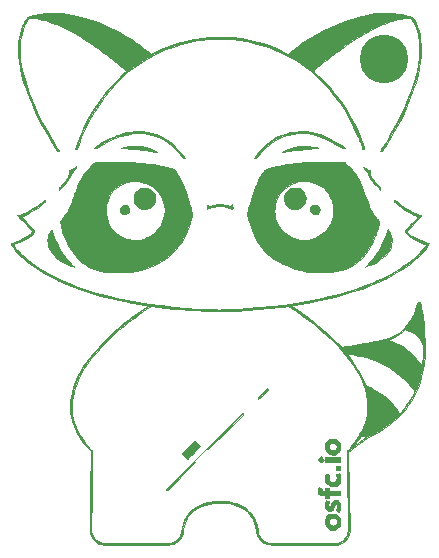
<source format=gbr>
%TF.GenerationSoftware,KiCad,Pcbnew,(5.1.7)-1*%
%TF.CreationDate,2020-09-28T14:59:46+02:00*%
%TF.ProjectId,oscar_pcb_svg2shenzen,6f736361-725f-4706-9362-5f7376673273,rev?*%
%TF.SameCoordinates,Original*%
%TF.FileFunction,Soldermask,Top*%
%TF.FilePolarity,Negative*%
%FSLAX46Y46*%
G04 Gerber Fmt 4.6, Leading zero omitted, Abs format (unit mm)*
G04 Created by KiCad (PCBNEW (5.1.7)-1) date 2020-09-28 14:59:46*
%MOMM*%
%LPD*%
G01*
G04 APERTURE LIST*
%ADD10C,0.010000*%
%ADD11C,4.119199*%
G04 APERTURE END LIST*
D10*
%TO.C,G\u002A\u002A\u002A*%
G36*
X61552666Y-39332427D02*
G01*
X61819150Y-39529512D01*
X62078361Y-39710695D01*
X62327502Y-39874435D01*
X62563776Y-40019191D01*
X62784386Y-40143422D01*
X62986533Y-40245586D01*
X63167421Y-40324141D01*
X63324253Y-40377547D01*
X63454230Y-40404263D01*
X63503197Y-40407166D01*
X63550307Y-40414043D01*
X63573849Y-40427955D01*
X63569066Y-40443129D01*
X63545405Y-40476034D01*
X63501500Y-40528132D01*
X63435983Y-40600884D01*
X63347487Y-40695751D01*
X63234644Y-40814195D01*
X63096089Y-40957677D01*
X62930453Y-41127659D01*
X62736369Y-41325602D01*
X62689117Y-41373657D01*
X62573241Y-41491629D01*
X62484373Y-41583857D01*
X62419987Y-41654927D01*
X62377560Y-41709429D01*
X62354568Y-41751948D01*
X62348487Y-41787073D01*
X62356792Y-41819391D01*
X62376960Y-41853490D01*
X62404393Y-41891150D01*
X62449199Y-41938644D01*
X62522022Y-42001167D01*
X62614386Y-42072292D01*
X62717815Y-42145589D01*
X62823834Y-42214630D01*
X62859245Y-42236159D01*
X62986825Y-42306902D01*
X63143581Y-42385635D01*
X63319386Y-42467956D01*
X63504111Y-42549464D01*
X63687628Y-42625758D01*
X63859809Y-42692435D01*
X64010525Y-42745095D01*
X64077654Y-42765649D01*
X64200225Y-42800684D01*
X64143883Y-42904203D01*
X64066178Y-43030646D01*
X63960539Y-43177772D01*
X63831884Y-43339565D01*
X63685130Y-43510008D01*
X63525196Y-43683085D01*
X63416374Y-43794273D01*
X63022072Y-44161801D01*
X62587954Y-44517298D01*
X62114900Y-44860393D01*
X61603793Y-45190710D01*
X61055512Y-45507875D01*
X60470939Y-45811515D01*
X59850954Y-46101255D01*
X59196440Y-46376721D01*
X58508275Y-46637540D01*
X57787343Y-46883337D01*
X57034523Y-47113738D01*
X56250697Y-47328370D01*
X55436745Y-47526858D01*
X54593548Y-47708828D01*
X53869166Y-47847584D01*
X53741430Y-47870355D01*
X53597169Y-47895497D01*
X53442234Y-47922046D01*
X53282479Y-47949039D01*
X53123754Y-47975513D01*
X52971912Y-48000503D01*
X52832804Y-48023047D01*
X52712283Y-48042182D01*
X52616200Y-48056943D01*
X52550407Y-48066367D01*
X52521267Y-48069500D01*
X52534518Y-48080646D01*
X52578069Y-48111802D01*
X52646963Y-48159544D01*
X52736244Y-48220448D01*
X52840955Y-48291090D01*
X52877281Y-48315440D01*
X53496906Y-48742337D01*
X54080609Y-49170182D01*
X54634598Y-49604038D01*
X55165084Y-50048970D01*
X55678277Y-50510042D01*
X56180387Y-50992317D01*
X56272149Y-51083856D01*
X56801883Y-51615337D01*
X57203483Y-51536855D01*
X57308894Y-51516838D01*
X57449646Y-51490999D01*
X57619321Y-51460473D01*
X57811500Y-51426392D01*
X58019765Y-51389888D01*
X58237699Y-51352096D01*
X58458885Y-51314147D01*
X58621083Y-51286596D01*
X58976396Y-51225836D01*
X59293055Y-51170107D01*
X59574339Y-51118661D01*
X59823532Y-51070748D01*
X60043914Y-51025619D01*
X60238766Y-50982525D01*
X60243910Y-50981279D01*
X60708084Y-50981279D01*
X60955750Y-51061777D01*
X61136392Y-51127459D01*
X61337954Y-51212510D01*
X61547623Y-51310720D01*
X61752588Y-51415877D01*
X61940039Y-51521772D01*
X62060666Y-51597436D01*
X62366221Y-51820191D01*
X62663742Y-52075742D01*
X62945291Y-52356003D01*
X63202929Y-52652893D01*
X63428717Y-52958326D01*
X63491831Y-53054787D01*
X63545511Y-53134383D01*
X63583858Y-53179940D01*
X63605319Y-53189679D01*
X63607446Y-53187175D01*
X63615256Y-53157029D01*
X63626419Y-53093449D01*
X63639579Y-53005073D01*
X63653378Y-52900537D01*
X63656595Y-52874333D01*
X63691512Y-52558871D01*
X63715791Y-52275723D01*
X63730069Y-52016399D01*
X63734545Y-51837166D01*
X63734978Y-51720636D01*
X63732163Y-51634920D01*
X63724687Y-51568536D01*
X63711136Y-51510005D01*
X63690100Y-51447846D01*
X63684977Y-51434250D01*
X63570341Y-51174847D01*
X63433390Y-50944571D01*
X63267854Y-50733372D01*
X63205118Y-50665348D01*
X62996959Y-50475965D01*
X62768613Y-50322619D01*
X62516668Y-50203259D01*
X62333690Y-50141490D01*
X62172798Y-50094872D01*
X61977318Y-50267392D01*
X61701461Y-50488113D01*
X61411472Y-50677021D01*
X61113565Y-50830419D01*
X60871138Y-50925958D01*
X60708084Y-50981279D01*
X60243910Y-50981279D01*
X60411372Y-50940719D01*
X60565011Y-50899449D01*
X60702966Y-50857968D01*
X60828518Y-50815527D01*
X60944948Y-50771376D01*
X61025844Y-50737732D01*
X61346304Y-50576631D01*
X61649726Y-50377397D01*
X61935102Y-50141077D01*
X62201427Y-49868719D01*
X62447694Y-49561370D01*
X62672896Y-49220078D01*
X62876028Y-48845889D01*
X62908529Y-48778583D01*
X63040839Y-48480677D01*
X63150691Y-48193179D01*
X63229184Y-47944398D01*
X63277750Y-47770094D01*
X63373000Y-47784289D01*
X63432981Y-47796983D01*
X63473373Y-47812480D01*
X63480853Y-47818822D01*
X63488296Y-47845304D01*
X63501338Y-47906569D01*
X63518623Y-47995641D01*
X63538795Y-48105544D01*
X63559624Y-48224205D01*
X63677637Y-48980520D01*
X63766471Y-49706912D01*
X63826080Y-50404171D01*
X63856417Y-51073090D01*
X63857434Y-51714459D01*
X63829086Y-52329072D01*
X63771324Y-52917720D01*
X63684103Y-53481194D01*
X63567374Y-54020287D01*
X63421092Y-54535791D01*
X63245209Y-55028496D01*
X63141595Y-55276963D01*
X62931581Y-55716947D01*
X62698430Y-56129420D01*
X62437763Y-56520759D01*
X62145200Y-56897342D01*
X61816363Y-57265546D01*
X61679855Y-57405726D01*
X61421250Y-57656721D01*
X61168174Y-57883408D01*
X60912234Y-58092122D01*
X60645042Y-58289196D01*
X60358206Y-58480965D01*
X60043337Y-58673764D01*
X59859333Y-58780173D01*
X59449366Y-59017853D01*
X59072933Y-59246344D01*
X58723462Y-59470021D01*
X58394386Y-59693257D01*
X58079135Y-59920426D01*
X57771140Y-60155901D01*
X57658000Y-60245771D01*
X57393416Y-60458009D01*
X57450529Y-63751713D01*
X57456889Y-64123342D01*
X57462905Y-64484377D01*
X57468544Y-64832458D01*
X57473775Y-65165226D01*
X57478566Y-65480321D01*
X57482885Y-65775383D01*
X57486701Y-66048054D01*
X57489981Y-66295973D01*
X57492695Y-66516781D01*
X57494809Y-66708118D01*
X57496294Y-66867625D01*
X57497116Y-66992942D01*
X57497244Y-67081710D01*
X57496646Y-67131570D01*
X57496134Y-67140666D01*
X57447532Y-67380793D01*
X57363376Y-67601135D01*
X57245868Y-67798862D01*
X57097209Y-67971145D01*
X56919601Y-68115153D01*
X56715244Y-68228057D01*
X56620833Y-68265930D01*
X56483250Y-68315416D01*
X53541083Y-68315416D01*
X53128650Y-68315397D01*
X52756388Y-68315321D01*
X52422137Y-68315161D01*
X52123736Y-68314888D01*
X51859022Y-68314476D01*
X51625834Y-68313896D01*
X51422011Y-68313122D01*
X51245391Y-68312125D01*
X51093813Y-68310878D01*
X50965116Y-68309353D01*
X50857138Y-68307523D01*
X50767718Y-68305360D01*
X50694694Y-68302836D01*
X50635905Y-68299924D01*
X50589190Y-68296596D01*
X50552386Y-68292824D01*
X50523333Y-68288582D01*
X50499870Y-68283840D01*
X50479834Y-68278573D01*
X50471916Y-68276195D01*
X50273068Y-68194739D01*
X50087649Y-68079886D01*
X49923174Y-67937779D01*
X49787158Y-67774562D01*
X49717145Y-67659250D01*
X49674264Y-67573121D01*
X49641677Y-67495305D01*
X49616488Y-67415274D01*
X49595804Y-67322501D01*
X49576731Y-67206458D01*
X49560765Y-67090385D01*
X49502061Y-66759277D01*
X49416050Y-66458717D01*
X49301208Y-66185680D01*
X49156012Y-65937138D01*
X48978938Y-65710064D01*
X48768462Y-65501432D01*
X48755005Y-65489666D01*
X48509060Y-65303086D01*
X48234657Y-65143397D01*
X47936196Y-65010793D01*
X47618074Y-64905468D01*
X47284688Y-64827617D01*
X46940437Y-64777435D01*
X46589717Y-64755116D01*
X46236928Y-64760855D01*
X45886467Y-64794845D01*
X45542732Y-64857283D01*
X45210120Y-64948361D01*
X44893029Y-65068275D01*
X44595858Y-65217219D01*
X44460583Y-65299730D01*
X44337530Y-65389606D01*
X44205162Y-65503180D01*
X44072259Y-65631449D01*
X43947600Y-65765407D01*
X43839962Y-65896049D01*
X43758124Y-66014371D01*
X43749239Y-66029416D01*
X43635171Y-66248093D01*
X43545226Y-66469266D01*
X43475855Y-66703912D01*
X43423506Y-66963009D01*
X43403509Y-67098333D01*
X43383743Y-67237764D01*
X43364651Y-67345967D01*
X43343194Y-67433883D01*
X43316335Y-67512454D01*
X43281036Y-67592622D01*
X43247777Y-67659250D01*
X43137290Y-67830372D01*
X42992699Y-67985805D01*
X42821078Y-68119691D01*
X42629501Y-68226175D01*
X42502666Y-68276245D01*
X42484675Y-68281754D01*
X42463858Y-68286724D01*
X42438041Y-68291186D01*
X42405050Y-68295170D01*
X42362712Y-68298706D01*
X42308852Y-68301825D01*
X42241296Y-68304558D01*
X42157871Y-68306934D01*
X42056404Y-68308985D01*
X41934720Y-68310741D01*
X41790645Y-68312231D01*
X41622006Y-68313488D01*
X41426629Y-68314540D01*
X41202339Y-68315420D01*
X40946964Y-68316156D01*
X40658330Y-68316780D01*
X40334262Y-68317322D01*
X39972586Y-68317812D01*
X39571130Y-68318281D01*
X39497000Y-68318363D01*
X39148979Y-68318622D01*
X38811563Y-68318632D01*
X38487285Y-68318407D01*
X38178677Y-68317956D01*
X37888273Y-68317293D01*
X37618606Y-68316429D01*
X37372209Y-68315374D01*
X37151617Y-68314142D01*
X36959361Y-68312743D01*
X36797975Y-68311189D01*
X36669993Y-68309492D01*
X36577948Y-68307664D01*
X36524373Y-68305716D01*
X36512500Y-68304649D01*
X36296787Y-68245579D01*
X36098171Y-68147830D01*
X35916490Y-68011310D01*
X35833469Y-67930097D01*
X35684812Y-67743357D01*
X35573186Y-67537122D01*
X35497832Y-67309769D01*
X35468126Y-67151250D01*
X35467196Y-67120854D01*
X35467023Y-67050471D01*
X35467573Y-66942439D01*
X35468814Y-66799097D01*
X35470714Y-66622782D01*
X35473240Y-66415834D01*
X35476360Y-66180590D01*
X35480041Y-65919390D01*
X35484251Y-65634572D01*
X35488957Y-65328474D01*
X35494126Y-65003435D01*
X35499726Y-64661794D01*
X35505725Y-64305888D01*
X35512090Y-63938056D01*
X35515523Y-63743416D01*
X35574525Y-60420250D01*
X35395231Y-60229750D01*
X35058425Y-59847536D01*
X34763009Y-59460110D01*
X34508200Y-59065926D01*
X34293213Y-58663440D01*
X34117263Y-58251105D01*
X33979568Y-57827376D01*
X33879343Y-57390707D01*
X33843619Y-57171166D01*
X33828602Y-57022803D01*
X33820049Y-56843930D01*
X33817779Y-56645846D01*
X33818440Y-56610250D01*
X33968363Y-56610250D01*
X33981318Y-56986555D01*
X34022032Y-57342131D01*
X34092582Y-57685910D01*
X34195043Y-58026823D01*
X34331491Y-58373802D01*
X34425766Y-58578750D01*
X34650508Y-58999400D01*
X34909641Y-59399753D01*
X35206112Y-59784247D01*
X35293608Y-59886681D01*
X35368671Y-59977371D01*
X35413004Y-60042435D01*
X35427928Y-60083899D01*
X35427177Y-60090980D01*
X35434408Y-60127445D01*
X35472686Y-60181355D01*
X35530774Y-60242826D01*
X35589823Y-60298788D01*
X35625391Y-60325777D01*
X35641961Y-60326606D01*
X35644666Y-60314281D01*
X35646611Y-60286708D01*
X35659211Y-60289343D01*
X35685423Y-60315004D01*
X35690766Y-60321090D01*
X35695574Y-60329172D01*
X35699836Y-60341214D01*
X35703543Y-60359182D01*
X35706683Y-60385040D01*
X35709245Y-60420752D01*
X35711219Y-60468283D01*
X35712595Y-60529598D01*
X35713360Y-60606660D01*
X35713506Y-60701436D01*
X35713020Y-60815888D01*
X35711892Y-60951982D01*
X35710112Y-61111682D01*
X35707668Y-61296954D01*
X35704551Y-61509760D01*
X35700749Y-61752066D01*
X35696252Y-62025837D01*
X35691048Y-62333037D01*
X35685128Y-62675630D01*
X35678480Y-63055581D01*
X35671094Y-63474855D01*
X35666883Y-63713274D01*
X35658777Y-64179725D01*
X35651453Y-64616908D01*
X35644922Y-65023750D01*
X35639197Y-65399175D01*
X35634292Y-65742108D01*
X35630218Y-66051476D01*
X35626988Y-66326202D01*
X35624614Y-66565212D01*
X35623110Y-66767431D01*
X35622487Y-66931784D01*
X35622758Y-67057197D01*
X35623935Y-67142594D01*
X35626031Y-67186901D01*
X35626417Y-67189884D01*
X35678693Y-67396767D01*
X35765960Y-67588526D01*
X35884047Y-67760593D01*
X36028783Y-67908400D01*
X36195997Y-68027381D01*
X36381516Y-68112968D01*
X36500031Y-68146424D01*
X36542886Y-68151077D01*
X36624972Y-68155372D01*
X36743188Y-68159310D01*
X36894433Y-68162891D01*
X37075605Y-68166115D01*
X37283605Y-68168982D01*
X37515331Y-68171493D01*
X37767682Y-68173648D01*
X38037558Y-68175447D01*
X38321856Y-68176891D01*
X38617477Y-68177979D01*
X38921319Y-68178713D01*
X39230282Y-68179091D01*
X39541264Y-68179116D01*
X39851164Y-68178786D01*
X40156882Y-68178102D01*
X40455317Y-68177064D01*
X40743367Y-68175673D01*
X41017932Y-68173929D01*
X41275910Y-68171832D01*
X41514201Y-68169382D01*
X41729704Y-68166579D01*
X41919318Y-68163425D01*
X42079942Y-68159919D01*
X42208474Y-68156061D01*
X42301815Y-68151852D01*
X42356863Y-68147291D01*
X42365083Y-68145933D01*
X42558932Y-68085169D01*
X42737638Y-67990206D01*
X42896345Y-67865957D01*
X43030192Y-67717335D01*
X43134322Y-67549253D01*
X43203877Y-67366626D01*
X43223062Y-67278250D01*
X43235106Y-67204872D01*
X43251520Y-67104062D01*
X43269968Y-66990183D01*
X43284958Y-66897250D01*
X43357901Y-66566027D01*
X43465985Y-66257989D01*
X43608485Y-65973829D01*
X43784677Y-65714241D01*
X43993835Y-65479920D01*
X44235235Y-65271560D01*
X44508152Y-65089855D01*
X44811861Y-64935501D01*
X45145638Y-64809191D01*
X45508757Y-64711619D01*
X45582416Y-64696103D01*
X45983326Y-64631459D01*
X46371891Y-64603015D01*
X46757712Y-64610771D01*
X47150391Y-64654726D01*
X47381583Y-64696103D01*
X47747657Y-64787522D01*
X48085801Y-64908065D01*
X48395040Y-65056896D01*
X48674401Y-65233178D01*
X48922911Y-65436077D01*
X49139596Y-65664756D01*
X49323484Y-65918379D01*
X49473600Y-66196111D01*
X49588972Y-66497114D01*
X49624849Y-66622595D01*
X49649574Y-66729531D01*
X49675094Y-66859512D01*
X49697842Y-66993474D01*
X49710034Y-67078067D01*
X49736197Y-67246598D01*
X49768185Y-67384143D01*
X49809766Y-67502001D01*
X49864708Y-67611472D01*
X49914543Y-67691272D01*
X50044827Y-67849049D01*
X50204657Y-67979584D01*
X50388346Y-68079103D01*
X50590206Y-68143829D01*
X50599285Y-68145791D01*
X50643692Y-68150645D01*
X50727309Y-68155140D01*
X50847022Y-68159275D01*
X50999716Y-68163049D01*
X51182274Y-68166461D01*
X51391583Y-68169510D01*
X51624526Y-68172196D01*
X51877988Y-68174517D01*
X52148855Y-68176473D01*
X52434011Y-68178063D01*
X52730341Y-68179287D01*
X53034730Y-68180142D01*
X53344063Y-68180629D01*
X53655223Y-68180746D01*
X53965097Y-68180493D01*
X54270569Y-68179869D01*
X54568523Y-68178873D01*
X54855845Y-68177504D01*
X55129419Y-68175761D01*
X55386131Y-68173644D01*
X55622864Y-68171151D01*
X55836504Y-68168282D01*
X56023935Y-68165036D01*
X56182043Y-68161412D01*
X56307712Y-68157409D01*
X56397827Y-68153027D01*
X56449272Y-68148264D01*
X56454082Y-68147388D01*
X56651627Y-68084572D01*
X56832637Y-67985811D01*
X56992980Y-67855635D01*
X57128524Y-67698574D01*
X57235138Y-67519158D01*
X57308689Y-67321918D01*
X57337934Y-67178302D01*
X57339643Y-67142033D01*
X57340559Y-67065496D01*
X57340708Y-66950747D01*
X57340113Y-66799842D01*
X57338797Y-66614839D01*
X57336785Y-66397793D01*
X57334100Y-66150762D01*
X57330766Y-65875802D01*
X57326808Y-65574970D01*
X57322248Y-65250322D01*
X57317112Y-64903916D01*
X57311422Y-64537807D01*
X57305203Y-64154053D01*
X57298478Y-63754710D01*
X57297610Y-63704171D01*
X57290036Y-63263814D01*
X57283192Y-62863817D01*
X57277067Y-62502213D01*
X57271653Y-62177037D01*
X57266938Y-61886321D01*
X57262911Y-61628098D01*
X57259563Y-61400403D01*
X57256882Y-61201268D01*
X57254859Y-61028728D01*
X57253483Y-60880814D01*
X57252743Y-60755562D01*
X57252630Y-60651003D01*
X57253132Y-60565172D01*
X57254240Y-60496101D01*
X57255942Y-60441825D01*
X57258229Y-60400376D01*
X57261091Y-60369789D01*
X57264515Y-60348096D01*
X57268493Y-60333330D01*
X57273014Y-60323526D01*
X57278066Y-60316716D01*
X57279645Y-60315004D01*
X57308359Y-60286798D01*
X57318233Y-60289336D01*
X57319333Y-60314281D01*
X57325867Y-60329096D01*
X57348459Y-60319596D01*
X57391590Y-60282970D01*
X57433225Y-60242826D01*
X57498955Y-60172309D01*
X57532254Y-60121782D01*
X57536718Y-60090580D01*
X57543623Y-60055358D01*
X57578936Y-59999070D01*
X57634724Y-59930869D01*
X57853220Y-59930869D01*
X57880481Y-59912231D01*
X57933655Y-59874234D01*
X58004639Y-59822714D01*
X58072422Y-59773017D01*
X58162746Y-59707882D01*
X58275543Y-59628599D01*
X58397848Y-59544176D01*
X58516696Y-59463621D01*
X58543381Y-59445787D01*
X58638208Y-59381839D01*
X58719198Y-59325736D01*
X58780380Y-59281735D01*
X58815781Y-59254091D01*
X58822166Y-59247073D01*
X58805763Y-59232211D01*
X58763082Y-59201596D01*
X58703914Y-59161634D01*
X58638051Y-59118732D01*
X58575285Y-59079298D01*
X58525407Y-59049737D01*
X58502738Y-59038065D01*
X58486502Y-59052538D01*
X58451578Y-59096631D01*
X58402313Y-59164445D01*
X58343053Y-59250082D01*
X58307771Y-59302649D01*
X58229486Y-59417575D01*
X58143569Y-59538902D01*
X58059623Y-59653339D01*
X57987251Y-59747596D01*
X57977003Y-59760393D01*
X57920159Y-59832181D01*
X57877869Y-59888306D01*
X57854298Y-59923032D01*
X57853220Y-59930869D01*
X57634724Y-59930869D01*
X57644463Y-59918964D01*
X57664015Y-59896864D01*
X57815691Y-59717216D01*
X57973872Y-59511808D01*
X58128842Y-59293982D01*
X58270886Y-59077079D01*
X58322437Y-58992679D01*
X58540443Y-58589176D01*
X58716547Y-58179693D01*
X58850753Y-57764259D01*
X58943061Y-57342904D01*
X58993476Y-56915660D01*
X59001999Y-56482556D01*
X58968633Y-56043624D01*
X58893381Y-55598892D01*
X58776245Y-55148392D01*
X58617228Y-54692155D01*
X58416332Y-54230210D01*
X58173560Y-53762587D01*
X57888914Y-53289318D01*
X57833520Y-53203973D01*
X57531245Y-52769862D01*
X57190381Y-52328904D01*
X57037500Y-52148209D01*
X57247090Y-52148209D01*
X57339191Y-52262563D01*
X57625667Y-52635435D01*
X57895153Y-53020477D01*
X58143803Y-53411284D01*
X58367775Y-53801453D01*
X58563225Y-54184579D01*
X58726310Y-54554259D01*
X58749242Y-54611986D01*
X58828614Y-54815055D01*
X58968265Y-54874120D01*
X59096822Y-54932209D01*
X59249805Y-55007248D01*
X59416030Y-55093291D01*
X59584317Y-55184394D01*
X59743482Y-55274609D01*
X59882346Y-55357991D01*
X59904791Y-55372112D01*
X60293340Y-55641604D01*
X60655646Y-55939458D01*
X60988477Y-56262525D01*
X61288606Y-56607651D01*
X61552805Y-56971687D01*
X61569055Y-56996541D01*
X61623241Y-57079645D01*
X61668249Y-57148037D01*
X61699568Y-57194905D01*
X61712683Y-57213437D01*
X61712792Y-57213500D01*
X61726938Y-57198539D01*
X61763532Y-57157674D01*
X61817226Y-57096928D01*
X61882672Y-57022324D01*
X61891242Y-57012520D01*
X62190301Y-56647346D01*
X62457297Y-56271713D01*
X62551157Y-56125480D01*
X62620507Y-56011358D01*
X62691634Y-55888967D01*
X62761229Y-55764581D01*
X62825985Y-55644473D01*
X62882594Y-55534917D01*
X62927750Y-55442185D01*
X62958144Y-55372552D01*
X62970469Y-55332290D01*
X62970580Y-55329950D01*
X62958203Y-55301743D01*
X62924576Y-55247735D01*
X62874655Y-55175376D01*
X62813392Y-55092113D01*
X62805410Y-55081607D01*
X62469023Y-54675022D01*
X62099543Y-54293411D01*
X61699002Y-53938122D01*
X61269436Y-53610504D01*
X60812879Y-53311905D01*
X60331364Y-53043673D01*
X59826926Y-52807159D01*
X59301600Y-52603710D01*
X58853916Y-52461711D01*
X58564062Y-52384113D01*
X58261399Y-52313087D01*
X57958569Y-52251201D01*
X57668218Y-52201026D01*
X57402987Y-52165129D01*
X57383753Y-52163008D01*
X57247090Y-52148209D01*
X57037500Y-52148209D01*
X56813626Y-51883606D01*
X56403678Y-51436479D01*
X55963235Y-50990029D01*
X55494994Y-50546765D01*
X55001654Y-50109195D01*
X54485913Y-49679829D01*
X53950468Y-49261173D01*
X53398017Y-48855737D01*
X52831257Y-48466029D01*
X52517275Y-48261132D01*
X52276635Y-48107050D01*
X51755275Y-48172522D01*
X51309255Y-48226320D01*
X50853091Y-48277122D01*
X50390725Y-48324666D01*
X49926103Y-48368690D01*
X49463168Y-48408933D01*
X49005864Y-48445133D01*
X48558135Y-48477027D01*
X48123926Y-48504354D01*
X47707180Y-48526851D01*
X47311842Y-48544258D01*
X46941854Y-48556312D01*
X46601162Y-48562751D01*
X46293710Y-48563314D01*
X46023441Y-48557738D01*
X45978916Y-48556057D01*
X45247028Y-48522845D01*
X44549214Y-48484008D01*
X43877512Y-48438912D01*
X43223957Y-48386924D01*
X42580588Y-48327411D01*
X41939440Y-48259740D01*
X41293592Y-48183406D01*
X40687767Y-48108137D01*
X40510425Y-48218678D01*
X40253560Y-48383835D01*
X39972701Y-48573512D01*
X39674344Y-48782864D01*
X39364985Y-49007045D01*
X39051122Y-49241208D01*
X38739250Y-49480507D01*
X38435867Y-49720098D01*
X38147469Y-49955133D01*
X37884192Y-50177626D01*
X37353293Y-50651952D01*
X36858785Y-51127159D01*
X36401257Y-51602469D01*
X35981297Y-52077105D01*
X35599495Y-52550287D01*
X35256437Y-53021238D01*
X34952714Y-53489181D01*
X34688913Y-53953338D01*
X34465624Y-54412930D01*
X34283433Y-54867179D01*
X34239156Y-54995437D01*
X34125520Y-55376420D01*
X34044019Y-55743267D01*
X33992792Y-56107070D01*
X33969978Y-56478922D01*
X33968363Y-56610250D01*
X33818440Y-56610250D01*
X33821606Y-56439848D01*
X33831350Y-56237236D01*
X33846825Y-56049306D01*
X33864017Y-55911750D01*
X33949134Y-55467961D01*
X34070548Y-55024437D01*
X34228848Y-54580099D01*
X34424623Y-54133863D01*
X34658462Y-53684649D01*
X34930954Y-53231376D01*
X35242687Y-52772962D01*
X35594252Y-52308327D01*
X35986236Y-51836389D01*
X36239124Y-51551416D01*
X36583072Y-51187077D01*
X36961484Y-50812682D01*
X37369054Y-50432675D01*
X37800472Y-50051499D01*
X38250430Y-49673596D01*
X38713621Y-49303410D01*
X39184736Y-48945383D01*
X39658467Y-48603958D01*
X40129505Y-48283578D01*
X40193972Y-48241285D01*
X40284198Y-48181540D01*
X40358374Y-48130828D01*
X40410914Y-48093101D01*
X40436229Y-48072310D01*
X40436910Y-48069500D01*
X40405337Y-48066027D01*
X40337703Y-48056236D01*
X40239653Y-48041069D01*
X40116832Y-48021466D01*
X39974885Y-47998368D01*
X39819458Y-47972717D01*
X39656196Y-47945455D01*
X39490743Y-47917521D01*
X39328745Y-47889857D01*
X39175847Y-47863405D01*
X39037694Y-47839105D01*
X38919932Y-47817899D01*
X38851416Y-47805165D01*
X37997055Y-47632449D01*
X37170973Y-47443473D01*
X36374089Y-47238632D01*
X35607320Y-47018324D01*
X34871584Y-46782944D01*
X34167797Y-46532889D01*
X33496877Y-46268555D01*
X32859742Y-45990338D01*
X32257309Y-45698636D01*
X31690495Y-45393844D01*
X31160219Y-45076358D01*
X30667396Y-44746576D01*
X30212946Y-44404893D01*
X29797784Y-44051705D01*
X29497034Y-43763645D01*
X29376612Y-43637545D01*
X29257701Y-43505296D01*
X29144030Y-43371746D01*
X29039328Y-43241746D01*
X28947326Y-43120147D01*
X28871754Y-43011799D01*
X28816341Y-42921552D01*
X28784816Y-42854258D01*
X28779111Y-42830033D01*
X28791180Y-42807990D01*
X28834144Y-42782844D01*
X28912375Y-42752308D01*
X28956000Y-42737588D01*
X29160069Y-42665700D01*
X29368655Y-42582935D01*
X29576359Y-42492132D01*
X29777782Y-42396127D01*
X29967526Y-42297757D01*
X30140192Y-42199859D01*
X30290382Y-42105271D01*
X30412697Y-42016828D01*
X30501740Y-41937369D01*
X30522097Y-41914577D01*
X30550389Y-41881045D01*
X30572727Y-41852158D01*
X30587038Y-41824746D01*
X30591252Y-41795636D01*
X30583299Y-41761659D01*
X30561108Y-41719643D01*
X30522609Y-41666416D01*
X30465729Y-41598809D01*
X30388400Y-41513649D01*
X30288551Y-41407767D01*
X30164110Y-41277990D01*
X30013007Y-41121149D01*
X29985014Y-41092080D01*
X29852825Y-40954367D01*
X29730546Y-40826183D01*
X29621143Y-40710696D01*
X29527584Y-40611077D01*
X29452835Y-40530493D01*
X29399864Y-40472114D01*
X29371637Y-40439108D01*
X29367787Y-40432823D01*
X29391512Y-40424749D01*
X29445575Y-40411873D01*
X29518647Y-40396875D01*
X29524502Y-40395754D01*
X29709664Y-40346429D01*
X29920626Y-40264225D01*
X30156878Y-40149432D01*
X30417911Y-40002336D01*
X30703214Y-39823225D01*
X31012280Y-39612386D01*
X31344597Y-39370107D01*
X31352938Y-39363845D01*
X31470894Y-39275664D01*
X31559624Y-39210720D01*
X31623440Y-39166416D01*
X31666653Y-39140157D01*
X31693574Y-39129345D01*
X31708513Y-39131384D01*
X31715784Y-39143677D01*
X31716175Y-39145069D01*
X31725373Y-39186599D01*
X31725461Y-39222166D01*
X31712360Y-39256787D01*
X31681991Y-39295479D01*
X31630274Y-39343260D01*
X31553131Y-39405145D01*
X31446482Y-39486153D01*
X31426930Y-39500833D01*
X31166552Y-39691177D01*
X30912022Y-39867515D01*
X30667098Y-40027604D01*
X30435540Y-40169202D01*
X30221109Y-40290066D01*
X30027564Y-40387954D01*
X29858665Y-40460622D01*
X29762352Y-40493729D01*
X29709268Y-40513131D01*
X29678641Y-40531099D01*
X29675666Y-40536294D01*
X29689923Y-40554795D01*
X29730464Y-40599990D01*
X29793945Y-40668335D01*
X29877021Y-40756288D01*
X29976348Y-40860304D01*
X30088582Y-40976841D01*
X30196676Y-41088280D01*
X30318745Y-41214550D01*
X30431713Y-41332998D01*
X30532058Y-41439809D01*
X30616258Y-41531169D01*
X30680790Y-41603261D01*
X30722134Y-41652270D01*
X30736426Y-41672964D01*
X30754063Y-41765281D01*
X30736348Y-41859607D01*
X30682111Y-41957576D01*
X30590184Y-42060821D01*
X30459398Y-42170979D01*
X30301321Y-42281418D01*
X30172815Y-42359202D01*
X30014076Y-42445814D01*
X29834951Y-42536460D01*
X29645289Y-42626341D01*
X29454936Y-42710663D01*
X29273742Y-42784629D01*
X29246969Y-42794912D01*
X28977022Y-42897609D01*
X29064594Y-43022929D01*
X29241691Y-43254969D01*
X29454572Y-43496959D01*
X29698976Y-43745115D01*
X29970643Y-43995650D01*
X30265312Y-44244781D01*
X30578724Y-44488720D01*
X30906620Y-44723684D01*
X31189083Y-44910682D01*
X31768981Y-45259493D01*
X32387015Y-45591163D01*
X33042539Y-45905525D01*
X33734909Y-46202415D01*
X34463479Y-46481667D01*
X35227604Y-46743115D01*
X36026639Y-46986595D01*
X36859940Y-47211940D01*
X37726861Y-47418986D01*
X38626757Y-47607566D01*
X39558984Y-47777516D01*
X40522896Y-47928670D01*
X41517848Y-48060863D01*
X42543195Y-48173929D01*
X43598293Y-48267703D01*
X44534666Y-48333142D01*
X44912262Y-48355567D01*
X45257014Y-48374215D01*
X45574999Y-48389057D01*
X45872297Y-48400062D01*
X46154985Y-48407200D01*
X46429141Y-48410441D01*
X46700844Y-48409755D01*
X46976171Y-48405112D01*
X47261202Y-48396481D01*
X47562013Y-48383833D01*
X47884684Y-48367137D01*
X48235291Y-48346364D01*
X48619915Y-48321483D01*
X48757416Y-48312225D01*
X49847262Y-48227173D01*
X50907548Y-48122045D01*
X51937403Y-47997009D01*
X52935953Y-47852236D01*
X53902325Y-47687893D01*
X54835647Y-47504152D01*
X55735047Y-47301181D01*
X56599650Y-47079150D01*
X57428584Y-46838229D01*
X58220977Y-46578587D01*
X58832750Y-46355692D01*
X59341392Y-46152374D01*
X59845617Y-45933082D01*
X60338061Y-45701436D01*
X60811360Y-45461053D01*
X61258150Y-45215554D01*
X61671066Y-44968555D01*
X61724903Y-44934600D01*
X62128778Y-44665673D01*
X62508127Y-44387845D01*
X62859808Y-44103859D01*
X63180678Y-43816459D01*
X63467595Y-43528387D01*
X63717418Y-43242386D01*
X63831670Y-43095333D01*
X63886608Y-43020232D01*
X63930626Y-42957877D01*
X63958441Y-42915890D01*
X63965494Y-42902286D01*
X63947072Y-42889722D01*
X63897894Y-42867783D01*
X63827346Y-42840536D01*
X63801625Y-42831301D01*
X63556849Y-42738962D01*
X63316997Y-42637033D01*
X63087777Y-42528574D01*
X62874896Y-42416642D01*
X62684060Y-42304297D01*
X62520976Y-42194595D01*
X62391351Y-42090596D01*
X62354755Y-42055922D01*
X62261206Y-41946208D01*
X62208102Y-41843881D01*
X62194595Y-41746999D01*
X62201262Y-41704449D01*
X62220759Y-41671829D01*
X62269196Y-41611293D01*
X62345151Y-41524423D01*
X62447199Y-41412802D01*
X62573916Y-41278010D01*
X62723879Y-41121630D01*
X62752198Y-41092377D01*
X62874748Y-40965600D01*
X62987450Y-40848340D01*
X63087020Y-40744063D01*
X63170177Y-40656237D01*
X63233636Y-40588329D01*
X63274116Y-40543807D01*
X63288333Y-40526138D01*
X63270772Y-40514779D01*
X63251291Y-40512584D01*
X63206900Y-40502723D01*
X63132834Y-40476025D01*
X63036595Y-40435903D01*
X62925683Y-40385773D01*
X62807600Y-40329048D01*
X62689846Y-40269142D01*
X62579921Y-40209472D01*
X62558083Y-40197031D01*
X62451077Y-40133173D01*
X62326359Y-40054938D01*
X62189042Y-39965886D01*
X62044240Y-39869578D01*
X61897067Y-39769576D01*
X61752635Y-39669440D01*
X61616058Y-39572732D01*
X61492449Y-39483012D01*
X61386922Y-39403842D01*
X61304591Y-39338783D01*
X61250569Y-39291396D01*
X61237095Y-39277073D01*
X61223677Y-39231277D01*
X61229620Y-39173936D01*
X61245750Y-39099240D01*
X61552666Y-39332427D01*
G37*
X61552666Y-39332427D02*
X61819150Y-39529512D01*
X62078361Y-39710695D01*
X62327502Y-39874435D01*
X62563776Y-40019191D01*
X62784386Y-40143422D01*
X62986533Y-40245586D01*
X63167421Y-40324141D01*
X63324253Y-40377547D01*
X63454230Y-40404263D01*
X63503197Y-40407166D01*
X63550307Y-40414043D01*
X63573849Y-40427955D01*
X63569066Y-40443129D01*
X63545405Y-40476034D01*
X63501500Y-40528132D01*
X63435983Y-40600884D01*
X63347487Y-40695751D01*
X63234644Y-40814195D01*
X63096089Y-40957677D01*
X62930453Y-41127659D01*
X62736369Y-41325602D01*
X62689117Y-41373657D01*
X62573241Y-41491629D01*
X62484373Y-41583857D01*
X62419987Y-41654927D01*
X62377560Y-41709429D01*
X62354568Y-41751948D01*
X62348487Y-41787073D01*
X62356792Y-41819391D01*
X62376960Y-41853490D01*
X62404393Y-41891150D01*
X62449199Y-41938644D01*
X62522022Y-42001167D01*
X62614386Y-42072292D01*
X62717815Y-42145589D01*
X62823834Y-42214630D01*
X62859245Y-42236159D01*
X62986825Y-42306902D01*
X63143581Y-42385635D01*
X63319386Y-42467956D01*
X63504111Y-42549464D01*
X63687628Y-42625758D01*
X63859809Y-42692435D01*
X64010525Y-42745095D01*
X64077654Y-42765649D01*
X64200225Y-42800684D01*
X64143883Y-42904203D01*
X64066178Y-43030646D01*
X63960539Y-43177772D01*
X63831884Y-43339565D01*
X63685130Y-43510008D01*
X63525196Y-43683085D01*
X63416374Y-43794273D01*
X63022072Y-44161801D01*
X62587954Y-44517298D01*
X62114900Y-44860393D01*
X61603793Y-45190710D01*
X61055512Y-45507875D01*
X60470939Y-45811515D01*
X59850954Y-46101255D01*
X59196440Y-46376721D01*
X58508275Y-46637540D01*
X57787343Y-46883337D01*
X57034523Y-47113738D01*
X56250697Y-47328370D01*
X55436745Y-47526858D01*
X54593548Y-47708828D01*
X53869166Y-47847584D01*
X53741430Y-47870355D01*
X53597169Y-47895497D01*
X53442234Y-47922046D01*
X53282479Y-47949039D01*
X53123754Y-47975513D01*
X52971912Y-48000503D01*
X52832804Y-48023047D01*
X52712283Y-48042182D01*
X52616200Y-48056943D01*
X52550407Y-48066367D01*
X52521267Y-48069500D01*
X52534518Y-48080646D01*
X52578069Y-48111802D01*
X52646963Y-48159544D01*
X52736244Y-48220448D01*
X52840955Y-48291090D01*
X52877281Y-48315440D01*
X53496906Y-48742337D01*
X54080609Y-49170182D01*
X54634598Y-49604038D01*
X55165084Y-50048970D01*
X55678277Y-50510042D01*
X56180387Y-50992317D01*
X56272149Y-51083856D01*
X56801883Y-51615337D01*
X57203483Y-51536855D01*
X57308894Y-51516838D01*
X57449646Y-51490999D01*
X57619321Y-51460473D01*
X57811500Y-51426392D01*
X58019765Y-51389888D01*
X58237699Y-51352096D01*
X58458885Y-51314147D01*
X58621083Y-51286596D01*
X58976396Y-51225836D01*
X59293055Y-51170107D01*
X59574339Y-51118661D01*
X59823532Y-51070748D01*
X60043914Y-51025619D01*
X60238766Y-50982525D01*
X60243910Y-50981279D01*
X60708084Y-50981279D01*
X60955750Y-51061777D01*
X61136392Y-51127459D01*
X61337954Y-51212510D01*
X61547623Y-51310720D01*
X61752588Y-51415877D01*
X61940039Y-51521772D01*
X62060666Y-51597436D01*
X62366221Y-51820191D01*
X62663742Y-52075742D01*
X62945291Y-52356003D01*
X63202929Y-52652893D01*
X63428717Y-52958326D01*
X63491831Y-53054787D01*
X63545511Y-53134383D01*
X63583858Y-53179940D01*
X63605319Y-53189679D01*
X63607446Y-53187175D01*
X63615256Y-53157029D01*
X63626419Y-53093449D01*
X63639579Y-53005073D01*
X63653378Y-52900537D01*
X63656595Y-52874333D01*
X63691512Y-52558871D01*
X63715791Y-52275723D01*
X63730069Y-52016399D01*
X63734545Y-51837166D01*
X63734978Y-51720636D01*
X63732163Y-51634920D01*
X63724687Y-51568536D01*
X63711136Y-51510005D01*
X63690100Y-51447846D01*
X63684977Y-51434250D01*
X63570341Y-51174847D01*
X63433390Y-50944571D01*
X63267854Y-50733372D01*
X63205118Y-50665348D01*
X62996959Y-50475965D01*
X62768613Y-50322619D01*
X62516668Y-50203259D01*
X62333690Y-50141490D01*
X62172798Y-50094872D01*
X61977318Y-50267392D01*
X61701461Y-50488113D01*
X61411472Y-50677021D01*
X61113565Y-50830419D01*
X60871138Y-50925958D01*
X60708084Y-50981279D01*
X60243910Y-50981279D01*
X60411372Y-50940719D01*
X60565011Y-50899449D01*
X60702966Y-50857968D01*
X60828518Y-50815527D01*
X60944948Y-50771376D01*
X61025844Y-50737732D01*
X61346304Y-50576631D01*
X61649726Y-50377397D01*
X61935102Y-50141077D01*
X62201427Y-49868719D01*
X62447694Y-49561370D01*
X62672896Y-49220078D01*
X62876028Y-48845889D01*
X62908529Y-48778583D01*
X63040839Y-48480677D01*
X63150691Y-48193179D01*
X63229184Y-47944398D01*
X63277750Y-47770094D01*
X63373000Y-47784289D01*
X63432981Y-47796983D01*
X63473373Y-47812480D01*
X63480853Y-47818822D01*
X63488296Y-47845304D01*
X63501338Y-47906569D01*
X63518623Y-47995641D01*
X63538795Y-48105544D01*
X63559624Y-48224205D01*
X63677637Y-48980520D01*
X63766471Y-49706912D01*
X63826080Y-50404171D01*
X63856417Y-51073090D01*
X63857434Y-51714459D01*
X63829086Y-52329072D01*
X63771324Y-52917720D01*
X63684103Y-53481194D01*
X63567374Y-54020287D01*
X63421092Y-54535791D01*
X63245209Y-55028496D01*
X63141595Y-55276963D01*
X62931581Y-55716947D01*
X62698430Y-56129420D01*
X62437763Y-56520759D01*
X62145200Y-56897342D01*
X61816363Y-57265546D01*
X61679855Y-57405726D01*
X61421250Y-57656721D01*
X61168174Y-57883408D01*
X60912234Y-58092122D01*
X60645042Y-58289196D01*
X60358206Y-58480965D01*
X60043337Y-58673764D01*
X59859333Y-58780173D01*
X59449366Y-59017853D01*
X59072933Y-59246344D01*
X58723462Y-59470021D01*
X58394386Y-59693257D01*
X58079135Y-59920426D01*
X57771140Y-60155901D01*
X57658000Y-60245771D01*
X57393416Y-60458009D01*
X57450529Y-63751713D01*
X57456889Y-64123342D01*
X57462905Y-64484377D01*
X57468544Y-64832458D01*
X57473775Y-65165226D01*
X57478566Y-65480321D01*
X57482885Y-65775383D01*
X57486701Y-66048054D01*
X57489981Y-66295973D01*
X57492695Y-66516781D01*
X57494809Y-66708118D01*
X57496294Y-66867625D01*
X57497116Y-66992942D01*
X57497244Y-67081710D01*
X57496646Y-67131570D01*
X57496134Y-67140666D01*
X57447532Y-67380793D01*
X57363376Y-67601135D01*
X57245868Y-67798862D01*
X57097209Y-67971145D01*
X56919601Y-68115153D01*
X56715244Y-68228057D01*
X56620833Y-68265930D01*
X56483250Y-68315416D01*
X53541083Y-68315416D01*
X53128650Y-68315397D01*
X52756388Y-68315321D01*
X52422137Y-68315161D01*
X52123736Y-68314888D01*
X51859022Y-68314476D01*
X51625834Y-68313896D01*
X51422011Y-68313122D01*
X51245391Y-68312125D01*
X51093813Y-68310878D01*
X50965116Y-68309353D01*
X50857138Y-68307523D01*
X50767718Y-68305360D01*
X50694694Y-68302836D01*
X50635905Y-68299924D01*
X50589190Y-68296596D01*
X50552386Y-68292824D01*
X50523333Y-68288582D01*
X50499870Y-68283840D01*
X50479834Y-68278573D01*
X50471916Y-68276195D01*
X50273068Y-68194739D01*
X50087649Y-68079886D01*
X49923174Y-67937779D01*
X49787158Y-67774562D01*
X49717145Y-67659250D01*
X49674264Y-67573121D01*
X49641677Y-67495305D01*
X49616488Y-67415274D01*
X49595804Y-67322501D01*
X49576731Y-67206458D01*
X49560765Y-67090385D01*
X49502061Y-66759277D01*
X49416050Y-66458717D01*
X49301208Y-66185680D01*
X49156012Y-65937138D01*
X48978938Y-65710064D01*
X48768462Y-65501432D01*
X48755005Y-65489666D01*
X48509060Y-65303086D01*
X48234657Y-65143397D01*
X47936196Y-65010793D01*
X47618074Y-64905468D01*
X47284688Y-64827617D01*
X46940437Y-64777435D01*
X46589717Y-64755116D01*
X46236928Y-64760855D01*
X45886467Y-64794845D01*
X45542732Y-64857283D01*
X45210120Y-64948361D01*
X44893029Y-65068275D01*
X44595858Y-65217219D01*
X44460583Y-65299730D01*
X44337530Y-65389606D01*
X44205162Y-65503180D01*
X44072259Y-65631449D01*
X43947600Y-65765407D01*
X43839962Y-65896049D01*
X43758124Y-66014371D01*
X43749239Y-66029416D01*
X43635171Y-66248093D01*
X43545226Y-66469266D01*
X43475855Y-66703912D01*
X43423506Y-66963009D01*
X43403509Y-67098333D01*
X43383743Y-67237764D01*
X43364651Y-67345967D01*
X43343194Y-67433883D01*
X43316335Y-67512454D01*
X43281036Y-67592622D01*
X43247777Y-67659250D01*
X43137290Y-67830372D01*
X42992699Y-67985805D01*
X42821078Y-68119691D01*
X42629501Y-68226175D01*
X42502666Y-68276245D01*
X42484675Y-68281754D01*
X42463858Y-68286724D01*
X42438041Y-68291186D01*
X42405050Y-68295170D01*
X42362712Y-68298706D01*
X42308852Y-68301825D01*
X42241296Y-68304558D01*
X42157871Y-68306934D01*
X42056404Y-68308985D01*
X41934720Y-68310741D01*
X41790645Y-68312231D01*
X41622006Y-68313488D01*
X41426629Y-68314540D01*
X41202339Y-68315420D01*
X40946964Y-68316156D01*
X40658330Y-68316780D01*
X40334262Y-68317322D01*
X39972586Y-68317812D01*
X39571130Y-68318281D01*
X39497000Y-68318363D01*
X39148979Y-68318622D01*
X38811563Y-68318632D01*
X38487285Y-68318407D01*
X38178677Y-68317956D01*
X37888273Y-68317293D01*
X37618606Y-68316429D01*
X37372209Y-68315374D01*
X37151617Y-68314142D01*
X36959361Y-68312743D01*
X36797975Y-68311189D01*
X36669993Y-68309492D01*
X36577948Y-68307664D01*
X36524373Y-68305716D01*
X36512500Y-68304649D01*
X36296787Y-68245579D01*
X36098171Y-68147830D01*
X35916490Y-68011310D01*
X35833469Y-67930097D01*
X35684812Y-67743357D01*
X35573186Y-67537122D01*
X35497832Y-67309769D01*
X35468126Y-67151250D01*
X35467196Y-67120854D01*
X35467023Y-67050471D01*
X35467573Y-66942439D01*
X35468814Y-66799097D01*
X35470714Y-66622782D01*
X35473240Y-66415834D01*
X35476360Y-66180590D01*
X35480041Y-65919390D01*
X35484251Y-65634572D01*
X35488957Y-65328474D01*
X35494126Y-65003435D01*
X35499726Y-64661794D01*
X35505725Y-64305888D01*
X35512090Y-63938056D01*
X35515523Y-63743416D01*
X35574525Y-60420250D01*
X35395231Y-60229750D01*
X35058425Y-59847536D01*
X34763009Y-59460110D01*
X34508200Y-59065926D01*
X34293213Y-58663440D01*
X34117263Y-58251105D01*
X33979568Y-57827376D01*
X33879343Y-57390707D01*
X33843619Y-57171166D01*
X33828602Y-57022803D01*
X33820049Y-56843930D01*
X33817779Y-56645846D01*
X33818440Y-56610250D01*
X33968363Y-56610250D01*
X33981318Y-56986555D01*
X34022032Y-57342131D01*
X34092582Y-57685910D01*
X34195043Y-58026823D01*
X34331491Y-58373802D01*
X34425766Y-58578750D01*
X34650508Y-58999400D01*
X34909641Y-59399753D01*
X35206112Y-59784247D01*
X35293608Y-59886681D01*
X35368671Y-59977371D01*
X35413004Y-60042435D01*
X35427928Y-60083899D01*
X35427177Y-60090980D01*
X35434408Y-60127445D01*
X35472686Y-60181355D01*
X35530774Y-60242826D01*
X35589823Y-60298788D01*
X35625391Y-60325777D01*
X35641961Y-60326606D01*
X35644666Y-60314281D01*
X35646611Y-60286708D01*
X35659211Y-60289343D01*
X35685423Y-60315004D01*
X35690766Y-60321090D01*
X35695574Y-60329172D01*
X35699836Y-60341214D01*
X35703543Y-60359182D01*
X35706683Y-60385040D01*
X35709245Y-60420752D01*
X35711219Y-60468283D01*
X35712595Y-60529598D01*
X35713360Y-60606660D01*
X35713506Y-60701436D01*
X35713020Y-60815888D01*
X35711892Y-60951982D01*
X35710112Y-61111682D01*
X35707668Y-61296954D01*
X35704551Y-61509760D01*
X35700749Y-61752066D01*
X35696252Y-62025837D01*
X35691048Y-62333037D01*
X35685128Y-62675630D01*
X35678480Y-63055581D01*
X35671094Y-63474855D01*
X35666883Y-63713274D01*
X35658777Y-64179725D01*
X35651453Y-64616908D01*
X35644922Y-65023750D01*
X35639197Y-65399175D01*
X35634292Y-65742108D01*
X35630218Y-66051476D01*
X35626988Y-66326202D01*
X35624614Y-66565212D01*
X35623110Y-66767431D01*
X35622487Y-66931784D01*
X35622758Y-67057197D01*
X35623935Y-67142594D01*
X35626031Y-67186901D01*
X35626417Y-67189884D01*
X35678693Y-67396767D01*
X35765960Y-67588526D01*
X35884047Y-67760593D01*
X36028783Y-67908400D01*
X36195997Y-68027381D01*
X36381516Y-68112968D01*
X36500031Y-68146424D01*
X36542886Y-68151077D01*
X36624972Y-68155372D01*
X36743188Y-68159310D01*
X36894433Y-68162891D01*
X37075605Y-68166115D01*
X37283605Y-68168982D01*
X37515331Y-68171493D01*
X37767682Y-68173648D01*
X38037558Y-68175447D01*
X38321856Y-68176891D01*
X38617477Y-68177979D01*
X38921319Y-68178713D01*
X39230282Y-68179091D01*
X39541264Y-68179116D01*
X39851164Y-68178786D01*
X40156882Y-68178102D01*
X40455317Y-68177064D01*
X40743367Y-68175673D01*
X41017932Y-68173929D01*
X41275910Y-68171832D01*
X41514201Y-68169382D01*
X41729704Y-68166579D01*
X41919318Y-68163425D01*
X42079942Y-68159919D01*
X42208474Y-68156061D01*
X42301815Y-68151852D01*
X42356863Y-68147291D01*
X42365083Y-68145933D01*
X42558932Y-68085169D01*
X42737638Y-67990206D01*
X42896345Y-67865957D01*
X43030192Y-67717335D01*
X43134322Y-67549253D01*
X43203877Y-67366626D01*
X43223062Y-67278250D01*
X43235106Y-67204872D01*
X43251520Y-67104062D01*
X43269968Y-66990183D01*
X43284958Y-66897250D01*
X43357901Y-66566027D01*
X43465985Y-66257989D01*
X43608485Y-65973829D01*
X43784677Y-65714241D01*
X43993835Y-65479920D01*
X44235235Y-65271560D01*
X44508152Y-65089855D01*
X44811861Y-64935501D01*
X45145638Y-64809191D01*
X45508757Y-64711619D01*
X45582416Y-64696103D01*
X45983326Y-64631459D01*
X46371891Y-64603015D01*
X46757712Y-64610771D01*
X47150391Y-64654726D01*
X47381583Y-64696103D01*
X47747657Y-64787522D01*
X48085801Y-64908065D01*
X48395040Y-65056896D01*
X48674401Y-65233178D01*
X48922911Y-65436077D01*
X49139596Y-65664756D01*
X49323484Y-65918379D01*
X49473600Y-66196111D01*
X49588972Y-66497114D01*
X49624849Y-66622595D01*
X49649574Y-66729531D01*
X49675094Y-66859512D01*
X49697842Y-66993474D01*
X49710034Y-67078067D01*
X49736197Y-67246598D01*
X49768185Y-67384143D01*
X49809766Y-67502001D01*
X49864708Y-67611472D01*
X49914543Y-67691272D01*
X50044827Y-67849049D01*
X50204657Y-67979584D01*
X50388346Y-68079103D01*
X50590206Y-68143829D01*
X50599285Y-68145791D01*
X50643692Y-68150645D01*
X50727309Y-68155140D01*
X50847022Y-68159275D01*
X50999716Y-68163049D01*
X51182274Y-68166461D01*
X51391583Y-68169510D01*
X51624526Y-68172196D01*
X51877988Y-68174517D01*
X52148855Y-68176473D01*
X52434011Y-68178063D01*
X52730341Y-68179287D01*
X53034730Y-68180142D01*
X53344063Y-68180629D01*
X53655223Y-68180746D01*
X53965097Y-68180493D01*
X54270569Y-68179869D01*
X54568523Y-68178873D01*
X54855845Y-68177504D01*
X55129419Y-68175761D01*
X55386131Y-68173644D01*
X55622864Y-68171151D01*
X55836504Y-68168282D01*
X56023935Y-68165036D01*
X56182043Y-68161412D01*
X56307712Y-68157409D01*
X56397827Y-68153027D01*
X56449272Y-68148264D01*
X56454082Y-68147388D01*
X56651627Y-68084572D01*
X56832637Y-67985811D01*
X56992980Y-67855635D01*
X57128524Y-67698574D01*
X57235138Y-67519158D01*
X57308689Y-67321918D01*
X57337934Y-67178302D01*
X57339643Y-67142033D01*
X57340559Y-67065496D01*
X57340708Y-66950747D01*
X57340113Y-66799842D01*
X57338797Y-66614839D01*
X57336785Y-66397793D01*
X57334100Y-66150762D01*
X57330766Y-65875802D01*
X57326808Y-65574970D01*
X57322248Y-65250322D01*
X57317112Y-64903916D01*
X57311422Y-64537807D01*
X57305203Y-64154053D01*
X57298478Y-63754710D01*
X57297610Y-63704171D01*
X57290036Y-63263814D01*
X57283192Y-62863817D01*
X57277067Y-62502213D01*
X57271653Y-62177037D01*
X57266938Y-61886321D01*
X57262911Y-61628098D01*
X57259563Y-61400403D01*
X57256882Y-61201268D01*
X57254859Y-61028728D01*
X57253483Y-60880814D01*
X57252743Y-60755562D01*
X57252630Y-60651003D01*
X57253132Y-60565172D01*
X57254240Y-60496101D01*
X57255942Y-60441825D01*
X57258229Y-60400376D01*
X57261091Y-60369789D01*
X57264515Y-60348096D01*
X57268493Y-60333330D01*
X57273014Y-60323526D01*
X57278066Y-60316716D01*
X57279645Y-60315004D01*
X57308359Y-60286798D01*
X57318233Y-60289336D01*
X57319333Y-60314281D01*
X57325867Y-60329096D01*
X57348459Y-60319596D01*
X57391590Y-60282970D01*
X57433225Y-60242826D01*
X57498955Y-60172309D01*
X57532254Y-60121782D01*
X57536718Y-60090580D01*
X57543623Y-60055358D01*
X57578936Y-59999070D01*
X57634724Y-59930869D01*
X57853220Y-59930869D01*
X57880481Y-59912231D01*
X57933655Y-59874234D01*
X58004639Y-59822714D01*
X58072422Y-59773017D01*
X58162746Y-59707882D01*
X58275543Y-59628599D01*
X58397848Y-59544176D01*
X58516696Y-59463621D01*
X58543381Y-59445787D01*
X58638208Y-59381839D01*
X58719198Y-59325736D01*
X58780380Y-59281735D01*
X58815781Y-59254091D01*
X58822166Y-59247073D01*
X58805763Y-59232211D01*
X58763082Y-59201596D01*
X58703914Y-59161634D01*
X58638051Y-59118732D01*
X58575285Y-59079298D01*
X58525407Y-59049737D01*
X58502738Y-59038065D01*
X58486502Y-59052538D01*
X58451578Y-59096631D01*
X58402313Y-59164445D01*
X58343053Y-59250082D01*
X58307771Y-59302649D01*
X58229486Y-59417575D01*
X58143569Y-59538902D01*
X58059623Y-59653339D01*
X57987251Y-59747596D01*
X57977003Y-59760393D01*
X57920159Y-59832181D01*
X57877869Y-59888306D01*
X57854298Y-59923032D01*
X57853220Y-59930869D01*
X57634724Y-59930869D01*
X57644463Y-59918964D01*
X57664015Y-59896864D01*
X57815691Y-59717216D01*
X57973872Y-59511808D01*
X58128842Y-59293982D01*
X58270886Y-59077079D01*
X58322437Y-58992679D01*
X58540443Y-58589176D01*
X58716547Y-58179693D01*
X58850753Y-57764259D01*
X58943061Y-57342904D01*
X58993476Y-56915660D01*
X59001999Y-56482556D01*
X58968633Y-56043624D01*
X58893381Y-55598892D01*
X58776245Y-55148392D01*
X58617228Y-54692155D01*
X58416332Y-54230210D01*
X58173560Y-53762587D01*
X57888914Y-53289318D01*
X57833520Y-53203973D01*
X57531245Y-52769862D01*
X57190381Y-52328904D01*
X57037500Y-52148209D01*
X57247090Y-52148209D01*
X57339191Y-52262563D01*
X57625667Y-52635435D01*
X57895153Y-53020477D01*
X58143803Y-53411284D01*
X58367775Y-53801453D01*
X58563225Y-54184579D01*
X58726310Y-54554259D01*
X58749242Y-54611986D01*
X58828614Y-54815055D01*
X58968265Y-54874120D01*
X59096822Y-54932209D01*
X59249805Y-55007248D01*
X59416030Y-55093291D01*
X59584317Y-55184394D01*
X59743482Y-55274609D01*
X59882346Y-55357991D01*
X59904791Y-55372112D01*
X60293340Y-55641604D01*
X60655646Y-55939458D01*
X60988477Y-56262525D01*
X61288606Y-56607651D01*
X61552805Y-56971687D01*
X61569055Y-56996541D01*
X61623241Y-57079645D01*
X61668249Y-57148037D01*
X61699568Y-57194905D01*
X61712683Y-57213437D01*
X61712792Y-57213500D01*
X61726938Y-57198539D01*
X61763532Y-57157674D01*
X61817226Y-57096928D01*
X61882672Y-57022324D01*
X61891242Y-57012520D01*
X62190301Y-56647346D01*
X62457297Y-56271713D01*
X62551157Y-56125480D01*
X62620507Y-56011358D01*
X62691634Y-55888967D01*
X62761229Y-55764581D01*
X62825985Y-55644473D01*
X62882594Y-55534917D01*
X62927750Y-55442185D01*
X62958144Y-55372552D01*
X62970469Y-55332290D01*
X62970580Y-55329950D01*
X62958203Y-55301743D01*
X62924576Y-55247735D01*
X62874655Y-55175376D01*
X62813392Y-55092113D01*
X62805410Y-55081607D01*
X62469023Y-54675022D01*
X62099543Y-54293411D01*
X61699002Y-53938122D01*
X61269436Y-53610504D01*
X60812879Y-53311905D01*
X60331364Y-53043673D01*
X59826926Y-52807159D01*
X59301600Y-52603710D01*
X58853916Y-52461711D01*
X58564062Y-52384113D01*
X58261399Y-52313087D01*
X57958569Y-52251201D01*
X57668218Y-52201026D01*
X57402987Y-52165129D01*
X57383753Y-52163008D01*
X57247090Y-52148209D01*
X57037500Y-52148209D01*
X56813626Y-51883606D01*
X56403678Y-51436479D01*
X55963235Y-50990029D01*
X55494994Y-50546765D01*
X55001654Y-50109195D01*
X54485913Y-49679829D01*
X53950468Y-49261173D01*
X53398017Y-48855737D01*
X52831257Y-48466029D01*
X52517275Y-48261132D01*
X52276635Y-48107050D01*
X51755275Y-48172522D01*
X51309255Y-48226320D01*
X50853091Y-48277122D01*
X50390725Y-48324666D01*
X49926103Y-48368690D01*
X49463168Y-48408933D01*
X49005864Y-48445133D01*
X48558135Y-48477027D01*
X48123926Y-48504354D01*
X47707180Y-48526851D01*
X47311842Y-48544258D01*
X46941854Y-48556312D01*
X46601162Y-48562751D01*
X46293710Y-48563314D01*
X46023441Y-48557738D01*
X45978916Y-48556057D01*
X45247028Y-48522845D01*
X44549214Y-48484008D01*
X43877512Y-48438912D01*
X43223957Y-48386924D01*
X42580588Y-48327411D01*
X41939440Y-48259740D01*
X41293592Y-48183406D01*
X40687767Y-48108137D01*
X40510425Y-48218678D01*
X40253560Y-48383835D01*
X39972701Y-48573512D01*
X39674344Y-48782864D01*
X39364985Y-49007045D01*
X39051122Y-49241208D01*
X38739250Y-49480507D01*
X38435867Y-49720098D01*
X38147469Y-49955133D01*
X37884192Y-50177626D01*
X37353293Y-50651952D01*
X36858785Y-51127159D01*
X36401257Y-51602469D01*
X35981297Y-52077105D01*
X35599495Y-52550287D01*
X35256437Y-53021238D01*
X34952714Y-53489181D01*
X34688913Y-53953338D01*
X34465624Y-54412930D01*
X34283433Y-54867179D01*
X34239156Y-54995437D01*
X34125520Y-55376420D01*
X34044019Y-55743267D01*
X33992792Y-56107070D01*
X33969978Y-56478922D01*
X33968363Y-56610250D01*
X33818440Y-56610250D01*
X33821606Y-56439848D01*
X33831350Y-56237236D01*
X33846825Y-56049306D01*
X33864017Y-55911750D01*
X33949134Y-55467961D01*
X34070548Y-55024437D01*
X34228848Y-54580099D01*
X34424623Y-54133863D01*
X34658462Y-53684649D01*
X34930954Y-53231376D01*
X35242687Y-52772962D01*
X35594252Y-52308327D01*
X35986236Y-51836389D01*
X36239124Y-51551416D01*
X36583072Y-51187077D01*
X36961484Y-50812682D01*
X37369054Y-50432675D01*
X37800472Y-50051499D01*
X38250430Y-49673596D01*
X38713621Y-49303410D01*
X39184736Y-48945383D01*
X39658467Y-48603958D01*
X40129505Y-48283578D01*
X40193972Y-48241285D01*
X40284198Y-48181540D01*
X40358374Y-48130828D01*
X40410914Y-48093101D01*
X40436229Y-48072310D01*
X40436910Y-48069500D01*
X40405337Y-48066027D01*
X40337703Y-48056236D01*
X40239653Y-48041069D01*
X40116832Y-48021466D01*
X39974885Y-47998368D01*
X39819458Y-47972717D01*
X39656196Y-47945455D01*
X39490743Y-47917521D01*
X39328745Y-47889857D01*
X39175847Y-47863405D01*
X39037694Y-47839105D01*
X38919932Y-47817899D01*
X38851416Y-47805165D01*
X37997055Y-47632449D01*
X37170973Y-47443473D01*
X36374089Y-47238632D01*
X35607320Y-47018324D01*
X34871584Y-46782944D01*
X34167797Y-46532889D01*
X33496877Y-46268555D01*
X32859742Y-45990338D01*
X32257309Y-45698636D01*
X31690495Y-45393844D01*
X31160219Y-45076358D01*
X30667396Y-44746576D01*
X30212946Y-44404893D01*
X29797784Y-44051705D01*
X29497034Y-43763645D01*
X29376612Y-43637545D01*
X29257701Y-43505296D01*
X29144030Y-43371746D01*
X29039328Y-43241746D01*
X28947326Y-43120147D01*
X28871754Y-43011799D01*
X28816341Y-42921552D01*
X28784816Y-42854258D01*
X28779111Y-42830033D01*
X28791180Y-42807990D01*
X28834144Y-42782844D01*
X28912375Y-42752308D01*
X28956000Y-42737588D01*
X29160069Y-42665700D01*
X29368655Y-42582935D01*
X29576359Y-42492132D01*
X29777782Y-42396127D01*
X29967526Y-42297757D01*
X30140192Y-42199859D01*
X30290382Y-42105271D01*
X30412697Y-42016828D01*
X30501740Y-41937369D01*
X30522097Y-41914577D01*
X30550389Y-41881045D01*
X30572727Y-41852158D01*
X30587038Y-41824746D01*
X30591252Y-41795636D01*
X30583299Y-41761659D01*
X30561108Y-41719643D01*
X30522609Y-41666416D01*
X30465729Y-41598809D01*
X30388400Y-41513649D01*
X30288551Y-41407767D01*
X30164110Y-41277990D01*
X30013007Y-41121149D01*
X29985014Y-41092080D01*
X29852825Y-40954367D01*
X29730546Y-40826183D01*
X29621143Y-40710696D01*
X29527584Y-40611077D01*
X29452835Y-40530493D01*
X29399864Y-40472114D01*
X29371637Y-40439108D01*
X29367787Y-40432823D01*
X29391512Y-40424749D01*
X29445575Y-40411873D01*
X29518647Y-40396875D01*
X29524502Y-40395754D01*
X29709664Y-40346429D01*
X29920626Y-40264225D01*
X30156878Y-40149432D01*
X30417911Y-40002336D01*
X30703214Y-39823225D01*
X31012280Y-39612386D01*
X31344597Y-39370107D01*
X31352938Y-39363845D01*
X31470894Y-39275664D01*
X31559624Y-39210720D01*
X31623440Y-39166416D01*
X31666653Y-39140157D01*
X31693574Y-39129345D01*
X31708513Y-39131384D01*
X31715784Y-39143677D01*
X31716175Y-39145069D01*
X31725373Y-39186599D01*
X31725461Y-39222166D01*
X31712360Y-39256787D01*
X31681991Y-39295479D01*
X31630274Y-39343260D01*
X31553131Y-39405145D01*
X31446482Y-39486153D01*
X31426930Y-39500833D01*
X31166552Y-39691177D01*
X30912022Y-39867515D01*
X30667098Y-40027604D01*
X30435540Y-40169202D01*
X30221109Y-40290066D01*
X30027564Y-40387954D01*
X29858665Y-40460622D01*
X29762352Y-40493729D01*
X29709268Y-40513131D01*
X29678641Y-40531099D01*
X29675666Y-40536294D01*
X29689923Y-40554795D01*
X29730464Y-40599990D01*
X29793945Y-40668335D01*
X29877021Y-40756288D01*
X29976348Y-40860304D01*
X30088582Y-40976841D01*
X30196676Y-41088280D01*
X30318745Y-41214550D01*
X30431713Y-41332998D01*
X30532058Y-41439809D01*
X30616258Y-41531169D01*
X30680790Y-41603261D01*
X30722134Y-41652270D01*
X30736426Y-41672964D01*
X30754063Y-41765281D01*
X30736348Y-41859607D01*
X30682111Y-41957576D01*
X30590184Y-42060821D01*
X30459398Y-42170979D01*
X30301321Y-42281418D01*
X30172815Y-42359202D01*
X30014076Y-42445814D01*
X29834951Y-42536460D01*
X29645289Y-42626341D01*
X29454936Y-42710663D01*
X29273742Y-42784629D01*
X29246969Y-42794912D01*
X28977022Y-42897609D01*
X29064594Y-43022929D01*
X29241691Y-43254969D01*
X29454572Y-43496959D01*
X29698976Y-43745115D01*
X29970643Y-43995650D01*
X30265312Y-44244781D01*
X30578724Y-44488720D01*
X30906620Y-44723684D01*
X31189083Y-44910682D01*
X31768981Y-45259493D01*
X32387015Y-45591163D01*
X33042539Y-45905525D01*
X33734909Y-46202415D01*
X34463479Y-46481667D01*
X35227604Y-46743115D01*
X36026639Y-46986595D01*
X36859940Y-47211940D01*
X37726861Y-47418986D01*
X38626757Y-47607566D01*
X39558984Y-47777516D01*
X40522896Y-47928670D01*
X41517848Y-48060863D01*
X42543195Y-48173929D01*
X43598293Y-48267703D01*
X44534666Y-48333142D01*
X44912262Y-48355567D01*
X45257014Y-48374215D01*
X45574999Y-48389057D01*
X45872297Y-48400062D01*
X46154985Y-48407200D01*
X46429141Y-48410441D01*
X46700844Y-48409755D01*
X46976171Y-48405112D01*
X47261202Y-48396481D01*
X47562013Y-48383833D01*
X47884684Y-48367137D01*
X48235291Y-48346364D01*
X48619915Y-48321483D01*
X48757416Y-48312225D01*
X49847262Y-48227173D01*
X50907548Y-48122045D01*
X51937403Y-47997009D01*
X52935953Y-47852236D01*
X53902325Y-47687893D01*
X54835647Y-47504152D01*
X55735047Y-47301181D01*
X56599650Y-47079150D01*
X57428584Y-46838229D01*
X58220977Y-46578587D01*
X58832750Y-46355692D01*
X59341392Y-46152374D01*
X59845617Y-45933082D01*
X60338061Y-45701436D01*
X60811360Y-45461053D01*
X61258150Y-45215554D01*
X61671066Y-44968555D01*
X61724903Y-44934600D01*
X62128778Y-44665673D01*
X62508127Y-44387845D01*
X62859808Y-44103859D01*
X63180678Y-43816459D01*
X63467595Y-43528387D01*
X63717418Y-43242386D01*
X63831670Y-43095333D01*
X63886608Y-43020232D01*
X63930626Y-42957877D01*
X63958441Y-42915890D01*
X63965494Y-42902286D01*
X63947072Y-42889722D01*
X63897894Y-42867783D01*
X63827346Y-42840536D01*
X63801625Y-42831301D01*
X63556849Y-42738962D01*
X63316997Y-42637033D01*
X63087777Y-42528574D01*
X62874896Y-42416642D01*
X62684060Y-42304297D01*
X62520976Y-42194595D01*
X62391351Y-42090596D01*
X62354755Y-42055922D01*
X62261206Y-41946208D01*
X62208102Y-41843881D01*
X62194595Y-41746999D01*
X62201262Y-41704449D01*
X62220759Y-41671829D01*
X62269196Y-41611293D01*
X62345151Y-41524423D01*
X62447199Y-41412802D01*
X62573916Y-41278010D01*
X62723879Y-41121630D01*
X62752198Y-41092377D01*
X62874748Y-40965600D01*
X62987450Y-40848340D01*
X63087020Y-40744063D01*
X63170177Y-40656237D01*
X63233636Y-40588329D01*
X63274116Y-40543807D01*
X63288333Y-40526138D01*
X63270772Y-40514779D01*
X63251291Y-40512584D01*
X63206900Y-40502723D01*
X63132834Y-40476025D01*
X63036595Y-40435903D01*
X62925683Y-40385773D01*
X62807600Y-40329048D01*
X62689846Y-40269142D01*
X62579921Y-40209472D01*
X62558083Y-40197031D01*
X62451077Y-40133173D01*
X62326359Y-40054938D01*
X62189042Y-39965886D01*
X62044240Y-39869578D01*
X61897067Y-39769576D01*
X61752635Y-39669440D01*
X61616058Y-39572732D01*
X61492449Y-39483012D01*
X61386922Y-39403842D01*
X61304591Y-39338783D01*
X61250569Y-39291396D01*
X61237095Y-39277073D01*
X61223677Y-39231277D01*
X61229620Y-39173936D01*
X61245750Y-39099240D01*
X61552666Y-39332427D01*
G36*
X37199303Y-35882214D02*
G01*
X37443246Y-35885653D01*
X37454416Y-35885888D01*
X38037842Y-35901483D01*
X38582280Y-35922724D01*
X39090732Y-35949876D01*
X39566198Y-35983208D01*
X40011682Y-36022985D01*
X40430185Y-36069475D01*
X40824709Y-36122943D01*
X41198256Y-36183656D01*
X41538099Y-36248632D01*
X41710766Y-36286462D01*
X41886014Y-36328984D01*
X42057947Y-36374408D01*
X42220667Y-36420943D01*
X42368275Y-36466800D01*
X42494874Y-36510187D01*
X42594566Y-36549315D01*
X42661453Y-36582392D01*
X42679683Y-36595171D01*
X42713141Y-36634457D01*
X42761908Y-36706248D01*
X42822805Y-36804964D01*
X42892653Y-36925027D01*
X42968273Y-37060858D01*
X43046486Y-37206877D01*
X43124113Y-37357507D01*
X43190262Y-37491190D01*
X43340612Y-37814255D01*
X43476628Y-38134343D01*
X43602699Y-38462867D01*
X43723215Y-38811241D01*
X43837765Y-39174973D01*
X43884155Y-39332379D01*
X43930687Y-39497404D01*
X43975840Y-39663961D01*
X44018088Y-39825965D01*
X44055910Y-39977330D01*
X44087783Y-40111972D01*
X44112182Y-40223804D01*
X44127584Y-40306740D01*
X44132500Y-40352485D01*
X44126131Y-40412473D01*
X44108252Y-40505622D01*
X44080701Y-40624919D01*
X44045319Y-40763350D01*
X44003945Y-40913905D01*
X43958418Y-41069570D01*
X43910578Y-41223332D01*
X43878554Y-41320590D01*
X43696380Y-41805697D01*
X43488624Y-42257401D01*
X43254974Y-42676265D01*
X42995115Y-43062851D01*
X42713410Y-43412422D01*
X42473325Y-43657570D01*
X42192098Y-43894941D01*
X41870269Y-44124146D01*
X41508380Y-44344796D01*
X41155060Y-44532658D01*
X40729727Y-44728251D01*
X40296316Y-44892989D01*
X39847888Y-45028972D01*
X39377508Y-45138301D01*
X38878237Y-45223077D01*
X38872583Y-45223877D01*
X38749066Y-45237375D01*
X38591779Y-45248481D01*
X38409224Y-45257102D01*
X38209902Y-45263146D01*
X38002313Y-45266521D01*
X37794960Y-45267133D01*
X37596344Y-45264890D01*
X37414965Y-45259701D01*
X37259325Y-45251471D01*
X37158083Y-45242528D01*
X36792837Y-45192808D01*
X36442662Y-45128281D01*
X36115322Y-45050656D01*
X35818578Y-44961641D01*
X35713652Y-44924517D01*
X35379184Y-44778008D01*
X35059767Y-44592991D01*
X34756701Y-44370995D01*
X34471288Y-44113550D01*
X34204828Y-43822187D01*
X33958624Y-43498435D01*
X33733976Y-43143824D01*
X33532185Y-42759884D01*
X33354552Y-42348146D01*
X33233430Y-42008134D01*
X33172187Y-41808972D01*
X33113791Y-41598696D01*
X33061699Y-41390883D01*
X33019367Y-41199113D01*
X32997022Y-41079487D01*
X32970321Y-40920584D01*
X33145205Y-40711500D01*
X33345350Y-40456242D01*
X33516797Y-40201080D01*
X33614027Y-40029120D01*
X36830159Y-40029120D01*
X36850091Y-40353337D01*
X36909329Y-40666580D01*
X37006450Y-40965821D01*
X37140033Y-41248032D01*
X37308652Y-41510185D01*
X37510887Y-41749255D01*
X37734841Y-41953835D01*
X37976132Y-42129431D01*
X38221144Y-42269171D01*
X38480607Y-42378949D01*
X38555083Y-42404397D01*
X38818683Y-42472312D01*
X39099570Y-42512208D01*
X39383990Y-42523082D01*
X39658192Y-42503930D01*
X39742843Y-42491068D01*
X40054577Y-42417623D01*
X40344513Y-42309119D01*
X40615641Y-42163996D01*
X40870952Y-41980693D01*
X41076600Y-41794856D01*
X41296996Y-41547852D01*
X41479958Y-41282710D01*
X41624716Y-41001392D01*
X41730497Y-40705857D01*
X41796529Y-40398068D01*
X41822039Y-40079984D01*
X41818962Y-39909750D01*
X41781915Y-39586257D01*
X41705925Y-39276101D01*
X41593029Y-38981996D01*
X41445265Y-38706661D01*
X41264669Y-38452811D01*
X41053279Y-38223162D01*
X40813132Y-38020433D01*
X40546265Y-37847338D01*
X40254714Y-37706595D01*
X40132000Y-37660091D01*
X39848200Y-37581700D01*
X39548905Y-37538208D01*
X39242661Y-37529670D01*
X38938015Y-37556143D01*
X38643515Y-37617681D01*
X38537870Y-37649667D01*
X38246654Y-37767643D01*
X37973602Y-37921522D01*
X37722017Y-38107892D01*
X37495201Y-38323340D01*
X37296454Y-38564453D01*
X37129079Y-38827818D01*
X36996376Y-39110022D01*
X36926261Y-39315639D01*
X36885309Y-39468706D01*
X36857306Y-39606071D01*
X36840181Y-39743111D01*
X36831864Y-39895200D01*
X36830159Y-40029120D01*
X33614027Y-40029120D01*
X33670028Y-39930078D01*
X33706961Y-39857497D01*
X33750745Y-39768557D01*
X33790572Y-39684510D01*
X33828524Y-39600090D01*
X33866683Y-39510033D01*
X33907129Y-39409074D01*
X33951945Y-39291947D01*
X34003212Y-39153387D01*
X34063010Y-38988130D01*
X34133422Y-38790910D01*
X34175799Y-38671500D01*
X34291566Y-38351171D01*
X34399654Y-38067126D01*
X34502775Y-37814609D01*
X34603641Y-37588865D01*
X34704965Y-37385140D01*
X34809460Y-37198678D01*
X34919838Y-37024724D01*
X35038812Y-36858524D01*
X35169093Y-36695322D01*
X35313395Y-36530364D01*
X35474430Y-36358895D01*
X35524261Y-36307666D01*
X35621872Y-36209694D01*
X35713740Y-36120653D01*
X35794358Y-36045637D01*
X35858216Y-35989738D01*
X35899808Y-35958049D01*
X35906331Y-35954387D01*
X35964387Y-35937423D01*
X36060505Y-35922354D01*
X36190450Y-35909366D01*
X36349985Y-35898648D01*
X36534874Y-35890386D01*
X36740881Y-35884768D01*
X36963769Y-35881982D01*
X37199303Y-35882214D01*
G37*
X37199303Y-35882214D02*
X37443246Y-35885653D01*
X37454416Y-35885888D01*
X38037842Y-35901483D01*
X38582280Y-35922724D01*
X39090732Y-35949876D01*
X39566198Y-35983208D01*
X40011682Y-36022985D01*
X40430185Y-36069475D01*
X40824709Y-36122943D01*
X41198256Y-36183656D01*
X41538099Y-36248632D01*
X41710766Y-36286462D01*
X41886014Y-36328984D01*
X42057947Y-36374408D01*
X42220667Y-36420943D01*
X42368275Y-36466800D01*
X42494874Y-36510187D01*
X42594566Y-36549315D01*
X42661453Y-36582392D01*
X42679683Y-36595171D01*
X42713141Y-36634457D01*
X42761908Y-36706248D01*
X42822805Y-36804964D01*
X42892653Y-36925027D01*
X42968273Y-37060858D01*
X43046486Y-37206877D01*
X43124113Y-37357507D01*
X43190262Y-37491190D01*
X43340612Y-37814255D01*
X43476628Y-38134343D01*
X43602699Y-38462867D01*
X43723215Y-38811241D01*
X43837765Y-39174973D01*
X43884155Y-39332379D01*
X43930687Y-39497404D01*
X43975840Y-39663961D01*
X44018088Y-39825965D01*
X44055910Y-39977330D01*
X44087783Y-40111972D01*
X44112182Y-40223804D01*
X44127584Y-40306740D01*
X44132500Y-40352485D01*
X44126131Y-40412473D01*
X44108252Y-40505622D01*
X44080701Y-40624919D01*
X44045319Y-40763350D01*
X44003945Y-40913905D01*
X43958418Y-41069570D01*
X43910578Y-41223332D01*
X43878554Y-41320590D01*
X43696380Y-41805697D01*
X43488624Y-42257401D01*
X43254974Y-42676265D01*
X42995115Y-43062851D01*
X42713410Y-43412422D01*
X42473325Y-43657570D01*
X42192098Y-43894941D01*
X41870269Y-44124146D01*
X41508380Y-44344796D01*
X41155060Y-44532658D01*
X40729727Y-44728251D01*
X40296316Y-44892989D01*
X39847888Y-45028972D01*
X39377508Y-45138301D01*
X38878237Y-45223077D01*
X38872583Y-45223877D01*
X38749066Y-45237375D01*
X38591779Y-45248481D01*
X38409224Y-45257102D01*
X38209902Y-45263146D01*
X38002313Y-45266521D01*
X37794960Y-45267133D01*
X37596344Y-45264890D01*
X37414965Y-45259701D01*
X37259325Y-45251471D01*
X37158083Y-45242528D01*
X36792837Y-45192808D01*
X36442662Y-45128281D01*
X36115322Y-45050656D01*
X35818578Y-44961641D01*
X35713652Y-44924517D01*
X35379184Y-44778008D01*
X35059767Y-44592991D01*
X34756701Y-44370995D01*
X34471288Y-44113550D01*
X34204828Y-43822187D01*
X33958624Y-43498435D01*
X33733976Y-43143824D01*
X33532185Y-42759884D01*
X33354552Y-42348146D01*
X33233430Y-42008134D01*
X33172187Y-41808972D01*
X33113791Y-41598696D01*
X33061699Y-41390883D01*
X33019367Y-41199113D01*
X32997022Y-41079487D01*
X32970321Y-40920584D01*
X33145205Y-40711500D01*
X33345350Y-40456242D01*
X33516797Y-40201080D01*
X33614027Y-40029120D01*
X36830159Y-40029120D01*
X36850091Y-40353337D01*
X36909329Y-40666580D01*
X37006450Y-40965821D01*
X37140033Y-41248032D01*
X37308652Y-41510185D01*
X37510887Y-41749255D01*
X37734841Y-41953835D01*
X37976132Y-42129431D01*
X38221144Y-42269171D01*
X38480607Y-42378949D01*
X38555083Y-42404397D01*
X38818683Y-42472312D01*
X39099570Y-42512208D01*
X39383990Y-42523082D01*
X39658192Y-42503930D01*
X39742843Y-42491068D01*
X40054577Y-42417623D01*
X40344513Y-42309119D01*
X40615641Y-42163996D01*
X40870952Y-41980693D01*
X41076600Y-41794856D01*
X41296996Y-41547852D01*
X41479958Y-41282710D01*
X41624716Y-41001392D01*
X41730497Y-40705857D01*
X41796529Y-40398068D01*
X41822039Y-40079984D01*
X41818962Y-39909750D01*
X41781915Y-39586257D01*
X41705925Y-39276101D01*
X41593029Y-38981996D01*
X41445265Y-38706661D01*
X41264669Y-38452811D01*
X41053279Y-38223162D01*
X40813132Y-38020433D01*
X40546265Y-37847338D01*
X40254714Y-37706595D01*
X40132000Y-37660091D01*
X39848200Y-37581700D01*
X39548905Y-37538208D01*
X39242661Y-37529670D01*
X38938015Y-37556143D01*
X38643515Y-37617681D01*
X38537870Y-37649667D01*
X38246654Y-37767643D01*
X37973602Y-37921522D01*
X37722017Y-38107892D01*
X37495201Y-38323340D01*
X37296454Y-38564453D01*
X37129079Y-38827818D01*
X36996376Y-39110022D01*
X36926261Y-39315639D01*
X36885309Y-39468706D01*
X36857306Y-39606071D01*
X36840181Y-39743111D01*
X36831864Y-39895200D01*
X36830159Y-40029120D01*
X33614027Y-40029120D01*
X33670028Y-39930078D01*
X33706961Y-39857497D01*
X33750745Y-39768557D01*
X33790572Y-39684510D01*
X33828524Y-39600090D01*
X33866683Y-39510033D01*
X33907129Y-39409074D01*
X33951945Y-39291947D01*
X34003212Y-39153387D01*
X34063010Y-38988130D01*
X34133422Y-38790910D01*
X34175799Y-38671500D01*
X34291566Y-38351171D01*
X34399654Y-38067126D01*
X34502775Y-37814609D01*
X34603641Y-37588865D01*
X34704965Y-37385140D01*
X34809460Y-37198678D01*
X34919838Y-37024724D01*
X35038812Y-36858524D01*
X35169093Y-36695322D01*
X35313395Y-36530364D01*
X35474430Y-36358895D01*
X35524261Y-36307666D01*
X35621872Y-36209694D01*
X35713740Y-36120653D01*
X35794358Y-36045637D01*
X35858216Y-35989738D01*
X35899808Y-35958049D01*
X35906331Y-35954387D01*
X35964387Y-35937423D01*
X36060505Y-35922354D01*
X36190450Y-35909366D01*
X36349985Y-35898648D01*
X36534874Y-35890386D01*
X36740881Y-35884768D01*
X36963769Y-35881982D01*
X37199303Y-35882214D01*
G36*
X56139505Y-35885470D02*
G01*
X56353303Y-35888975D01*
X56545963Y-35894688D01*
X56713419Y-35902512D01*
X56851601Y-35912349D01*
X56956442Y-35924101D01*
X57023874Y-35937670D01*
X57032599Y-35940625D01*
X57067664Y-35963716D01*
X57125978Y-36013006D01*
X57202390Y-36083301D01*
X57291749Y-36169409D01*
X57388903Y-36266134D01*
X57488702Y-36368284D01*
X57585995Y-36470664D01*
X57675629Y-36568080D01*
X57752455Y-36655340D01*
X57806166Y-36720610D01*
X57915820Y-36864880D01*
X58016149Y-37006566D01*
X58109292Y-37150076D01*
X58197387Y-37299817D01*
X58282574Y-37460194D01*
X58366992Y-37635616D01*
X58452779Y-37830489D01*
X58542075Y-38049220D01*
X58637018Y-38296215D01*
X58739749Y-38575883D01*
X58831256Y-38832560D01*
X58927331Y-39100637D01*
X59014387Y-39333427D01*
X59094987Y-39536357D01*
X59171695Y-39714860D01*
X59247074Y-39874364D01*
X59323689Y-40020299D01*
X59404102Y-40158095D01*
X59490877Y-40293182D01*
X59584676Y-40428333D01*
X59658421Y-40527885D01*
X59740076Y-40632616D01*
X59817486Y-40727157D01*
X59857589Y-40773434D01*
X59924053Y-40851500D01*
X59962716Y-40907440D01*
X59977363Y-40947313D01*
X59976699Y-40963934D01*
X59967487Y-41009708D01*
X59953952Y-41079607D01*
X59942995Y-41137416D01*
X59908525Y-41301525D01*
X59862763Y-41490871D01*
X59809563Y-41691162D01*
X59752777Y-41888104D01*
X59696261Y-42067403D01*
X59677022Y-42124018D01*
X59502301Y-42572238D01*
X59301011Y-42989130D01*
X59073568Y-43374092D01*
X58820391Y-43726517D01*
X58541897Y-44045803D01*
X58238504Y-44331344D01*
X58042325Y-44487994D01*
X57766416Y-44669945D01*
X57455416Y-44829013D01*
X57109988Y-44964983D01*
X56730792Y-45077642D01*
X56318489Y-45166778D01*
X55873741Y-45232177D01*
X55668333Y-45253343D01*
X55576306Y-45259397D01*
X55452355Y-45264312D01*
X55305629Y-45268030D01*
X55145275Y-45270492D01*
X54980439Y-45271637D01*
X54820270Y-45271407D01*
X54673915Y-45269743D01*
X54550521Y-45266585D01*
X54459235Y-45261873D01*
X54451250Y-45261233D01*
X53894817Y-45194392D01*
X53352760Y-45089315D01*
X52826932Y-44946522D01*
X52319182Y-44766533D01*
X51831362Y-44549870D01*
X51717161Y-44492319D01*
X51422999Y-44334010D01*
X51163234Y-44179490D01*
X50930847Y-44023788D01*
X50718818Y-43861931D01*
X50520127Y-43688946D01*
X50353280Y-43526169D01*
X50081706Y-43220195D01*
X49828920Y-42878257D01*
X49596254Y-42502960D01*
X49385044Y-42096909D01*
X49196621Y-41662707D01*
X49032320Y-41202960D01*
X48893474Y-40720272D01*
X48871641Y-40632607D01*
X48800305Y-40339464D01*
X48875838Y-40039588D01*
X51121725Y-40039588D01*
X51141691Y-40339050D01*
X51199831Y-40638528D01*
X51297562Y-40935045D01*
X51358740Y-41074998D01*
X51517345Y-41361994D01*
X51707700Y-41622817D01*
X51927051Y-41855332D01*
X52172645Y-42057403D01*
X52441729Y-42226893D01*
X52731548Y-42361667D01*
X53039351Y-42459589D01*
X53184536Y-42491353D01*
X53329395Y-42510018D01*
X53501908Y-42518571D01*
X53688768Y-42517481D01*
X53876668Y-42507219D01*
X54052302Y-42488255D01*
X54202362Y-42461059D01*
X54229000Y-42454446D01*
X54543572Y-42350675D01*
X54836711Y-42211279D01*
X55106286Y-42037995D01*
X55350166Y-41832559D01*
X55566217Y-41596711D01*
X55752310Y-41332187D01*
X55870824Y-41116250D01*
X55995290Y-40815182D01*
X56078670Y-40506744D01*
X56120968Y-40193769D01*
X56122183Y-39879087D01*
X56082318Y-39565530D01*
X56001373Y-39255929D01*
X55879350Y-38953117D01*
X55869815Y-38933363D01*
X55708222Y-38648977D01*
X55515058Y-38392050D01*
X55292254Y-38164158D01*
X55041739Y-37966880D01*
X54765444Y-37801792D01*
X54465298Y-37670472D01*
X54235628Y-37597748D01*
X54158266Y-37577771D01*
X54090383Y-37563177D01*
X54022898Y-37553132D01*
X53946731Y-37546804D01*
X53852803Y-37543359D01*
X53732032Y-37541962D01*
X53625750Y-37541757D01*
X53480578Y-37542210D01*
X53368655Y-37544123D01*
X53280900Y-37548331D01*
X53208233Y-37555667D01*
X53141574Y-37566964D01*
X53071843Y-37583057D01*
X53015871Y-37597748D01*
X52709544Y-37700606D01*
X52425789Y-37836218D01*
X52166023Y-38001608D01*
X51931665Y-38193799D01*
X51724134Y-38409817D01*
X51544847Y-38646683D01*
X51395223Y-38901423D01*
X51276681Y-39171059D01*
X51190638Y-39452617D01*
X51138513Y-39743118D01*
X51121725Y-40039588D01*
X48875838Y-40039588D01*
X48923734Y-39849440D01*
X49020228Y-39489161D01*
X49129062Y-39123396D01*
X49247641Y-38759291D01*
X49373367Y-38403993D01*
X49503644Y-38064646D01*
X49635876Y-37748396D01*
X49767468Y-37462390D01*
X49851650Y-37295666D01*
X49935875Y-37138525D01*
X50017415Y-36991688D01*
X50093165Y-36860390D01*
X50160017Y-36749868D01*
X50214865Y-36665358D01*
X50254601Y-36612096D01*
X50261960Y-36604126D01*
X50304374Y-36577004D01*
X50382218Y-36542405D01*
X50489643Y-36502220D01*
X50620795Y-36458340D01*
X50769824Y-36412659D01*
X50930876Y-36367066D01*
X51098101Y-36323455D01*
X51223333Y-36293350D01*
X51525575Y-36227814D01*
X51837199Y-36169010D01*
X52161811Y-36116571D01*
X52503016Y-36070134D01*
X52864420Y-36029333D01*
X53249631Y-35993803D01*
X53662254Y-35963179D01*
X54105895Y-35937096D01*
X54584161Y-35915190D01*
X55100657Y-35897095D01*
X55154297Y-35895488D01*
X55411966Y-35889182D01*
X55664768Y-35885476D01*
X55908637Y-35884271D01*
X56139505Y-35885470D01*
G37*
X56139505Y-35885470D02*
X56353303Y-35888975D01*
X56545963Y-35894688D01*
X56713419Y-35902512D01*
X56851601Y-35912349D01*
X56956442Y-35924101D01*
X57023874Y-35937670D01*
X57032599Y-35940625D01*
X57067664Y-35963716D01*
X57125978Y-36013006D01*
X57202390Y-36083301D01*
X57291749Y-36169409D01*
X57388903Y-36266134D01*
X57488702Y-36368284D01*
X57585995Y-36470664D01*
X57675629Y-36568080D01*
X57752455Y-36655340D01*
X57806166Y-36720610D01*
X57915820Y-36864880D01*
X58016149Y-37006566D01*
X58109292Y-37150076D01*
X58197387Y-37299817D01*
X58282574Y-37460194D01*
X58366992Y-37635616D01*
X58452779Y-37830489D01*
X58542075Y-38049220D01*
X58637018Y-38296215D01*
X58739749Y-38575883D01*
X58831256Y-38832560D01*
X58927331Y-39100637D01*
X59014387Y-39333427D01*
X59094987Y-39536357D01*
X59171695Y-39714860D01*
X59247074Y-39874364D01*
X59323689Y-40020299D01*
X59404102Y-40158095D01*
X59490877Y-40293182D01*
X59584676Y-40428333D01*
X59658421Y-40527885D01*
X59740076Y-40632616D01*
X59817486Y-40727157D01*
X59857589Y-40773434D01*
X59924053Y-40851500D01*
X59962716Y-40907440D01*
X59977363Y-40947313D01*
X59976699Y-40963934D01*
X59967487Y-41009708D01*
X59953952Y-41079607D01*
X59942995Y-41137416D01*
X59908525Y-41301525D01*
X59862763Y-41490871D01*
X59809563Y-41691162D01*
X59752777Y-41888104D01*
X59696261Y-42067403D01*
X59677022Y-42124018D01*
X59502301Y-42572238D01*
X59301011Y-42989130D01*
X59073568Y-43374092D01*
X58820391Y-43726517D01*
X58541897Y-44045803D01*
X58238504Y-44331344D01*
X58042325Y-44487994D01*
X57766416Y-44669945D01*
X57455416Y-44829013D01*
X57109988Y-44964983D01*
X56730792Y-45077642D01*
X56318489Y-45166778D01*
X55873741Y-45232177D01*
X55668333Y-45253343D01*
X55576306Y-45259397D01*
X55452355Y-45264312D01*
X55305629Y-45268030D01*
X55145275Y-45270492D01*
X54980439Y-45271637D01*
X54820270Y-45271407D01*
X54673915Y-45269743D01*
X54550521Y-45266585D01*
X54459235Y-45261873D01*
X54451250Y-45261233D01*
X53894817Y-45194392D01*
X53352760Y-45089315D01*
X52826932Y-44946522D01*
X52319182Y-44766533D01*
X51831362Y-44549870D01*
X51717161Y-44492319D01*
X51422999Y-44334010D01*
X51163234Y-44179490D01*
X50930847Y-44023788D01*
X50718818Y-43861931D01*
X50520127Y-43688946D01*
X50353280Y-43526169D01*
X50081706Y-43220195D01*
X49828920Y-42878257D01*
X49596254Y-42502960D01*
X49385044Y-42096909D01*
X49196621Y-41662707D01*
X49032320Y-41202960D01*
X48893474Y-40720272D01*
X48871641Y-40632607D01*
X48800305Y-40339464D01*
X48875838Y-40039588D01*
X51121725Y-40039588D01*
X51141691Y-40339050D01*
X51199831Y-40638528D01*
X51297562Y-40935045D01*
X51358740Y-41074998D01*
X51517345Y-41361994D01*
X51707700Y-41622817D01*
X51927051Y-41855332D01*
X52172645Y-42057403D01*
X52441729Y-42226893D01*
X52731548Y-42361667D01*
X53039351Y-42459589D01*
X53184536Y-42491353D01*
X53329395Y-42510018D01*
X53501908Y-42518571D01*
X53688768Y-42517481D01*
X53876668Y-42507219D01*
X54052302Y-42488255D01*
X54202362Y-42461059D01*
X54229000Y-42454446D01*
X54543572Y-42350675D01*
X54836711Y-42211279D01*
X55106286Y-42037995D01*
X55350166Y-41832559D01*
X55566217Y-41596711D01*
X55752310Y-41332187D01*
X55870824Y-41116250D01*
X55995290Y-40815182D01*
X56078670Y-40506744D01*
X56120968Y-40193769D01*
X56122183Y-39879087D01*
X56082318Y-39565530D01*
X56001373Y-39255929D01*
X55879350Y-38953117D01*
X55869815Y-38933363D01*
X55708222Y-38648977D01*
X55515058Y-38392050D01*
X55292254Y-38164158D01*
X55041739Y-37966880D01*
X54765444Y-37801792D01*
X54465298Y-37670472D01*
X54235628Y-37597748D01*
X54158266Y-37577771D01*
X54090383Y-37563177D01*
X54022898Y-37553132D01*
X53946731Y-37546804D01*
X53852803Y-37543359D01*
X53732032Y-37541962D01*
X53625750Y-37541757D01*
X53480578Y-37542210D01*
X53368655Y-37544123D01*
X53280900Y-37548331D01*
X53208233Y-37555667D01*
X53141574Y-37566964D01*
X53071843Y-37583057D01*
X53015871Y-37597748D01*
X52709544Y-37700606D01*
X52425789Y-37836218D01*
X52166023Y-38001608D01*
X51931665Y-38193799D01*
X51724134Y-38409817D01*
X51544847Y-38646683D01*
X51395223Y-38901423D01*
X51276681Y-39171059D01*
X51190638Y-39452617D01*
X51138513Y-39743118D01*
X51121725Y-40039588D01*
X48875838Y-40039588D01*
X48923734Y-39849440D01*
X49020228Y-39489161D01*
X49129062Y-39123396D01*
X49247641Y-38759291D01*
X49373367Y-38403993D01*
X49503644Y-38064646D01*
X49635876Y-37748396D01*
X49767468Y-37462390D01*
X49851650Y-37295666D01*
X49935875Y-37138525D01*
X50017415Y-36991688D01*
X50093165Y-36860390D01*
X50160017Y-36749868D01*
X50214865Y-36665358D01*
X50254601Y-36612096D01*
X50261960Y-36604126D01*
X50304374Y-36577004D01*
X50382218Y-36542405D01*
X50489643Y-36502220D01*
X50620795Y-36458340D01*
X50769824Y-36412659D01*
X50930876Y-36367066D01*
X51098101Y-36323455D01*
X51223333Y-36293350D01*
X51525575Y-36227814D01*
X51837199Y-36169010D01*
X52161811Y-36116571D01*
X52503016Y-36070134D01*
X52864420Y-36029333D01*
X53249631Y-35993803D01*
X53662254Y-35963179D01*
X54105895Y-35937096D01*
X54584161Y-35915190D01*
X55100657Y-35897095D01*
X55154297Y-35895488D01*
X55411966Y-35889182D01*
X55664768Y-35885476D01*
X55908637Y-35884271D01*
X56139505Y-35885470D01*
G36*
X32236265Y-41649853D02*
G01*
X32249232Y-41677726D01*
X32269050Y-41733416D01*
X32287992Y-41793583D01*
X32374220Y-42050009D01*
X32485233Y-42328293D01*
X32616609Y-42619650D01*
X32763923Y-42915297D01*
X32922751Y-43206449D01*
X33088671Y-43484322D01*
X33257259Y-43740131D01*
X33295568Y-43794394D01*
X33394280Y-43930109D01*
X33483766Y-44047435D01*
X33571806Y-44155543D01*
X33666185Y-44263605D01*
X33774685Y-44380794D01*
X33905088Y-44516282D01*
X33928200Y-44539958D01*
X34008557Y-44622665D01*
X34076557Y-44693629D01*
X34127537Y-44747901D01*
X34156831Y-44780532D01*
X34161873Y-44787849D01*
X34139559Y-44780545D01*
X34085519Y-44761206D01*
X34007651Y-44732698D01*
X33913851Y-44697889D01*
X33905256Y-44694679D01*
X33545647Y-44546738D01*
X33217321Y-44383763D01*
X32921874Y-44206978D01*
X32660900Y-44017607D01*
X32435990Y-43816875D01*
X32248740Y-43606006D01*
X32100743Y-43386223D01*
X32034768Y-43257887D01*
X31955095Y-43037237D01*
X31909435Y-42803162D01*
X31897715Y-42563770D01*
X31919857Y-42327170D01*
X31975788Y-42101472D01*
X32047141Y-41929565D01*
X32103161Y-41823905D01*
X32153595Y-41738842D01*
X32195176Y-41679212D01*
X32224635Y-41649847D01*
X32236265Y-41649853D01*
G37*
X32236265Y-41649853D02*
X32249232Y-41677726D01*
X32269050Y-41733416D01*
X32287992Y-41793583D01*
X32374220Y-42050009D01*
X32485233Y-42328293D01*
X32616609Y-42619650D01*
X32763923Y-42915297D01*
X32922751Y-43206449D01*
X33088671Y-43484322D01*
X33257259Y-43740131D01*
X33295568Y-43794394D01*
X33394280Y-43930109D01*
X33483766Y-44047435D01*
X33571806Y-44155543D01*
X33666185Y-44263605D01*
X33774685Y-44380794D01*
X33905088Y-44516282D01*
X33928200Y-44539958D01*
X34008557Y-44622665D01*
X34076557Y-44693629D01*
X34127537Y-44747901D01*
X34156831Y-44780532D01*
X34161873Y-44787849D01*
X34139559Y-44780545D01*
X34085519Y-44761206D01*
X34007651Y-44732698D01*
X33913851Y-44697889D01*
X33905256Y-44694679D01*
X33545647Y-44546738D01*
X33217321Y-44383763D01*
X32921874Y-44206978D01*
X32660900Y-44017607D01*
X32435990Y-43816875D01*
X32248740Y-43606006D01*
X32100743Y-43386223D01*
X32034768Y-43257887D01*
X31955095Y-43037237D01*
X31909435Y-42803162D01*
X31897715Y-42563770D01*
X31919857Y-42327170D01*
X31975788Y-42101472D01*
X32047141Y-41929565D01*
X32103161Y-41823905D01*
X32153595Y-41738842D01*
X32195176Y-41679212D01*
X32224635Y-41649847D01*
X32236265Y-41649853D01*
G36*
X60762094Y-41687969D02*
G01*
X60813004Y-41762937D01*
X60869070Y-41865829D01*
X60924342Y-41983717D01*
X60972871Y-42103676D01*
X61008706Y-42212777D01*
X61015286Y-42238083D01*
X61035121Y-42350608D01*
X61047788Y-42487280D01*
X61051609Y-42608500D01*
X61031449Y-42859076D01*
X60970392Y-43102115D01*
X60869355Y-43336703D01*
X60729253Y-43561926D01*
X60551001Y-43776871D01*
X60335516Y-43980622D01*
X60083713Y-44172267D01*
X59796507Y-44350891D01*
X59474814Y-44515581D01*
X59119551Y-44665422D01*
X58917416Y-44738692D01*
X58769250Y-44789586D01*
X59025277Y-44529835D01*
X59289065Y-44248727D01*
X59524779Y-43967422D01*
X59738666Y-43677011D01*
X59936970Y-43368588D01*
X60125938Y-43033244D01*
X60261126Y-42767250D01*
X60330196Y-42620939D01*
X60401915Y-42460248D01*
X60472861Y-42293629D01*
X60539613Y-42129534D01*
X60598747Y-41976418D01*
X60646843Y-41842732D01*
X60680478Y-41736929D01*
X60685205Y-41719719D01*
X60710363Y-41624689D01*
X60762094Y-41687969D01*
G37*
X60762094Y-41687969D02*
X60813004Y-41762937D01*
X60869070Y-41865829D01*
X60924342Y-41983717D01*
X60972871Y-42103676D01*
X61008706Y-42212777D01*
X61015286Y-42238083D01*
X61035121Y-42350608D01*
X61047788Y-42487280D01*
X61051609Y-42608500D01*
X61031449Y-42859076D01*
X60970392Y-43102115D01*
X60869355Y-43336703D01*
X60729253Y-43561926D01*
X60551001Y-43776871D01*
X60335516Y-43980622D01*
X60083713Y-44172267D01*
X59796507Y-44350891D01*
X59474814Y-44515581D01*
X59119551Y-44665422D01*
X58917416Y-44738692D01*
X58769250Y-44789586D01*
X59025277Y-44529835D01*
X59289065Y-44248727D01*
X59524779Y-43967422D01*
X59738666Y-43677011D01*
X59936970Y-43368588D01*
X60125938Y-43033244D01*
X60261126Y-42767250D01*
X60330196Y-42620939D01*
X60401915Y-42460248D01*
X60472861Y-42293629D01*
X60539613Y-42129534D01*
X60598747Y-41976418D01*
X60646843Y-41842732D01*
X60680478Y-41736929D01*
X60685205Y-41719719D01*
X60710363Y-41624689D01*
X60762094Y-41687969D01*
G36*
X46568156Y-39481668D02*
G01*
X46682097Y-39497732D01*
X46816436Y-39521859D01*
X46961134Y-39551886D01*
X47106152Y-39585649D01*
X47241448Y-39620982D01*
X47356984Y-39655722D01*
X47415568Y-39676508D01*
X47439310Y-39675256D01*
X47459155Y-39645523D01*
X47477659Y-39589299D01*
X47505765Y-39488915D01*
X47542575Y-39593499D01*
X47569135Y-39676364D01*
X47579458Y-39735081D01*
X47574817Y-39784042D01*
X47562781Y-39821712D01*
X47542896Y-39874013D01*
X47314073Y-39802051D01*
X47062951Y-39728702D01*
X46839077Y-39677138D01*
X46633352Y-39647441D01*
X46436677Y-39639693D01*
X46239954Y-39653976D01*
X46034084Y-39690372D01*
X45809967Y-39748963D01*
X45594514Y-39817565D01*
X45514784Y-39844355D01*
X45452276Y-39865056D01*
X45416281Y-39876604D01*
X45411183Y-39878000D01*
X45401965Y-39860388D01*
X45385541Y-39817428D01*
X45383582Y-39811852D01*
X45372215Y-39757548D01*
X45377691Y-39695026D01*
X45393675Y-39631664D01*
X45414711Y-39571985D01*
X45434833Y-39535573D01*
X45446414Y-39529727D01*
X45465507Y-39555939D01*
X45466000Y-39560371D01*
X45472924Y-39592735D01*
X45485462Y-39630100D01*
X45504924Y-39681289D01*
X45744753Y-39612598D01*
X45910520Y-39568774D01*
X46077178Y-39531315D01*
X46234606Y-39502093D01*
X46372680Y-39482978D01*
X46481279Y-39475843D01*
X46484655Y-39475833D01*
X46568156Y-39481668D01*
G37*
X46568156Y-39481668D02*
X46682097Y-39497732D01*
X46816436Y-39521859D01*
X46961134Y-39551886D01*
X47106152Y-39585649D01*
X47241448Y-39620982D01*
X47356984Y-39655722D01*
X47415568Y-39676508D01*
X47439310Y-39675256D01*
X47459155Y-39645523D01*
X47477659Y-39589299D01*
X47505765Y-39488915D01*
X47542575Y-39593499D01*
X47569135Y-39676364D01*
X47579458Y-39735081D01*
X47574817Y-39784042D01*
X47562781Y-39821712D01*
X47542896Y-39874013D01*
X47314073Y-39802051D01*
X47062951Y-39728702D01*
X46839077Y-39677138D01*
X46633352Y-39647441D01*
X46436677Y-39639693D01*
X46239954Y-39653976D01*
X46034084Y-39690372D01*
X45809967Y-39748963D01*
X45594514Y-39817565D01*
X45514784Y-39844355D01*
X45452276Y-39865056D01*
X45416281Y-39876604D01*
X45411183Y-39878000D01*
X45401965Y-39860388D01*
X45385541Y-39817428D01*
X45383582Y-39811852D01*
X45372215Y-39757548D01*
X45377691Y-39695026D01*
X45393675Y-39631664D01*
X45414711Y-39571985D01*
X45434833Y-39535573D01*
X45446414Y-39529727D01*
X45465507Y-39555939D01*
X45466000Y-39560371D01*
X45472924Y-39592735D01*
X45485462Y-39630100D01*
X45504924Y-39681289D01*
X45744753Y-39612598D01*
X45910520Y-39568774D01*
X46077178Y-39531315D01*
X46234606Y-39502093D01*
X46372680Y-39482978D01*
X46481279Y-39475843D01*
X46484655Y-39475833D01*
X46568156Y-39481668D01*
G36*
X34349362Y-36316518D02*
G01*
X34326106Y-36356176D01*
X34284206Y-36414242D01*
X34252561Y-36454291D01*
X34143794Y-36590715D01*
X34050844Y-36712753D01*
X33976342Y-36816649D01*
X33922917Y-36898644D01*
X33893199Y-36954980D01*
X33887833Y-36975502D01*
X33875826Y-37025653D01*
X33842859Y-37101253D01*
X33793513Y-37193991D01*
X33732371Y-37295555D01*
X33664014Y-37397636D01*
X33627653Y-37447479D01*
X33556775Y-37536964D01*
X33464042Y-37647393D01*
X33357503Y-37769745D01*
X33245204Y-37895000D01*
X33135194Y-38014135D01*
X33035521Y-38118130D01*
X32980139Y-38173287D01*
X32871833Y-38278325D01*
X32873321Y-38194454D01*
X32877817Y-38131207D01*
X32887009Y-38082390D01*
X32889196Y-38076254D01*
X32907663Y-38049852D01*
X32949835Y-37998175D01*
X33010721Y-37927072D01*
X33085331Y-37842391D01*
X33151060Y-37769338D01*
X33310763Y-37590190D01*
X33441644Y-37435288D01*
X33546183Y-37300376D01*
X33626859Y-37181198D01*
X33686150Y-37073495D01*
X33726536Y-36973013D01*
X33750495Y-36875493D01*
X33760506Y-36776680D01*
X33760998Y-36721963D01*
X33762074Y-36651273D01*
X33771615Y-36608972D01*
X33794195Y-36581294D01*
X33812007Y-36568505D01*
X33856833Y-36541109D01*
X33879111Y-36539847D01*
X33891587Y-36567477D01*
X33896582Y-36586811D01*
X33905011Y-36613120D01*
X33917090Y-36619090D01*
X33939533Y-36600963D01*
X33979054Y-36554984D01*
X34000620Y-36528603D01*
X34065664Y-36462112D01*
X34146330Y-36398597D01*
X34230760Y-36345752D01*
X34307093Y-36311272D01*
X34349567Y-36302174D01*
X34349362Y-36316518D01*
G37*
X34349362Y-36316518D02*
X34326106Y-36356176D01*
X34284206Y-36414242D01*
X34252561Y-36454291D01*
X34143794Y-36590715D01*
X34050844Y-36712753D01*
X33976342Y-36816649D01*
X33922917Y-36898644D01*
X33893199Y-36954980D01*
X33887833Y-36975502D01*
X33875826Y-37025653D01*
X33842859Y-37101253D01*
X33793513Y-37193991D01*
X33732371Y-37295555D01*
X33664014Y-37397636D01*
X33627653Y-37447479D01*
X33556775Y-37536964D01*
X33464042Y-37647393D01*
X33357503Y-37769745D01*
X33245204Y-37895000D01*
X33135194Y-38014135D01*
X33035521Y-38118130D01*
X32980139Y-38173287D01*
X32871833Y-38278325D01*
X32873321Y-38194454D01*
X32877817Y-38131207D01*
X32887009Y-38082390D01*
X32889196Y-38076254D01*
X32907663Y-38049852D01*
X32949835Y-37998175D01*
X33010721Y-37927072D01*
X33085331Y-37842391D01*
X33151060Y-37769338D01*
X33310763Y-37590190D01*
X33441644Y-37435288D01*
X33546183Y-37300376D01*
X33626859Y-37181198D01*
X33686150Y-37073495D01*
X33726536Y-36973013D01*
X33750495Y-36875493D01*
X33760506Y-36776680D01*
X33760998Y-36721963D01*
X33762074Y-36651273D01*
X33771615Y-36608972D01*
X33794195Y-36581294D01*
X33812007Y-36568505D01*
X33856833Y-36541109D01*
X33879111Y-36539847D01*
X33891587Y-36567477D01*
X33896582Y-36586811D01*
X33905011Y-36613120D01*
X33917090Y-36619090D01*
X33939533Y-36600963D01*
X33979054Y-36554984D01*
X34000620Y-36528603D01*
X34065664Y-36462112D01*
X34146330Y-36398597D01*
X34230760Y-36345752D01*
X34307093Y-36311272D01*
X34349567Y-36302174D01*
X34349362Y-36316518D01*
G36*
X58618130Y-36311756D02*
G01*
X58668176Y-36328803D01*
X58734018Y-36355612D01*
X58810202Y-36393371D01*
X58870697Y-36437456D01*
X58929729Y-36499571D01*
X58969734Y-36549547D01*
X59021802Y-36616270D01*
X59053332Y-36652802D01*
X59069471Y-36662605D01*
X59075366Y-36649142D01*
X59076166Y-36621124D01*
X59082459Y-36572217D01*
X59105121Y-36557505D01*
X59149824Y-36575213D01*
X59174289Y-36590412D01*
X59201862Y-36610758D01*
X59216901Y-36633813D01*
X59221677Y-36670603D01*
X59218459Y-36732155D01*
X59213896Y-36782788D01*
X59207522Y-36867319D01*
X59209674Y-36927504D01*
X59223429Y-36980983D01*
X59251859Y-37045389D01*
X59263970Y-37070001D01*
X59340220Y-37202186D01*
X59447134Y-37355056D01*
X59581290Y-37524190D01*
X59739266Y-37705170D01*
X59837389Y-37810601D01*
X60071000Y-38056204D01*
X60071000Y-38162768D01*
X60069387Y-38223400D01*
X60065262Y-38262000D01*
X60061983Y-38269333D01*
X60045432Y-38254591D01*
X60004749Y-38213560D01*
X59944544Y-38151029D01*
X59869427Y-38071790D01*
X59784009Y-37980633D01*
X59779898Y-37976222D01*
X59680764Y-37868107D01*
X59579913Y-37755136D01*
X59485675Y-37646846D01*
X59406381Y-37552772D01*
X59363318Y-37499323D01*
X59294732Y-37406090D01*
X59226962Y-37304503D01*
X59164611Y-37202557D01*
X59112282Y-37108247D01*
X59074579Y-37029568D01*
X59056104Y-36974515D01*
X59055000Y-36963840D01*
X59041717Y-36927759D01*
X59003920Y-36863992D01*
X58944688Y-36776960D01*
X58867099Y-36671084D01*
X58774229Y-36550784D01*
X58720802Y-36483848D01*
X58665525Y-36413478D01*
X58623191Y-36355979D01*
X58599036Y-36318688D01*
X58595699Y-36308578D01*
X58618130Y-36311756D01*
G37*
X58618130Y-36311756D02*
X58668176Y-36328803D01*
X58734018Y-36355612D01*
X58810202Y-36393371D01*
X58870697Y-36437456D01*
X58929729Y-36499571D01*
X58969734Y-36549547D01*
X59021802Y-36616270D01*
X59053332Y-36652802D01*
X59069471Y-36662605D01*
X59075366Y-36649142D01*
X59076166Y-36621124D01*
X59082459Y-36572217D01*
X59105121Y-36557505D01*
X59149824Y-36575213D01*
X59174289Y-36590412D01*
X59201862Y-36610758D01*
X59216901Y-36633813D01*
X59221677Y-36670603D01*
X59218459Y-36732155D01*
X59213896Y-36782788D01*
X59207522Y-36867319D01*
X59209674Y-36927504D01*
X59223429Y-36980983D01*
X59251859Y-37045389D01*
X59263970Y-37070001D01*
X59340220Y-37202186D01*
X59447134Y-37355056D01*
X59581290Y-37524190D01*
X59739266Y-37705170D01*
X59837389Y-37810601D01*
X60071000Y-38056204D01*
X60071000Y-38162768D01*
X60069387Y-38223400D01*
X60065262Y-38262000D01*
X60061983Y-38269333D01*
X60045432Y-38254591D01*
X60004749Y-38213560D01*
X59944544Y-38151029D01*
X59869427Y-38071790D01*
X59784009Y-37980633D01*
X59779898Y-37976222D01*
X59680764Y-37868107D01*
X59579913Y-37755136D01*
X59485675Y-37646846D01*
X59406381Y-37552772D01*
X59363318Y-37499323D01*
X59294732Y-37406090D01*
X59226962Y-37304503D01*
X59164611Y-37202557D01*
X59112282Y-37108247D01*
X59074579Y-37029568D01*
X59056104Y-36974515D01*
X59055000Y-36963840D01*
X59041717Y-36927759D01*
X59003920Y-36863992D01*
X58944688Y-36776960D01*
X58867099Y-36671084D01*
X58774229Y-36550784D01*
X58720802Y-36483848D01*
X58665525Y-36413478D01*
X58623191Y-36355979D01*
X58599036Y-36318688D01*
X58595699Y-36308578D01*
X58618130Y-36311756D01*
G36*
X39887730Y-33327116D02*
G01*
X40297223Y-33370412D01*
X40696416Y-33454179D01*
X41088000Y-33578993D01*
X41474664Y-33745428D01*
X41501821Y-33758754D01*
X41852495Y-33950760D01*
X42189108Y-34173537D01*
X42514232Y-34429313D01*
X42830442Y-34720314D01*
X43140312Y-35048768D01*
X43446415Y-35416901D01*
X43504125Y-35491208D01*
X43555189Y-35560288D01*
X43577219Y-35600888D01*
X43568541Y-35616831D01*
X43527481Y-35611941D01*
X43459821Y-35592379D01*
X43389320Y-35559497D01*
X43331003Y-35514045D01*
X43322238Y-35503931D01*
X43011442Y-35132375D01*
X42686916Y-34795407D01*
X42350597Y-34494697D01*
X42004420Y-34231916D01*
X41650322Y-34008737D01*
X41489057Y-33921747D01*
X41230730Y-33798760D01*
X40977749Y-33698387D01*
X40716932Y-33616252D01*
X40435097Y-33547978D01*
X40259000Y-33513406D01*
X40127821Y-33495687D01*
X39965165Y-33483349D01*
X39781545Y-33476384D01*
X39587473Y-33474783D01*
X39393460Y-33478536D01*
X39210019Y-33487636D01*
X39047662Y-33502073D01*
X38957250Y-33514506D01*
X38515765Y-33603458D01*
X38085116Y-33723877D01*
X37660731Y-33877606D01*
X37238038Y-34066488D01*
X36812466Y-34292367D01*
X36392392Y-34548687D01*
X36291386Y-34613722D01*
X36217851Y-34659030D01*
X36163782Y-34687982D01*
X36121172Y-34703950D01*
X36082018Y-34710306D01*
X36038313Y-34710420D01*
X36011392Y-34709145D01*
X35888083Y-34702750D01*
X36226750Y-34478611D01*
X36564111Y-34263624D01*
X36883594Y-34077927D01*
X37193365Y-33917434D01*
X37501591Y-33778062D01*
X37816437Y-33655726D01*
X37994166Y-33594623D01*
X38327836Y-33493824D01*
X38643412Y-33418440D01*
X38954607Y-33365944D01*
X39275130Y-33333813D01*
X39465250Y-33323719D01*
X39887730Y-33327116D01*
G37*
X39887730Y-33327116D02*
X40297223Y-33370412D01*
X40696416Y-33454179D01*
X41088000Y-33578993D01*
X41474664Y-33745428D01*
X41501821Y-33758754D01*
X41852495Y-33950760D01*
X42189108Y-34173537D01*
X42514232Y-34429313D01*
X42830442Y-34720314D01*
X43140312Y-35048768D01*
X43446415Y-35416901D01*
X43504125Y-35491208D01*
X43555189Y-35560288D01*
X43577219Y-35600888D01*
X43568541Y-35616831D01*
X43527481Y-35611941D01*
X43459821Y-35592379D01*
X43389320Y-35559497D01*
X43331003Y-35514045D01*
X43322238Y-35503931D01*
X43011442Y-35132375D01*
X42686916Y-34795407D01*
X42350597Y-34494697D01*
X42004420Y-34231916D01*
X41650322Y-34008737D01*
X41489057Y-33921747D01*
X41230730Y-33798760D01*
X40977749Y-33698387D01*
X40716932Y-33616252D01*
X40435097Y-33547978D01*
X40259000Y-33513406D01*
X40127821Y-33495687D01*
X39965165Y-33483349D01*
X39781545Y-33476384D01*
X39587473Y-33474783D01*
X39393460Y-33478536D01*
X39210019Y-33487636D01*
X39047662Y-33502073D01*
X38957250Y-33514506D01*
X38515765Y-33603458D01*
X38085116Y-33723877D01*
X37660731Y-33877606D01*
X37238038Y-34066488D01*
X36812466Y-34292367D01*
X36392392Y-34548687D01*
X36291386Y-34613722D01*
X36217851Y-34659030D01*
X36163782Y-34687982D01*
X36121172Y-34703950D01*
X36082018Y-34710306D01*
X36038313Y-34710420D01*
X36011392Y-34709145D01*
X35888083Y-34702750D01*
X36226750Y-34478611D01*
X36564111Y-34263624D01*
X36883594Y-34077927D01*
X37193365Y-33917434D01*
X37501591Y-33778062D01*
X37816437Y-33655726D01*
X37994166Y-33594623D01*
X38327836Y-33493824D01*
X38643412Y-33418440D01*
X38954607Y-33365944D01*
X39275130Y-33333813D01*
X39465250Y-33323719D01*
X39887730Y-33327116D01*
G36*
X53736972Y-33334921D02*
G01*
X54179783Y-33394263D01*
X54598192Y-33486183D01*
X54940489Y-33588895D01*
X55299700Y-33722397D01*
X55668171Y-33883002D01*
X56038250Y-34067025D01*
X56402282Y-34270780D01*
X56752616Y-34490581D01*
X56916636Y-34602796D01*
X57073528Y-34713333D01*
X56943490Y-34713333D01*
X56889309Y-34712294D01*
X56844610Y-34706716D01*
X56800597Y-34692909D01*
X56748472Y-34667184D01*
X56679437Y-34625850D01*
X56584694Y-34565217D01*
X56574268Y-34558469D01*
X56118134Y-34282086D01*
X55665753Y-34045822D01*
X55217742Y-33849761D01*
X54774717Y-33693989D01*
X54337295Y-33578591D01*
X53906092Y-33503653D01*
X53481725Y-33469260D01*
X53064810Y-33475499D01*
X52655965Y-33522454D01*
X52255806Y-33610210D01*
X51864949Y-33738854D01*
X51572583Y-33864935D01*
X51321457Y-33992859D01*
X51089449Y-34129180D01*
X50868492Y-34279760D01*
X50650520Y-34450462D01*
X50427467Y-34647147D01*
X50216432Y-34850502D01*
X50106157Y-34962377D01*
X49995544Y-35078075D01*
X49891898Y-35189702D01*
X49802523Y-35289366D01*
X49734723Y-35369175D01*
X49723783Y-35382833D01*
X49641583Y-35482238D01*
X49578078Y-35547892D01*
X49530480Y-35582527D01*
X49513601Y-35588699D01*
X49450782Y-35603617D01*
X49408291Y-35614875D01*
X49371842Y-35619731D01*
X49360666Y-35613017D01*
X49373050Y-35591474D01*
X49406904Y-35543602D01*
X49457276Y-35476153D01*
X49519220Y-35395875D01*
X49529312Y-35383006D01*
X49856817Y-34993989D01*
X50196103Y-34645245D01*
X50546911Y-34336873D01*
X50908980Y-34068969D01*
X51282051Y-33841631D01*
X51665864Y-33654955D01*
X52060159Y-33509040D01*
X52464678Y-33403981D01*
X52879159Y-33339877D01*
X53303343Y-33316825D01*
X53736972Y-33334921D01*
G37*
X53736972Y-33334921D02*
X54179783Y-33394263D01*
X54598192Y-33486183D01*
X54940489Y-33588895D01*
X55299700Y-33722397D01*
X55668171Y-33883002D01*
X56038250Y-34067025D01*
X56402282Y-34270780D01*
X56752616Y-34490581D01*
X56916636Y-34602796D01*
X57073528Y-34713333D01*
X56943490Y-34713333D01*
X56889309Y-34712294D01*
X56844610Y-34706716D01*
X56800597Y-34692909D01*
X56748472Y-34667184D01*
X56679437Y-34625850D01*
X56584694Y-34565217D01*
X56574268Y-34558469D01*
X56118134Y-34282086D01*
X55665753Y-34045822D01*
X55217742Y-33849761D01*
X54774717Y-33693989D01*
X54337295Y-33578591D01*
X53906092Y-33503653D01*
X53481725Y-33469260D01*
X53064810Y-33475499D01*
X52655965Y-33522454D01*
X52255806Y-33610210D01*
X51864949Y-33738854D01*
X51572583Y-33864935D01*
X51321457Y-33992859D01*
X51089449Y-34129180D01*
X50868492Y-34279760D01*
X50650520Y-34450462D01*
X50427467Y-34647147D01*
X50216432Y-34850502D01*
X50106157Y-34962377D01*
X49995544Y-35078075D01*
X49891898Y-35189702D01*
X49802523Y-35289366D01*
X49734723Y-35369175D01*
X49723783Y-35382833D01*
X49641583Y-35482238D01*
X49578078Y-35547892D01*
X49530480Y-35582527D01*
X49513601Y-35588699D01*
X49450782Y-35603617D01*
X49408291Y-35614875D01*
X49371842Y-35619731D01*
X49360666Y-35613017D01*
X49373050Y-35591474D01*
X49406904Y-35543602D01*
X49457276Y-35476153D01*
X49519220Y-35395875D01*
X49529312Y-35383006D01*
X49856817Y-34993989D01*
X50196103Y-34645245D01*
X50546911Y-34336873D01*
X50908980Y-34068969D01*
X51282051Y-33841631D01*
X51665864Y-33654955D01*
X52060159Y-33509040D01*
X52464678Y-33403981D01*
X52879159Y-33339877D01*
X53303343Y-33316825D01*
X53736972Y-33334921D01*
G36*
X39397791Y-34558545D02*
G01*
X39582732Y-34564688D01*
X39748690Y-34576897D01*
X39878000Y-34594108D01*
X40189548Y-34661687D01*
X40489527Y-34750452D01*
X40768653Y-34857206D01*
X41017643Y-34978753D01*
X41052750Y-34998600D01*
X41104033Y-35029019D01*
X41134676Y-35050562D01*
X41141485Y-35063458D01*
X41121262Y-35067935D01*
X41070812Y-35064221D01*
X40986939Y-35052546D01*
X40866448Y-35033137D01*
X40777583Y-35018267D01*
X40512415Y-34976605D01*
X40213978Y-34934939D01*
X39891324Y-34894289D01*
X39553505Y-34855676D01*
X39209572Y-34820122D01*
X38868578Y-34788645D01*
X38539574Y-34762267D01*
X38450785Y-34755931D01*
X38339858Y-34747760D01*
X38244833Y-34739837D01*
X38173279Y-34732864D01*
X38132765Y-34727547D01*
X38126565Y-34725787D01*
X38141129Y-34717181D01*
X38189922Y-34702509D01*
X38265556Y-34683453D01*
X38360640Y-34661696D01*
X38467786Y-34638918D01*
X38579604Y-34616801D01*
X38688705Y-34597026D01*
X38703250Y-34594556D01*
X38846596Y-34576475D01*
X39017970Y-34564444D01*
X39205620Y-34558465D01*
X39397791Y-34558545D01*
G37*
X39397791Y-34558545D02*
X39582732Y-34564688D01*
X39748690Y-34576897D01*
X39878000Y-34594108D01*
X40189548Y-34661687D01*
X40489527Y-34750452D01*
X40768653Y-34857206D01*
X41017643Y-34978753D01*
X41052750Y-34998600D01*
X41104033Y-35029019D01*
X41134676Y-35050562D01*
X41141485Y-35063458D01*
X41121262Y-35067935D01*
X41070812Y-35064221D01*
X40986939Y-35052546D01*
X40866448Y-35033137D01*
X40777583Y-35018267D01*
X40512415Y-34976605D01*
X40213978Y-34934939D01*
X39891324Y-34894289D01*
X39553505Y-34855676D01*
X39209572Y-34820122D01*
X38868578Y-34788645D01*
X38539574Y-34762267D01*
X38450785Y-34755931D01*
X38339858Y-34747760D01*
X38244833Y-34739837D01*
X38173279Y-34732864D01*
X38132765Y-34727547D01*
X38126565Y-34725787D01*
X38141129Y-34717181D01*
X38189922Y-34702509D01*
X38265556Y-34683453D01*
X38360640Y-34661696D01*
X38467786Y-34638918D01*
X38579604Y-34616801D01*
X38688705Y-34597026D01*
X38703250Y-34594556D01*
X38846596Y-34576475D01*
X39017970Y-34564444D01*
X39205620Y-34558465D01*
X39397791Y-34558545D01*
G36*
X54002723Y-34568336D02*
G01*
X54389441Y-34619030D01*
X54705250Y-34689060D01*
X54853416Y-34728260D01*
X54662916Y-34743302D01*
X54577248Y-34750068D01*
X54460952Y-34759252D01*
X54325599Y-34769943D01*
X54182765Y-34781225D01*
X54080833Y-34789276D01*
X53673521Y-34825879D01*
X53236006Y-34873410D01*
X52778617Y-34930583D01*
X52311681Y-34996111D01*
X51868916Y-35064886D01*
X51815906Y-35070535D01*
X51800713Y-35063511D01*
X51805416Y-35056203D01*
X51843001Y-35029003D01*
X51912265Y-34990401D01*
X52005305Y-34944008D01*
X52114220Y-34893436D01*
X52231107Y-34842300D01*
X52348064Y-34794210D01*
X52457189Y-34752779D01*
X52507026Y-34735463D01*
X52862563Y-34638422D01*
X53233928Y-34578145D01*
X53615767Y-34554745D01*
X54002723Y-34568336D01*
G37*
X54002723Y-34568336D02*
X54389441Y-34619030D01*
X54705250Y-34689060D01*
X54853416Y-34728260D01*
X54662916Y-34743302D01*
X54577248Y-34750068D01*
X54460952Y-34759252D01*
X54325599Y-34769943D01*
X54182765Y-34781225D01*
X54080833Y-34789276D01*
X53673521Y-34825879D01*
X53236006Y-34873410D01*
X52778617Y-34930583D01*
X52311681Y-34996111D01*
X51868916Y-35064886D01*
X51815906Y-35070535D01*
X51800713Y-35063511D01*
X51805416Y-35056203D01*
X51843001Y-35029003D01*
X51912265Y-34990401D01*
X52005305Y-34944008D01*
X52114220Y-34893436D01*
X52231107Y-34842300D01*
X52348064Y-34794210D01*
X52457189Y-34752779D01*
X52507026Y-34735463D01*
X52862563Y-34638422D01*
X53233928Y-34578145D01*
X53615767Y-34554745D01*
X54002723Y-34568336D01*
G36*
X60716583Y-23311528D02*
G01*
X61004170Y-23320326D01*
X61260075Y-23334598D01*
X61494749Y-23355693D01*
X61718642Y-23384960D01*
X61942205Y-23423747D01*
X62175888Y-23473405D01*
X62409916Y-23530134D01*
X62540238Y-23564393D01*
X62637869Y-23594970D01*
X62711440Y-23627390D01*
X62769581Y-23667176D01*
X62820921Y-23719854D01*
X62874090Y-23790946D01*
X62917155Y-23854833D01*
X63082534Y-24140036D01*
X63222857Y-24457023D01*
X63337709Y-24803157D01*
X63426677Y-25175800D01*
X63489348Y-25572315D01*
X63525307Y-25990065D01*
X63534142Y-26426413D01*
X63515438Y-26878720D01*
X63468782Y-27344351D01*
X63466829Y-27359393D01*
X63374923Y-27930973D01*
X63246212Y-28522255D01*
X63080982Y-29132534D01*
X62879521Y-29761107D01*
X62642114Y-30407272D01*
X62369048Y-31070324D01*
X62060609Y-31749560D01*
X61717084Y-32444277D01*
X61338759Y-33153772D01*
X60925921Y-33877342D01*
X60575020Y-34459333D01*
X60479322Y-34614352D01*
X60403195Y-34737095D01*
X60343983Y-34831318D01*
X60299035Y-34900775D01*
X60265696Y-34949224D01*
X60241312Y-34980418D01*
X60223232Y-34998113D01*
X60208800Y-35006065D01*
X60195365Y-35008029D01*
X60187416Y-35007916D01*
X60128275Y-35002669D01*
X60098535Y-34987043D01*
X60097142Y-34954771D01*
X60123039Y-34899585D01*
X60159193Y-34840245D01*
X60613129Y-34104944D01*
X61033191Y-33385512D01*
X61419246Y-32682374D01*
X61771158Y-31995956D01*
X62088793Y-31326682D01*
X62372016Y-30674978D01*
X62620692Y-30041268D01*
X62834685Y-29425979D01*
X63013862Y-28829535D01*
X63158087Y-28252361D01*
X63267225Y-27694883D01*
X63341142Y-27157525D01*
X63379702Y-26640714D01*
X63382771Y-26144873D01*
X63350214Y-25670428D01*
X63281895Y-25217804D01*
X63254102Y-25084972D01*
X63183948Y-24816644D01*
X63095978Y-24554928D01*
X62993823Y-24308488D01*
X62881114Y-24085985D01*
X62761484Y-23896083D01*
X62747800Y-23877206D01*
X62656843Y-23753648D01*
X62512213Y-23739658D01*
X62324244Y-23733508D01*
X62105268Y-23747289D01*
X61860986Y-23779849D01*
X61597101Y-23830034D01*
X61319315Y-23896694D01*
X61033330Y-23978674D01*
X60744848Y-24074823D01*
X60612732Y-24123548D01*
X60076746Y-24344008D01*
X59526305Y-24602830D01*
X58962893Y-24899158D01*
X58387995Y-25232134D01*
X57803093Y-25600903D01*
X57209672Y-26004607D01*
X56652583Y-26409801D01*
X56507557Y-26518992D01*
X56348652Y-26639453D01*
X56178946Y-26768788D01*
X56001519Y-26904601D01*
X55819448Y-27044498D01*
X55635814Y-27186082D01*
X55453696Y-27326958D01*
X55276171Y-27464732D01*
X55106321Y-27597006D01*
X54947222Y-27721387D01*
X54801956Y-27835478D01*
X54673600Y-27936884D01*
X54565234Y-28023210D01*
X54479936Y-28092060D01*
X54420787Y-28141039D01*
X54390864Y-28167751D01*
X54387750Y-28171807D01*
X54402821Y-28190290D01*
X54444749Y-28232075D01*
X54508608Y-28292499D01*
X54589469Y-28366901D01*
X54682406Y-28450622D01*
X54684083Y-28452117D01*
X55209787Y-28949034D01*
X55710593Y-29479788D01*
X56185952Y-30043581D01*
X56635311Y-30639620D01*
X57058120Y-31267107D01*
X57453827Y-31925247D01*
X57821882Y-32613244D01*
X58161734Y-33330302D01*
X58326352Y-33712528D01*
X58373938Y-33828572D01*
X58426076Y-33958754D01*
X58480520Y-34097144D01*
X58535025Y-34237811D01*
X58587342Y-34374827D01*
X58635226Y-34502261D01*
X58676430Y-34614185D01*
X58708707Y-34704668D01*
X58729812Y-34767781D01*
X58737498Y-34797595D01*
X58737499Y-34797753D01*
X58719538Y-34813380D01*
X58676488Y-34818867D01*
X58624602Y-34813188D01*
X58601647Y-34806318D01*
X58572582Y-34785681D01*
X58568166Y-34774696D01*
X58560514Y-34743970D01*
X58539048Y-34679870D01*
X58506007Y-34588195D01*
X58463626Y-34474744D01*
X58414143Y-34345316D01*
X58359795Y-34205710D01*
X58302819Y-34061724D01*
X58245453Y-33919159D01*
X58189932Y-33783812D01*
X58140880Y-33667073D01*
X57806795Y-32931016D01*
X57446358Y-32227831D01*
X57059627Y-31557590D01*
X56646661Y-30920364D01*
X56207516Y-30316224D01*
X55742250Y-29745243D01*
X55250921Y-29207493D01*
X54733586Y-28703044D01*
X54190303Y-28231969D01*
X53621129Y-27794339D01*
X53170666Y-27483751D01*
X52577076Y-27118594D01*
X51958490Y-26786095D01*
X51318561Y-26487741D01*
X50660938Y-26225020D01*
X49989273Y-25999421D01*
X49307216Y-25812431D01*
X48789166Y-25698047D01*
X48545296Y-25651189D01*
X48322674Y-25611879D01*
X48114237Y-25579503D01*
X47912921Y-25553446D01*
X47711663Y-25533094D01*
X47503398Y-25517831D01*
X47281064Y-25507042D01*
X47037597Y-25500114D01*
X46765932Y-25496429D01*
X46460833Y-25495375D01*
X46210115Y-25495737D01*
X45995125Y-25497050D01*
X45809261Y-25499770D01*
X45645921Y-25504351D01*
X45498503Y-25511247D01*
X45360404Y-25520911D01*
X45225022Y-25533799D01*
X45085756Y-25550364D01*
X44936003Y-25571061D01*
X44769160Y-25596343D01*
X44598166Y-25623517D01*
X43900968Y-25756859D01*
X43212146Y-25930631D01*
X42534252Y-26143756D01*
X41869844Y-26395153D01*
X41221474Y-26683745D01*
X40591699Y-27008452D01*
X39983073Y-27368195D01*
X39398150Y-27761895D01*
X39211250Y-27898721D01*
X38653027Y-28342269D01*
X38119263Y-28820102D01*
X37610345Y-29331677D01*
X37126661Y-29876454D01*
X36668601Y-30453892D01*
X36236550Y-31063450D01*
X35830899Y-31704588D01*
X35452034Y-32376765D01*
X35100345Y-33079440D01*
X34776218Y-33812072D01*
X34542722Y-34404138D01*
X34495913Y-34525463D01*
X34452024Y-34632308D01*
X34413874Y-34718316D01*
X34384282Y-34777129D01*
X34366110Y-34802367D01*
X34317760Y-34815300D01*
X34280261Y-34815228D01*
X34264453Y-34812251D01*
X34254307Y-34804877D01*
X34251075Y-34788318D01*
X34256013Y-34757790D01*
X34270376Y-34708503D01*
X34295419Y-34635673D01*
X34332395Y-34534511D01*
X34382561Y-34400232D01*
X34404071Y-34342916D01*
X34704687Y-33590150D01*
X35028707Y-32871876D01*
X35377052Y-32186714D01*
X35750645Y-31533285D01*
X36150409Y-30910210D01*
X36577267Y-30316109D01*
X37032140Y-29749604D01*
X37515952Y-29209315D01*
X38029624Y-28693862D01*
X38423904Y-28332548D01*
X38497324Y-28267047D01*
X38543040Y-28222956D01*
X38565399Y-28194031D01*
X38568750Y-28174027D01*
X38557442Y-28156700D01*
X38550904Y-28150189D01*
X38508773Y-28113263D01*
X38435908Y-28053453D01*
X38335503Y-27973189D01*
X38210753Y-27874903D01*
X38064853Y-27761029D01*
X37900996Y-27633997D01*
X37722378Y-27496240D01*
X37532193Y-27350190D01*
X37333635Y-27198279D01*
X37129899Y-27042939D01*
X36924179Y-26886603D01*
X36719670Y-26731701D01*
X36519567Y-26580667D01*
X36327063Y-26435932D01*
X36145353Y-26299928D01*
X35977632Y-26175088D01*
X35827094Y-26063843D01*
X35696933Y-25968625D01*
X35590345Y-25891867D01*
X35517666Y-25840891D01*
X35118333Y-25575145D01*
X34707099Y-25317705D01*
X34289490Y-25071491D01*
X33871032Y-24839421D01*
X33457250Y-24624413D01*
X33053670Y-24429385D01*
X32665817Y-24257256D01*
X32299216Y-24110945D01*
X32120416Y-24046587D01*
X31793584Y-23940717D01*
X31493928Y-23858794D01*
X31214687Y-23799458D01*
X30949101Y-23761350D01*
X30690408Y-23743110D01*
X30601431Y-23741180D01*
X30310112Y-23738416D01*
X30257115Y-23801916D01*
X30202647Y-23875702D01*
X30137496Y-23977066D01*
X30068116Y-24094873D01*
X30000958Y-24217992D01*
X29942475Y-24335288D01*
X29922184Y-24379834D01*
X29816209Y-24655642D01*
X29725052Y-24965745D01*
X29650291Y-25304229D01*
X29607997Y-25558750D01*
X29597321Y-25661370D01*
X29589233Y-25798468D01*
X29583683Y-25962271D01*
X29580624Y-26145004D01*
X29580005Y-26338895D01*
X29581778Y-26536170D01*
X29585894Y-26729056D01*
X29592303Y-26909779D01*
X29600957Y-27070565D01*
X29611806Y-27203642D01*
X29618754Y-27262666D01*
X29707461Y-27813692D01*
X29823652Y-28369622D01*
X29968102Y-28932500D01*
X30141586Y-29504367D01*
X30344881Y-30087267D01*
X30578763Y-30683243D01*
X30844006Y-31294336D01*
X31141387Y-31922590D01*
X31471682Y-32570047D01*
X31835666Y-33238751D01*
X31995224Y-33520244D01*
X32101982Y-33704820D01*
X32216073Y-33899056D01*
X32333317Y-34096053D01*
X32449537Y-34288909D01*
X32560555Y-34470725D01*
X32662193Y-34634599D01*
X32750272Y-34773631D01*
X32804308Y-34856527D01*
X32841061Y-34915568D01*
X32863976Y-34959620D01*
X32868206Y-34978015D01*
X32842308Y-34988859D01*
X32794073Y-35000876D01*
X32793825Y-35000926D01*
X32744453Y-35003819D01*
X32709076Y-34981587D01*
X32687121Y-34953522D01*
X32648644Y-34896072D01*
X32592270Y-34808243D01*
X32521704Y-34696064D01*
X32440652Y-34565561D01*
X32352821Y-34422763D01*
X32261914Y-34273697D01*
X32171639Y-34124391D01*
X32085701Y-33980873D01*
X32007805Y-33849170D01*
X31999449Y-33834916D01*
X31591434Y-33116330D01*
X31217665Y-32412721D01*
X30878382Y-31724731D01*
X30573823Y-31053003D01*
X30304226Y-30398178D01*
X30069831Y-29760900D01*
X29870877Y-29141811D01*
X29707602Y-28541553D01*
X29580245Y-27960769D01*
X29489045Y-27400100D01*
X29441295Y-26954414D01*
X29432092Y-26799599D01*
X29426772Y-26618997D01*
X29425141Y-26421677D01*
X29427005Y-26216706D01*
X29432173Y-26013152D01*
X29440449Y-25820084D01*
X29451641Y-25646570D01*
X29465556Y-25501677D01*
X29473545Y-25442333D01*
X29542816Y-25079172D01*
X29636298Y-24729918D01*
X29751391Y-24403054D01*
X29879179Y-24119416D01*
X29945045Y-23997601D01*
X30014986Y-23881650D01*
X30083876Y-23779052D01*
X30146590Y-23697298D01*
X30198002Y-23643877D01*
X30211479Y-23633828D01*
X30267351Y-23607964D01*
X30358996Y-23577445D01*
X30480287Y-23543650D01*
X30625096Y-23507960D01*
X30787297Y-23471757D01*
X30960761Y-23436420D01*
X31139362Y-23403331D01*
X31316972Y-23373870D01*
X31453666Y-23353918D01*
X31614718Y-23336926D01*
X31809253Y-23324365D01*
X32028660Y-23316186D01*
X32264325Y-23312342D01*
X32507636Y-23312787D01*
X32749982Y-23317472D01*
X32982748Y-23326351D01*
X33197324Y-23339376D01*
X33385097Y-23356500D01*
X33453916Y-23364905D01*
X34072260Y-23466064D01*
X34691574Y-23604417D01*
X35313265Y-23780489D01*
X35938741Y-23994808D01*
X36569408Y-24247899D01*
X37206674Y-24540288D01*
X37851946Y-24872500D01*
X38506631Y-25245062D01*
X38544500Y-25267668D01*
X38817584Y-25435898D01*
X39108004Y-25623511D01*
X39406436Y-25824023D01*
X39703553Y-26030950D01*
X39990032Y-26237805D01*
X40256545Y-26438103D01*
X40475327Y-26610397D01*
X40681071Y-26776891D01*
X40877494Y-26678226D01*
X41540869Y-26368203D01*
X42219210Y-26096724D01*
X42910192Y-25864448D01*
X43611491Y-25672035D01*
X44320780Y-25520145D01*
X45035735Y-25409439D01*
X45529500Y-25357548D01*
X45661407Y-25349082D01*
X45827736Y-25342668D01*
X46020629Y-25338265D01*
X46232225Y-25335833D01*
X46454667Y-25335332D01*
X46680093Y-25336721D01*
X46900647Y-25339959D01*
X47108467Y-25345007D01*
X47295695Y-25351823D01*
X47454472Y-25360368D01*
X47550916Y-25367958D01*
X48282766Y-25458248D01*
X49001642Y-25588799D01*
X49707413Y-25759573D01*
X50399945Y-25970534D01*
X51079108Y-26221646D01*
X51744770Y-26512870D01*
X51871853Y-26573776D01*
X52276956Y-26770710D01*
X52475103Y-26611294D01*
X53012454Y-26196918D01*
X53568216Y-25802871D01*
X54138629Y-25431061D01*
X54719933Y-25083395D01*
X55308371Y-24761780D01*
X55900184Y-24468123D01*
X56491612Y-24204333D01*
X57078896Y-23972315D01*
X57658279Y-23773978D01*
X58226000Y-23611229D01*
X58533210Y-23537288D01*
X58929313Y-23455180D01*
X59300206Y-23392556D01*
X59657608Y-23348206D01*
X60013240Y-23320917D01*
X60378821Y-23309478D01*
X60716583Y-23311528D01*
G37*
X60716583Y-23311528D02*
X61004170Y-23320326D01*
X61260075Y-23334598D01*
X61494749Y-23355693D01*
X61718642Y-23384960D01*
X61942205Y-23423747D01*
X62175888Y-23473405D01*
X62409916Y-23530134D01*
X62540238Y-23564393D01*
X62637869Y-23594970D01*
X62711440Y-23627390D01*
X62769581Y-23667176D01*
X62820921Y-23719854D01*
X62874090Y-23790946D01*
X62917155Y-23854833D01*
X63082534Y-24140036D01*
X63222857Y-24457023D01*
X63337709Y-24803157D01*
X63426677Y-25175800D01*
X63489348Y-25572315D01*
X63525307Y-25990065D01*
X63534142Y-26426413D01*
X63515438Y-26878720D01*
X63468782Y-27344351D01*
X63466829Y-27359393D01*
X63374923Y-27930973D01*
X63246212Y-28522255D01*
X63080982Y-29132534D01*
X62879521Y-29761107D01*
X62642114Y-30407272D01*
X62369048Y-31070324D01*
X62060609Y-31749560D01*
X61717084Y-32444277D01*
X61338759Y-33153772D01*
X60925921Y-33877342D01*
X60575020Y-34459333D01*
X60479322Y-34614352D01*
X60403195Y-34737095D01*
X60343983Y-34831318D01*
X60299035Y-34900775D01*
X60265696Y-34949224D01*
X60241312Y-34980418D01*
X60223232Y-34998113D01*
X60208800Y-35006065D01*
X60195365Y-35008029D01*
X60187416Y-35007916D01*
X60128275Y-35002669D01*
X60098535Y-34987043D01*
X60097142Y-34954771D01*
X60123039Y-34899585D01*
X60159193Y-34840245D01*
X60613129Y-34104944D01*
X61033191Y-33385512D01*
X61419246Y-32682374D01*
X61771158Y-31995956D01*
X62088793Y-31326682D01*
X62372016Y-30674978D01*
X62620692Y-30041268D01*
X62834685Y-29425979D01*
X63013862Y-28829535D01*
X63158087Y-28252361D01*
X63267225Y-27694883D01*
X63341142Y-27157525D01*
X63379702Y-26640714D01*
X63382771Y-26144873D01*
X63350214Y-25670428D01*
X63281895Y-25217804D01*
X63254102Y-25084972D01*
X63183948Y-24816644D01*
X63095978Y-24554928D01*
X62993823Y-24308488D01*
X62881114Y-24085985D01*
X62761484Y-23896083D01*
X62747800Y-23877206D01*
X62656843Y-23753648D01*
X62512213Y-23739658D01*
X62324244Y-23733508D01*
X62105268Y-23747289D01*
X61860986Y-23779849D01*
X61597101Y-23830034D01*
X61319315Y-23896694D01*
X61033330Y-23978674D01*
X60744848Y-24074823D01*
X60612732Y-24123548D01*
X60076746Y-24344008D01*
X59526305Y-24602830D01*
X58962893Y-24899158D01*
X58387995Y-25232134D01*
X57803093Y-25600903D01*
X57209672Y-26004607D01*
X56652583Y-26409801D01*
X56507557Y-26518992D01*
X56348652Y-26639453D01*
X56178946Y-26768788D01*
X56001519Y-26904601D01*
X55819448Y-27044498D01*
X55635814Y-27186082D01*
X55453696Y-27326958D01*
X55276171Y-27464732D01*
X55106321Y-27597006D01*
X54947222Y-27721387D01*
X54801956Y-27835478D01*
X54673600Y-27936884D01*
X54565234Y-28023210D01*
X54479936Y-28092060D01*
X54420787Y-28141039D01*
X54390864Y-28167751D01*
X54387750Y-28171807D01*
X54402821Y-28190290D01*
X54444749Y-28232075D01*
X54508608Y-28292499D01*
X54589469Y-28366901D01*
X54682406Y-28450622D01*
X54684083Y-28452117D01*
X55209787Y-28949034D01*
X55710593Y-29479788D01*
X56185952Y-30043581D01*
X56635311Y-30639620D01*
X57058120Y-31267107D01*
X57453827Y-31925247D01*
X57821882Y-32613244D01*
X58161734Y-33330302D01*
X58326352Y-33712528D01*
X58373938Y-33828572D01*
X58426076Y-33958754D01*
X58480520Y-34097144D01*
X58535025Y-34237811D01*
X58587342Y-34374827D01*
X58635226Y-34502261D01*
X58676430Y-34614185D01*
X58708707Y-34704668D01*
X58729812Y-34767781D01*
X58737498Y-34797595D01*
X58737499Y-34797753D01*
X58719538Y-34813380D01*
X58676488Y-34818867D01*
X58624602Y-34813188D01*
X58601647Y-34806318D01*
X58572582Y-34785681D01*
X58568166Y-34774696D01*
X58560514Y-34743970D01*
X58539048Y-34679870D01*
X58506007Y-34588195D01*
X58463626Y-34474744D01*
X58414143Y-34345316D01*
X58359795Y-34205710D01*
X58302819Y-34061724D01*
X58245453Y-33919159D01*
X58189932Y-33783812D01*
X58140880Y-33667073D01*
X57806795Y-32931016D01*
X57446358Y-32227831D01*
X57059627Y-31557590D01*
X56646661Y-30920364D01*
X56207516Y-30316224D01*
X55742250Y-29745243D01*
X55250921Y-29207493D01*
X54733586Y-28703044D01*
X54190303Y-28231969D01*
X53621129Y-27794339D01*
X53170666Y-27483751D01*
X52577076Y-27118594D01*
X51958490Y-26786095D01*
X51318561Y-26487741D01*
X50660938Y-26225020D01*
X49989273Y-25999421D01*
X49307216Y-25812431D01*
X48789166Y-25698047D01*
X48545296Y-25651189D01*
X48322674Y-25611879D01*
X48114237Y-25579503D01*
X47912921Y-25553446D01*
X47711663Y-25533094D01*
X47503398Y-25517831D01*
X47281064Y-25507042D01*
X47037597Y-25500114D01*
X46765932Y-25496429D01*
X46460833Y-25495375D01*
X46210115Y-25495737D01*
X45995125Y-25497050D01*
X45809261Y-25499770D01*
X45645921Y-25504351D01*
X45498503Y-25511247D01*
X45360404Y-25520911D01*
X45225022Y-25533799D01*
X45085756Y-25550364D01*
X44936003Y-25571061D01*
X44769160Y-25596343D01*
X44598166Y-25623517D01*
X43900968Y-25756859D01*
X43212146Y-25930631D01*
X42534252Y-26143756D01*
X41869844Y-26395153D01*
X41221474Y-26683745D01*
X40591699Y-27008452D01*
X39983073Y-27368195D01*
X39398150Y-27761895D01*
X39211250Y-27898721D01*
X38653027Y-28342269D01*
X38119263Y-28820102D01*
X37610345Y-29331677D01*
X37126661Y-29876454D01*
X36668601Y-30453892D01*
X36236550Y-31063450D01*
X35830899Y-31704588D01*
X35452034Y-32376765D01*
X35100345Y-33079440D01*
X34776218Y-33812072D01*
X34542722Y-34404138D01*
X34495913Y-34525463D01*
X34452024Y-34632308D01*
X34413874Y-34718316D01*
X34384282Y-34777129D01*
X34366110Y-34802367D01*
X34317760Y-34815300D01*
X34280261Y-34815228D01*
X34264453Y-34812251D01*
X34254307Y-34804877D01*
X34251075Y-34788318D01*
X34256013Y-34757790D01*
X34270376Y-34708503D01*
X34295419Y-34635673D01*
X34332395Y-34534511D01*
X34382561Y-34400232D01*
X34404071Y-34342916D01*
X34704687Y-33590150D01*
X35028707Y-32871876D01*
X35377052Y-32186714D01*
X35750645Y-31533285D01*
X36150409Y-30910210D01*
X36577267Y-30316109D01*
X37032140Y-29749604D01*
X37515952Y-29209315D01*
X38029624Y-28693862D01*
X38423904Y-28332548D01*
X38497324Y-28267047D01*
X38543040Y-28222956D01*
X38565399Y-28194031D01*
X38568750Y-28174027D01*
X38557442Y-28156700D01*
X38550904Y-28150189D01*
X38508773Y-28113263D01*
X38435908Y-28053453D01*
X38335503Y-27973189D01*
X38210753Y-27874903D01*
X38064853Y-27761029D01*
X37900996Y-27633997D01*
X37722378Y-27496240D01*
X37532193Y-27350190D01*
X37333635Y-27198279D01*
X37129899Y-27042939D01*
X36924179Y-26886603D01*
X36719670Y-26731701D01*
X36519567Y-26580667D01*
X36327063Y-26435932D01*
X36145353Y-26299928D01*
X35977632Y-26175088D01*
X35827094Y-26063843D01*
X35696933Y-25968625D01*
X35590345Y-25891867D01*
X35517666Y-25840891D01*
X35118333Y-25575145D01*
X34707099Y-25317705D01*
X34289490Y-25071491D01*
X33871032Y-24839421D01*
X33457250Y-24624413D01*
X33053670Y-24429385D01*
X32665817Y-24257256D01*
X32299216Y-24110945D01*
X32120416Y-24046587D01*
X31793584Y-23940717D01*
X31493928Y-23858794D01*
X31214687Y-23799458D01*
X30949101Y-23761350D01*
X30690408Y-23743110D01*
X30601431Y-23741180D01*
X30310112Y-23738416D01*
X30257115Y-23801916D01*
X30202647Y-23875702D01*
X30137496Y-23977066D01*
X30068116Y-24094873D01*
X30000958Y-24217992D01*
X29942475Y-24335288D01*
X29922184Y-24379834D01*
X29816209Y-24655642D01*
X29725052Y-24965745D01*
X29650291Y-25304229D01*
X29607997Y-25558750D01*
X29597321Y-25661370D01*
X29589233Y-25798468D01*
X29583683Y-25962271D01*
X29580624Y-26145004D01*
X29580005Y-26338895D01*
X29581778Y-26536170D01*
X29585894Y-26729056D01*
X29592303Y-26909779D01*
X29600957Y-27070565D01*
X29611806Y-27203642D01*
X29618754Y-27262666D01*
X29707461Y-27813692D01*
X29823652Y-28369622D01*
X29968102Y-28932500D01*
X30141586Y-29504367D01*
X30344881Y-30087267D01*
X30578763Y-30683243D01*
X30844006Y-31294336D01*
X31141387Y-31922590D01*
X31471682Y-32570047D01*
X31835666Y-33238751D01*
X31995224Y-33520244D01*
X32101982Y-33704820D01*
X32216073Y-33899056D01*
X32333317Y-34096053D01*
X32449537Y-34288909D01*
X32560555Y-34470725D01*
X32662193Y-34634599D01*
X32750272Y-34773631D01*
X32804308Y-34856527D01*
X32841061Y-34915568D01*
X32863976Y-34959620D01*
X32868206Y-34978015D01*
X32842308Y-34988859D01*
X32794073Y-35000876D01*
X32793825Y-35000926D01*
X32744453Y-35003819D01*
X32709076Y-34981587D01*
X32687121Y-34953522D01*
X32648644Y-34896072D01*
X32592270Y-34808243D01*
X32521704Y-34696064D01*
X32440652Y-34565561D01*
X32352821Y-34422763D01*
X32261914Y-34273697D01*
X32171639Y-34124391D01*
X32085701Y-33980873D01*
X32007805Y-33849170D01*
X31999449Y-33834916D01*
X31591434Y-33116330D01*
X31217665Y-32412721D01*
X30878382Y-31724731D01*
X30573823Y-31053003D01*
X30304226Y-30398178D01*
X30069831Y-29760900D01*
X29870877Y-29141811D01*
X29707602Y-28541553D01*
X29580245Y-27960769D01*
X29489045Y-27400100D01*
X29441295Y-26954414D01*
X29432092Y-26799599D01*
X29426772Y-26618997D01*
X29425141Y-26421677D01*
X29427005Y-26216706D01*
X29432173Y-26013152D01*
X29440449Y-25820084D01*
X29451641Y-25646570D01*
X29465556Y-25501677D01*
X29473545Y-25442333D01*
X29542816Y-25079172D01*
X29636298Y-24729918D01*
X29751391Y-24403054D01*
X29879179Y-24119416D01*
X29945045Y-23997601D01*
X30014986Y-23881650D01*
X30083876Y-23779052D01*
X30146590Y-23697298D01*
X30198002Y-23643877D01*
X30211479Y-23633828D01*
X30267351Y-23607964D01*
X30358996Y-23577445D01*
X30480287Y-23543650D01*
X30625096Y-23507960D01*
X30787297Y-23471757D01*
X30960761Y-23436420D01*
X31139362Y-23403331D01*
X31316972Y-23373870D01*
X31453666Y-23353918D01*
X31614718Y-23336926D01*
X31809253Y-23324365D01*
X32028660Y-23316186D01*
X32264325Y-23312342D01*
X32507636Y-23312787D01*
X32749982Y-23317472D01*
X32982748Y-23326351D01*
X33197324Y-23339376D01*
X33385097Y-23356500D01*
X33453916Y-23364905D01*
X34072260Y-23466064D01*
X34691574Y-23604417D01*
X35313265Y-23780489D01*
X35938741Y-23994808D01*
X36569408Y-24247899D01*
X37206674Y-24540288D01*
X37851946Y-24872500D01*
X38506631Y-25245062D01*
X38544500Y-25267668D01*
X38817584Y-25435898D01*
X39108004Y-25623511D01*
X39406436Y-25824023D01*
X39703553Y-26030950D01*
X39990032Y-26237805D01*
X40256545Y-26438103D01*
X40475327Y-26610397D01*
X40681071Y-26776891D01*
X40877494Y-26678226D01*
X41540869Y-26368203D01*
X42219210Y-26096724D01*
X42910192Y-25864448D01*
X43611491Y-25672035D01*
X44320780Y-25520145D01*
X45035735Y-25409439D01*
X45529500Y-25357548D01*
X45661407Y-25349082D01*
X45827736Y-25342668D01*
X46020629Y-25338265D01*
X46232225Y-25335833D01*
X46454667Y-25335332D01*
X46680093Y-25336721D01*
X46900647Y-25339959D01*
X47108467Y-25345007D01*
X47295695Y-25351823D01*
X47454472Y-25360368D01*
X47550916Y-25367958D01*
X48282766Y-25458248D01*
X49001642Y-25588799D01*
X49707413Y-25759573D01*
X50399945Y-25970534D01*
X51079108Y-26221646D01*
X51744770Y-26512870D01*
X51871853Y-26573776D01*
X52276956Y-26770710D01*
X52475103Y-26611294D01*
X53012454Y-26196918D01*
X53568216Y-25802871D01*
X54138629Y-25431061D01*
X54719933Y-25083395D01*
X55308371Y-24761780D01*
X55900184Y-24468123D01*
X56491612Y-24204333D01*
X57078896Y-23972315D01*
X57658279Y-23773978D01*
X58226000Y-23611229D01*
X58533210Y-23537288D01*
X58929313Y-23455180D01*
X59300206Y-23392556D01*
X59657608Y-23348206D01*
X60013240Y-23320917D01*
X60378821Y-23309478D01*
X60716583Y-23311528D01*
G36*
X56160788Y-65687136D02*
G01*
X56277753Y-65710450D01*
X56401716Y-65771845D01*
X56514900Y-65866091D01*
X56606870Y-65983710D01*
X56635519Y-66035461D01*
X56663585Y-66097136D01*
X56681166Y-66152170D01*
X56690647Y-66213905D01*
X56694409Y-66295683D01*
X56694916Y-66368083D01*
X56693639Y-66470756D01*
X56688227Y-66544453D01*
X56676311Y-66602494D01*
X56655521Y-66658201D01*
X56635859Y-66700010D01*
X56547025Y-66838345D01*
X56433568Y-66942303D01*
X56296142Y-67011465D01*
X56135402Y-67045412D01*
X56091666Y-67048347D01*
X56006261Y-67049271D01*
X55931217Y-67045577D01*
X55881960Y-67038058D01*
X55880000Y-67037449D01*
X55722628Y-66965122D01*
X55593086Y-66861223D01*
X55492680Y-66726855D01*
X55476079Y-66696166D01*
X55440722Y-66595342D01*
X55420138Y-66469382D01*
X55417981Y-66413822D01*
X55716827Y-66413822D01*
X55747964Y-66506339D01*
X55805527Y-66586062D01*
X55884232Y-66648000D01*
X55978795Y-66687164D01*
X56083933Y-66698566D01*
X56194361Y-66677216D01*
X56232635Y-66661391D01*
X56321562Y-66596996D01*
X56381505Y-66505376D01*
X56408184Y-66393682D01*
X56409166Y-66366300D01*
X56390634Y-66248692D01*
X56337880Y-66152778D01*
X56255169Y-66082621D01*
X56146765Y-66042280D01*
X56060174Y-66033952D01*
X55939831Y-66050862D01*
X55842855Y-66102670D01*
X55766452Y-66190989D01*
X55754966Y-66210360D01*
X55717399Y-66313499D01*
X55716827Y-66413822D01*
X55417981Y-66413822D01*
X55414842Y-66333010D01*
X55425351Y-66200951D01*
X55452179Y-66087929D01*
X55454560Y-66081432D01*
X55519013Y-65959530D01*
X55611440Y-65849868D01*
X55720503Y-65764717D01*
X55772230Y-65737558D01*
X55889348Y-65701548D01*
X56024970Y-65684413D01*
X56160788Y-65687136D01*
G37*
X56160788Y-65687136D02*
X56277753Y-65710450D01*
X56401716Y-65771845D01*
X56514900Y-65866091D01*
X56606870Y-65983710D01*
X56635519Y-66035461D01*
X56663585Y-66097136D01*
X56681166Y-66152170D01*
X56690647Y-66213905D01*
X56694409Y-66295683D01*
X56694916Y-66368083D01*
X56693639Y-66470756D01*
X56688227Y-66544453D01*
X56676311Y-66602494D01*
X56655521Y-66658201D01*
X56635859Y-66700010D01*
X56547025Y-66838345D01*
X56433568Y-66942303D01*
X56296142Y-67011465D01*
X56135402Y-67045412D01*
X56091666Y-67048347D01*
X56006261Y-67049271D01*
X55931217Y-67045577D01*
X55881960Y-67038058D01*
X55880000Y-67037449D01*
X55722628Y-66965122D01*
X55593086Y-66861223D01*
X55492680Y-66726855D01*
X55476079Y-66696166D01*
X55440722Y-66595342D01*
X55420138Y-66469382D01*
X55417981Y-66413822D01*
X55716827Y-66413822D01*
X55747964Y-66506339D01*
X55805527Y-66586062D01*
X55884232Y-66648000D01*
X55978795Y-66687164D01*
X56083933Y-66698566D01*
X56194361Y-66677216D01*
X56232635Y-66661391D01*
X56321562Y-66596996D01*
X56381505Y-66505376D01*
X56408184Y-66393682D01*
X56409166Y-66366300D01*
X56390634Y-66248692D01*
X56337880Y-66152778D01*
X56255169Y-66082621D01*
X56146765Y-66042280D01*
X56060174Y-66033952D01*
X55939831Y-66050862D01*
X55842855Y-66102670D01*
X55766452Y-66190989D01*
X55754966Y-66210360D01*
X55717399Y-66313499D01*
X55716827Y-66413822D01*
X55417981Y-66413822D01*
X55414842Y-66333010D01*
X55425351Y-66200951D01*
X55452179Y-66087929D01*
X55454560Y-66081432D01*
X55519013Y-65959530D01*
X55611440Y-65849868D01*
X55720503Y-65764717D01*
X55772230Y-65737558D01*
X55889348Y-65701548D01*
X56024970Y-65684413D01*
X56160788Y-65687136D01*
G36*
X56292501Y-64517884D02*
G01*
X56326555Y-64519711D01*
X56407524Y-64526317D01*
X56461382Y-64538601D01*
X56503349Y-64562139D01*
X56546311Y-64600241D01*
X56624335Y-64697888D01*
X56674686Y-64815346D01*
X56699028Y-64958106D01*
X56700270Y-65108666D01*
X56690006Y-65218452D01*
X56671276Y-65322759D01*
X56646521Y-65413650D01*
X56618182Y-65483190D01*
X56588701Y-65523440D01*
X56570601Y-65530183D01*
X56539930Y-65520555D01*
X56484538Y-65497409D01*
X56429533Y-65471975D01*
X56312317Y-65415583D01*
X56360091Y-65299166D01*
X56393618Y-65192888D01*
X56408729Y-65088897D01*
X56405282Y-64997405D01*
X56383134Y-64928619D01*
X56365594Y-64906462D01*
X56329568Y-64883296D01*
X56296617Y-64886267D01*
X56263261Y-64918948D01*
X56226024Y-64984913D01*
X56181427Y-65087735D01*
X56175977Y-65101312D01*
X56113298Y-65244951D01*
X56052891Y-65351345D01*
X55990104Y-65425014D01*
X55920290Y-65470475D01*
X55838797Y-65492248D01*
X55770068Y-65495792D01*
X55658075Y-65475351D01*
X55563587Y-65419681D01*
X55488529Y-65332916D01*
X55434827Y-65219188D01*
X55404407Y-65082630D01*
X55399196Y-64927378D01*
X55421119Y-64757563D01*
X55422653Y-64750215D01*
X55440741Y-64672480D01*
X55457951Y-64611326D01*
X55470970Y-64578319D01*
X55472443Y-64576423D01*
X55499081Y-64573813D01*
X55551674Y-64581654D01*
X55616187Y-64596496D01*
X55678590Y-64614888D01*
X55724848Y-64633382D01*
X55737535Y-64641586D01*
X55740848Y-64668711D01*
X55730432Y-64720068D01*
X55721660Y-64747671D01*
X55701311Y-64827894D01*
X55691048Y-64916440D01*
X55690893Y-65000954D01*
X55700869Y-65069079D01*
X55720980Y-65108442D01*
X55761424Y-65125758D01*
X55800789Y-65106820D01*
X55841701Y-65049520D01*
X55871895Y-64987219D01*
X55909965Y-64900347D01*
X55949675Y-64810123D01*
X55970366Y-64763311D01*
X56015455Y-64685181D01*
X56075286Y-64609521D01*
X56098484Y-64586441D01*
X56144577Y-64546902D01*
X56182308Y-64525213D01*
X56226631Y-64516999D01*
X56292501Y-64517884D01*
G37*
X56292501Y-64517884D02*
X56326555Y-64519711D01*
X56407524Y-64526317D01*
X56461382Y-64538601D01*
X56503349Y-64562139D01*
X56546311Y-64600241D01*
X56624335Y-64697888D01*
X56674686Y-64815346D01*
X56699028Y-64958106D01*
X56700270Y-65108666D01*
X56690006Y-65218452D01*
X56671276Y-65322759D01*
X56646521Y-65413650D01*
X56618182Y-65483190D01*
X56588701Y-65523440D01*
X56570601Y-65530183D01*
X56539930Y-65520555D01*
X56484538Y-65497409D01*
X56429533Y-65471975D01*
X56312317Y-65415583D01*
X56360091Y-65299166D01*
X56393618Y-65192888D01*
X56408729Y-65088897D01*
X56405282Y-64997405D01*
X56383134Y-64928619D01*
X56365594Y-64906462D01*
X56329568Y-64883296D01*
X56296617Y-64886267D01*
X56263261Y-64918948D01*
X56226024Y-64984913D01*
X56181427Y-65087735D01*
X56175977Y-65101312D01*
X56113298Y-65244951D01*
X56052891Y-65351345D01*
X55990104Y-65425014D01*
X55920290Y-65470475D01*
X55838797Y-65492248D01*
X55770068Y-65495792D01*
X55658075Y-65475351D01*
X55563587Y-65419681D01*
X55488529Y-65332916D01*
X55434827Y-65219188D01*
X55404407Y-65082630D01*
X55399196Y-64927378D01*
X55421119Y-64757563D01*
X55422653Y-64750215D01*
X55440741Y-64672480D01*
X55457951Y-64611326D01*
X55470970Y-64578319D01*
X55472443Y-64576423D01*
X55499081Y-64573813D01*
X55551674Y-64581654D01*
X55616187Y-64596496D01*
X55678590Y-64614888D01*
X55724848Y-64633382D01*
X55737535Y-64641586D01*
X55740848Y-64668711D01*
X55730432Y-64720068D01*
X55721660Y-64747671D01*
X55701311Y-64827894D01*
X55691048Y-64916440D01*
X55690893Y-65000954D01*
X55700869Y-65069079D01*
X55720980Y-65108442D01*
X55761424Y-65125758D01*
X55800789Y-65106820D01*
X55841701Y-65049520D01*
X55871895Y-64987219D01*
X55909965Y-64900347D01*
X55949675Y-64810123D01*
X55970366Y-64763311D01*
X56015455Y-64685181D01*
X56075286Y-64609521D01*
X56098484Y-64586441D01*
X56144577Y-64546902D01*
X56182308Y-64525213D01*
X56226631Y-64516999D01*
X56292501Y-64517884D01*
G36*
X55131763Y-63590368D02*
G01*
X55109394Y-63674173D01*
X55097496Y-63730515D01*
X55102783Y-63763078D01*
X55127724Y-63787739D01*
X55174988Y-63805798D01*
X55249259Y-63816106D01*
X55291378Y-63817500D01*
X55414333Y-63817500D01*
X55414333Y-63542333D01*
X55731833Y-63542333D01*
X55731833Y-63817500D01*
X56684333Y-63817500D01*
X56684333Y-64156166D01*
X55731833Y-64156166D01*
X55731833Y-64346666D01*
X55414333Y-64346666D01*
X55414333Y-64156166D01*
X55232323Y-64156166D01*
X55085469Y-64147377D01*
X54973772Y-64118924D01*
X54893418Y-64067675D01*
X54840591Y-63990500D01*
X54811478Y-63884267D01*
X54803762Y-63804402D01*
X54802735Y-63706198D01*
X54813157Y-63630795D01*
X54837736Y-63559571D01*
X54840207Y-63553922D01*
X54884271Y-63454308D01*
X55131763Y-63590368D01*
G37*
X55131763Y-63590368D02*
X55109394Y-63674173D01*
X55097496Y-63730515D01*
X55102783Y-63763078D01*
X55127724Y-63787739D01*
X55174988Y-63805798D01*
X55249259Y-63816106D01*
X55291378Y-63817500D01*
X55414333Y-63817500D01*
X55414333Y-63542333D01*
X55731833Y-63542333D01*
X55731833Y-63817500D01*
X56684333Y-63817500D01*
X56684333Y-64156166D01*
X55731833Y-64156166D01*
X55731833Y-64346666D01*
X55414333Y-64346666D01*
X55414333Y-64156166D01*
X55232323Y-64156166D01*
X55085469Y-64147377D01*
X54973772Y-64118924D01*
X54893418Y-64067675D01*
X54840591Y-63990500D01*
X54811478Y-63884267D01*
X54803762Y-63804402D01*
X54802735Y-63706198D01*
X54813157Y-63630795D01*
X54837736Y-63559571D01*
X54840207Y-63553922D01*
X54884271Y-63454308D01*
X55131763Y-63590368D01*
G36*
X48422838Y-57188975D02*
G01*
X48428842Y-57241068D01*
X48429333Y-57262432D01*
X48429333Y-57351199D01*
X45535271Y-60245029D01*
X45444915Y-60229763D01*
X45354559Y-60214498D01*
X44817613Y-60751135D01*
X44694000Y-60875051D01*
X44580423Y-60989633D01*
X44480241Y-61091431D01*
X44396818Y-61177001D01*
X44333513Y-61242894D01*
X44293689Y-61285664D01*
X44280666Y-61301732D01*
X44298459Y-61317313D01*
X44341984Y-61336996D01*
X44348854Y-61339462D01*
X44417042Y-61363232D01*
X43232383Y-62548033D01*
X43046739Y-62733548D01*
X42869723Y-62910147D01*
X42703615Y-63075574D01*
X42550694Y-63227572D01*
X42413240Y-63363884D01*
X42293532Y-63482256D01*
X42193849Y-63580429D01*
X42116470Y-63656149D01*
X42063676Y-63707158D01*
X42037745Y-63731201D01*
X42035468Y-63732833D01*
X42014199Y-63718927D01*
X41978227Y-63684873D01*
X41972736Y-63679104D01*
X41922260Y-63625374D01*
X45158656Y-60388926D01*
X45467762Y-60079942D01*
X45769003Y-59779067D01*
X46061008Y-59487662D01*
X46342407Y-59207084D01*
X46611830Y-58938693D01*
X46867906Y-58683847D01*
X47109265Y-58443904D01*
X47334537Y-58220224D01*
X47542351Y-58014165D01*
X47731338Y-57827085D01*
X47900126Y-57660344D01*
X48047345Y-57515300D01*
X48171625Y-57393312D01*
X48271596Y-57295738D01*
X48345887Y-57223938D01*
X48393129Y-57179269D01*
X48411949Y-57163091D01*
X48412193Y-57163071D01*
X48422838Y-57188975D01*
G37*
X48422838Y-57188975D02*
X48428842Y-57241068D01*
X48429333Y-57262432D01*
X48429333Y-57351199D01*
X45535271Y-60245029D01*
X45444915Y-60229763D01*
X45354559Y-60214498D01*
X44817613Y-60751135D01*
X44694000Y-60875051D01*
X44580423Y-60989633D01*
X44480241Y-61091431D01*
X44396818Y-61177001D01*
X44333513Y-61242894D01*
X44293689Y-61285664D01*
X44280666Y-61301732D01*
X44298459Y-61317313D01*
X44341984Y-61336996D01*
X44348854Y-61339462D01*
X44417042Y-61363232D01*
X43232383Y-62548033D01*
X43046739Y-62733548D01*
X42869723Y-62910147D01*
X42703615Y-63075574D01*
X42550694Y-63227572D01*
X42413240Y-63363884D01*
X42293532Y-63482256D01*
X42193849Y-63580429D01*
X42116470Y-63656149D01*
X42063676Y-63707158D01*
X42037745Y-63731201D01*
X42035468Y-63732833D01*
X42014199Y-63718927D01*
X41978227Y-63684873D01*
X41972736Y-63679104D01*
X41922260Y-63625374D01*
X45158656Y-60388926D01*
X45467762Y-60079942D01*
X45769003Y-59779067D01*
X46061008Y-59487662D01*
X46342407Y-59207084D01*
X46611830Y-58938693D01*
X46867906Y-58683847D01*
X47109265Y-58443904D01*
X47334537Y-58220224D01*
X47542351Y-58014165D01*
X47731338Y-57827085D01*
X47900126Y-57660344D01*
X48047345Y-57515300D01*
X48171625Y-57393312D01*
X48271596Y-57295738D01*
X48345887Y-57223938D01*
X48393129Y-57179269D01*
X48411949Y-57163091D01*
X48412193Y-57163071D01*
X48422838Y-57188975D01*
G36*
X56615797Y-62311532D02*
G01*
X56640738Y-62357651D01*
X56656124Y-62394041D01*
X56683197Y-62499771D01*
X56696042Y-62629167D01*
X56694956Y-62767139D01*
X56680238Y-62898598D01*
X56652187Y-63008453D01*
X56643543Y-63029839D01*
X56571561Y-63146700D01*
X56471691Y-63246496D01*
X56355270Y-63319052D01*
X56296400Y-63341348D01*
X56185178Y-63362839D01*
X56056330Y-63370146D01*
X55927686Y-63363456D01*
X55817078Y-63342955D01*
X55795439Y-63336086D01*
X55711449Y-63291938D01*
X55618038Y-63217979D01*
X55582933Y-63184299D01*
X55487044Y-63067927D01*
X55426534Y-62943552D01*
X55397345Y-62800981D01*
X55393166Y-62707661D01*
X55398192Y-62627387D01*
X55411430Y-62537126D01*
X55430118Y-62449596D01*
X55451495Y-62377515D01*
X55472799Y-62333602D01*
X55474916Y-62331147D01*
X55498075Y-62330943D01*
X55548379Y-62339688D01*
X55613266Y-62354251D01*
X55680170Y-62371503D01*
X55736528Y-62388313D01*
X55769776Y-62401550D01*
X55773847Y-62405625D01*
X55767192Y-62426189D01*
X55750853Y-62472743D01*
X55743027Y-62494583D01*
X55715619Y-62609732D01*
X55713412Y-62723317D01*
X55735866Y-62822203D01*
X55758291Y-62865215D01*
X55827195Y-62948747D01*
X55901134Y-62997007D01*
X55991938Y-63016509D01*
X56035364Y-63017719D01*
X56160524Y-63002088D01*
X56263406Y-62959641D01*
X56337211Y-62893431D01*
X56348086Y-62877277D01*
X56376315Y-62800192D01*
X56387416Y-62699285D01*
X56381078Y-62589583D01*
X56356990Y-62486115D01*
X56356250Y-62484000D01*
X56337052Y-62426509D01*
X56325761Y-62386740D01*
X56324500Y-62378975D01*
X56342887Y-62367245D01*
X56389503Y-62349180D01*
X56451527Y-62328791D01*
X56516139Y-62310093D01*
X56570517Y-62297097D01*
X56597596Y-62293500D01*
X56615797Y-62311532D01*
G37*
X56615797Y-62311532D02*
X56640738Y-62357651D01*
X56656124Y-62394041D01*
X56683197Y-62499771D01*
X56696042Y-62629167D01*
X56694956Y-62767139D01*
X56680238Y-62898598D01*
X56652187Y-63008453D01*
X56643543Y-63029839D01*
X56571561Y-63146700D01*
X56471691Y-63246496D01*
X56355270Y-63319052D01*
X56296400Y-63341348D01*
X56185178Y-63362839D01*
X56056330Y-63370146D01*
X55927686Y-63363456D01*
X55817078Y-63342955D01*
X55795439Y-63336086D01*
X55711449Y-63291938D01*
X55618038Y-63217979D01*
X55582933Y-63184299D01*
X55487044Y-63067927D01*
X55426534Y-62943552D01*
X55397345Y-62800981D01*
X55393166Y-62707661D01*
X55398192Y-62627387D01*
X55411430Y-62537126D01*
X55430118Y-62449596D01*
X55451495Y-62377515D01*
X55472799Y-62333602D01*
X55474916Y-62331147D01*
X55498075Y-62330943D01*
X55548379Y-62339688D01*
X55613266Y-62354251D01*
X55680170Y-62371503D01*
X55736528Y-62388313D01*
X55769776Y-62401550D01*
X55773847Y-62405625D01*
X55767192Y-62426189D01*
X55750853Y-62472743D01*
X55743027Y-62494583D01*
X55715619Y-62609732D01*
X55713412Y-62723317D01*
X55735866Y-62822203D01*
X55758291Y-62865215D01*
X55827195Y-62948747D01*
X55901134Y-62997007D01*
X55991938Y-63016509D01*
X56035364Y-63017719D01*
X56160524Y-63002088D01*
X56263406Y-62959641D01*
X56337211Y-62893431D01*
X56348086Y-62877277D01*
X56376315Y-62800192D01*
X56387416Y-62699285D01*
X56381078Y-62589583D01*
X56356990Y-62486115D01*
X56356250Y-62484000D01*
X56337052Y-62426509D01*
X56325761Y-62386740D01*
X56324500Y-62378975D01*
X56342887Y-62367245D01*
X56389503Y-62349180D01*
X56451527Y-62328791D01*
X56516139Y-62310093D01*
X56570517Y-62297097D01*
X56597596Y-62293500D01*
X56615797Y-62311532D01*
G36*
X56684333Y-62018333D02*
G01*
X56324500Y-62018333D01*
X56324500Y-61658500D01*
X56684333Y-61658500D01*
X56684333Y-62018333D01*
G37*
X56684333Y-62018333D02*
X56324500Y-62018333D01*
X56324500Y-61658500D01*
X56684333Y-61658500D01*
X56684333Y-62018333D01*
G36*
X55176845Y-60987053D02*
G01*
X55308593Y-61119982D01*
X55186224Y-61241074D01*
X55126866Y-61297388D01*
X55077541Y-61339759D01*
X55046780Y-61360990D01*
X55042640Y-61362166D01*
X55018794Y-61348040D01*
X54974231Y-61310509D01*
X54917409Y-61256846D01*
X54900380Y-61239845D01*
X54779335Y-61117524D01*
X54912216Y-60985824D01*
X55045098Y-60854124D01*
X55176845Y-60987053D01*
G37*
X55176845Y-60987053D02*
X55308593Y-61119982D01*
X55186224Y-61241074D01*
X55126866Y-61297388D01*
X55077541Y-61339759D01*
X55046780Y-61360990D01*
X55042640Y-61362166D01*
X55018794Y-61348040D01*
X54974231Y-61310509D01*
X54917409Y-61256846D01*
X54900380Y-61239845D01*
X54779335Y-61117524D01*
X54912216Y-60985824D01*
X55045098Y-60854124D01*
X55176845Y-60987053D01*
G36*
X56684333Y-61298666D02*
G01*
X55414333Y-61298666D01*
X55414333Y-60938833D01*
X56684333Y-60938833D01*
X56684333Y-61298666D01*
G37*
X56684333Y-61298666D02*
X55414333Y-61298666D01*
X55414333Y-60938833D01*
X56684333Y-60938833D01*
X56684333Y-61298666D01*
G36*
X44359219Y-59577138D02*
G01*
X44403524Y-59614312D01*
X44458128Y-59666664D01*
X44461379Y-59669964D01*
X44533823Y-59737193D01*
X44623004Y-59810850D01*
X44709682Y-59875049D01*
X44710124Y-59875352D01*
X44853832Y-59973777D01*
X44318697Y-60509222D01*
X44194968Y-60632652D01*
X44080589Y-60746043D01*
X43979012Y-60846030D01*
X43893686Y-60929246D01*
X43828061Y-60992325D01*
X43785587Y-61031902D01*
X43769859Y-61044666D01*
X43747485Y-61032969D01*
X43700426Y-61001946D01*
X43637841Y-60957702D01*
X43621536Y-60945802D01*
X43526457Y-60873622D01*
X43437749Y-60802005D01*
X43361479Y-60736295D01*
X43303717Y-60681835D01*
X43270530Y-60643970D01*
X43264933Y-60631757D01*
X43279343Y-60611847D01*
X43319936Y-60566599D01*
X43382540Y-60500183D01*
X43462984Y-60416768D01*
X43557094Y-60320522D01*
X43660700Y-60215615D01*
X43769627Y-60106216D01*
X43879704Y-59996493D01*
X43986759Y-59890617D01*
X44086620Y-59792755D01*
X44175113Y-59707076D01*
X44248067Y-59637751D01*
X44301310Y-59588947D01*
X44330669Y-59564834D01*
X44334534Y-59563000D01*
X44359219Y-59577138D01*
G37*
X44359219Y-59577138D02*
X44403524Y-59614312D01*
X44458128Y-59666664D01*
X44461379Y-59669964D01*
X44533823Y-59737193D01*
X44623004Y-59810850D01*
X44709682Y-59875049D01*
X44710124Y-59875352D01*
X44853832Y-59973777D01*
X44318697Y-60509222D01*
X44194968Y-60632652D01*
X44080589Y-60746043D01*
X43979012Y-60846030D01*
X43893686Y-60929246D01*
X43828061Y-60992325D01*
X43785587Y-61031902D01*
X43769859Y-61044666D01*
X43747485Y-61032969D01*
X43700426Y-61001946D01*
X43637841Y-60957702D01*
X43621536Y-60945802D01*
X43526457Y-60873622D01*
X43437749Y-60802005D01*
X43361479Y-60736295D01*
X43303717Y-60681835D01*
X43270530Y-60643970D01*
X43264933Y-60631757D01*
X43279343Y-60611847D01*
X43319936Y-60566599D01*
X43382540Y-60500183D01*
X43462984Y-60416768D01*
X43557094Y-60320522D01*
X43660700Y-60215615D01*
X43769627Y-60106216D01*
X43879704Y-59996493D01*
X43986759Y-59890617D01*
X44086620Y-59792755D01*
X44175113Y-59707076D01*
X44248067Y-59637751D01*
X44301310Y-59588947D01*
X44330669Y-59564834D01*
X44334534Y-59563000D01*
X44359219Y-59577138D01*
G36*
X56191357Y-59345396D02*
G01*
X56292898Y-59362271D01*
X56376246Y-59395780D01*
X56453106Y-59450327D01*
X56519247Y-59513581D01*
X56598129Y-59608891D01*
X56651015Y-59708944D01*
X56681587Y-59824373D01*
X56693530Y-59965811D01*
X56694019Y-60018083D01*
X56688038Y-60156001D01*
X56668533Y-60265738D01*
X56631174Y-60360437D01*
X56571632Y-60453239D01*
X56535585Y-60498929D01*
X56437977Y-60586344D01*
X56313746Y-60650827D01*
X56173385Y-60689810D01*
X56027386Y-60700724D01*
X55886241Y-60680997D01*
X55844703Y-60668113D01*
X55695836Y-60594821D01*
X55576724Y-60491686D01*
X55517676Y-60412913D01*
X55467084Y-60321996D01*
X55435447Y-60232862D01*
X55419118Y-60131029D01*
X55416806Y-60067595D01*
X55735348Y-60067595D01*
X55748342Y-60123837D01*
X55778076Y-60176329D01*
X55863011Y-60270321D01*
X55962172Y-60327295D01*
X56070410Y-60345640D01*
X56182571Y-60323744D01*
X56210751Y-60311731D01*
X56304240Y-60246644D01*
X56366466Y-60160105D01*
X56396308Y-60060392D01*
X56392642Y-59955780D01*
X56354345Y-59854545D01*
X56284423Y-59768639D01*
X56186765Y-59701267D01*
X56087383Y-59675698D01*
X55982981Y-59691432D01*
X55928133Y-59714497D01*
X55832469Y-59776047D01*
X55772582Y-59850786D01*
X55742102Y-59947921D01*
X55737053Y-59990747D01*
X55735348Y-60067595D01*
X55416806Y-60067595D01*
X55414451Y-60003002D01*
X55430570Y-59823164D01*
X55479516Y-59669752D01*
X55561748Y-59541902D01*
X55677730Y-59438750D01*
X55734890Y-59403538D01*
X55791060Y-59374334D01*
X55840170Y-59355898D01*
X55894871Y-59345784D01*
X55967810Y-59341551D01*
X56059916Y-59340750D01*
X56191357Y-59345396D01*
G37*
X56191357Y-59345396D02*
X56292898Y-59362271D01*
X56376246Y-59395780D01*
X56453106Y-59450327D01*
X56519247Y-59513581D01*
X56598129Y-59608891D01*
X56651015Y-59708944D01*
X56681587Y-59824373D01*
X56693530Y-59965811D01*
X56694019Y-60018083D01*
X56688038Y-60156001D01*
X56668533Y-60265738D01*
X56631174Y-60360437D01*
X56571632Y-60453239D01*
X56535585Y-60498929D01*
X56437977Y-60586344D01*
X56313746Y-60650827D01*
X56173385Y-60689810D01*
X56027386Y-60700724D01*
X55886241Y-60680997D01*
X55844703Y-60668113D01*
X55695836Y-60594821D01*
X55576724Y-60491686D01*
X55517676Y-60412913D01*
X55467084Y-60321996D01*
X55435447Y-60232862D01*
X55419118Y-60131029D01*
X55416806Y-60067595D01*
X55735348Y-60067595D01*
X55748342Y-60123837D01*
X55778076Y-60176329D01*
X55863011Y-60270321D01*
X55962172Y-60327295D01*
X56070410Y-60345640D01*
X56182571Y-60323744D01*
X56210751Y-60311731D01*
X56304240Y-60246644D01*
X56366466Y-60160105D01*
X56396308Y-60060392D01*
X56392642Y-59955780D01*
X56354345Y-59854545D01*
X56284423Y-59768639D01*
X56186765Y-59701267D01*
X56087383Y-59675698D01*
X55982981Y-59691432D01*
X55928133Y-59714497D01*
X55832469Y-59776047D01*
X55772582Y-59850786D01*
X55742102Y-59947921D01*
X55737053Y-59990747D01*
X55735348Y-60067595D01*
X55416806Y-60067595D01*
X55414451Y-60003002D01*
X55430570Y-59823164D01*
X55479516Y-59669752D01*
X55561748Y-59541902D01*
X55677730Y-59438750D01*
X55734890Y-59403538D01*
X55791060Y-59374334D01*
X55840170Y-59355898D01*
X55894871Y-59345784D01*
X55967810Y-59341551D01*
X56059916Y-59340750D01*
X56191357Y-59345396D01*
G36*
X50577200Y-55203079D02*
G01*
X50173124Y-55607154D01*
X49769048Y-56011230D01*
X49702368Y-55848250D01*
X50081646Y-55467526D01*
X50460924Y-55086803D01*
X50577200Y-55203079D01*
G37*
X50577200Y-55203079D02*
X50173124Y-55607154D01*
X49769048Y-56011230D01*
X49702368Y-55848250D01*
X50081646Y-55467526D01*
X50460924Y-55086803D01*
X50577200Y-55203079D01*
G36*
X38524218Y-39552057D02*
G01*
X38635611Y-39594692D01*
X38699436Y-39640682D01*
X38762634Y-39723637D01*
X38803553Y-39830693D01*
X38819623Y-39948485D01*
X38808272Y-40063650D01*
X38791069Y-40117135D01*
X38734148Y-40204759D01*
X38647888Y-40280357D01*
X38545115Y-40335695D01*
X38438653Y-40362538D01*
X38406916Y-40363786D01*
X38359855Y-40356265D01*
X38297008Y-40338686D01*
X38282822Y-40333828D01*
X38196905Y-40288928D01*
X38115457Y-40222618D01*
X38056060Y-40149474D01*
X38052139Y-40142583D01*
X38016140Y-40035834D01*
X38011350Y-39916156D01*
X38036511Y-39797789D01*
X38090366Y-39694972D01*
X38091843Y-39693020D01*
X38178013Y-39612772D01*
X38285447Y-39561956D01*
X38404173Y-39541432D01*
X38524218Y-39552057D01*
G37*
X38524218Y-39552057D02*
X38635611Y-39594692D01*
X38699436Y-39640682D01*
X38762634Y-39723637D01*
X38803553Y-39830693D01*
X38819623Y-39948485D01*
X38808272Y-40063650D01*
X38791069Y-40117135D01*
X38734148Y-40204759D01*
X38647888Y-40280357D01*
X38545115Y-40335695D01*
X38438653Y-40362538D01*
X38406916Y-40363786D01*
X38359855Y-40356265D01*
X38297008Y-40338686D01*
X38282822Y-40333828D01*
X38196905Y-40288928D01*
X38115457Y-40222618D01*
X38056060Y-40149474D01*
X38052139Y-40142583D01*
X38016140Y-40035834D01*
X38011350Y-39916156D01*
X38036511Y-39797789D01*
X38090366Y-39694972D01*
X38091843Y-39693020D01*
X38178013Y-39612772D01*
X38285447Y-39561956D01*
X38404173Y-39541432D01*
X38524218Y-39552057D01*
G36*
X40338495Y-38120507D02*
G01*
X40509236Y-38185011D01*
X40662594Y-38281940D01*
X40794119Y-38408055D01*
X40899362Y-38560118D01*
X40973873Y-38734889D01*
X41003773Y-38859461D01*
X41016028Y-39046596D01*
X40990151Y-39225005D01*
X40930051Y-39390938D01*
X40839636Y-39540642D01*
X40722814Y-39670363D01*
X40583495Y-39776350D01*
X40425586Y-39854850D01*
X40252996Y-39902112D01*
X40069634Y-39914381D01*
X39922626Y-39897439D01*
X39743078Y-39842602D01*
X39586408Y-39756226D01*
X39454049Y-39643274D01*
X39347436Y-39508709D01*
X39268004Y-39357491D01*
X39217187Y-39194584D01*
X39196419Y-39024950D01*
X39207134Y-38853552D01*
X39250768Y-38685351D01*
X39328753Y-38525309D01*
X39442526Y-38378390D01*
X39474334Y-38346569D01*
X39619560Y-38229857D01*
X39774237Y-38150652D01*
X39947992Y-38104128D01*
X39962666Y-38101726D01*
X40154822Y-38091665D01*
X40338495Y-38120507D01*
G37*
X40338495Y-38120507D02*
X40509236Y-38185011D01*
X40662594Y-38281940D01*
X40794119Y-38408055D01*
X40899362Y-38560118D01*
X40973873Y-38734889D01*
X41003773Y-38859461D01*
X41016028Y-39046596D01*
X40990151Y-39225005D01*
X40930051Y-39390938D01*
X40839636Y-39540642D01*
X40722814Y-39670363D01*
X40583495Y-39776350D01*
X40425586Y-39854850D01*
X40252996Y-39902112D01*
X40069634Y-39914381D01*
X39922626Y-39897439D01*
X39743078Y-39842602D01*
X39586408Y-39756226D01*
X39454049Y-39643274D01*
X39347436Y-39508709D01*
X39268004Y-39357491D01*
X39217187Y-39194584D01*
X39196419Y-39024950D01*
X39207134Y-38853552D01*
X39250768Y-38685351D01*
X39328753Y-38525309D01*
X39442526Y-38378390D01*
X39474334Y-38346569D01*
X39619560Y-38229857D01*
X39774237Y-38150652D01*
X39947992Y-38104128D01*
X39962666Y-38101726D01*
X40154822Y-38091665D01*
X40338495Y-38120507D01*
G36*
X54704894Y-39577328D02*
G01*
X54805541Y-39641654D01*
X54884488Y-39732898D01*
X54934489Y-39847470D01*
X54941216Y-39877178D01*
X54942638Y-39970838D01*
X54919365Y-40075852D01*
X54876396Y-40173404D01*
X54853379Y-40208012D01*
X54771870Y-40282527D01*
X54666122Y-40332918D01*
X54548860Y-40355695D01*
X54432810Y-40347367D01*
X54390655Y-40334944D01*
X54283189Y-40275462D01*
X54203130Y-40191575D01*
X54150927Y-40090734D01*
X54127030Y-39980394D01*
X54131888Y-39868007D01*
X54165952Y-39761026D01*
X54229672Y-39666905D01*
X54323497Y-39593095D01*
X54345198Y-39581772D01*
X54467478Y-39543797D01*
X54589792Y-39543512D01*
X54704894Y-39577328D01*
G37*
X54704894Y-39577328D02*
X54805541Y-39641654D01*
X54884488Y-39732898D01*
X54934489Y-39847470D01*
X54941216Y-39877178D01*
X54942638Y-39970838D01*
X54919365Y-40075852D01*
X54876396Y-40173404D01*
X54853379Y-40208012D01*
X54771870Y-40282527D01*
X54666122Y-40332918D01*
X54548860Y-40355695D01*
X54432810Y-40347367D01*
X54390655Y-40334944D01*
X54283189Y-40275462D01*
X54203130Y-40191575D01*
X54150927Y-40090734D01*
X54127030Y-39980394D01*
X54131888Y-39868007D01*
X54165952Y-39761026D01*
X54229672Y-39666905D01*
X54323497Y-39593095D01*
X54345198Y-39581772D01*
X54467478Y-39543797D01*
X54589792Y-39543512D01*
X54704894Y-39577328D01*
G36*
X53032910Y-38111285D02*
G01*
X53200795Y-38162591D01*
X53356485Y-38245444D01*
X53494530Y-38358999D01*
X53609483Y-38502410D01*
X53655802Y-38583470D01*
X53725796Y-38766367D01*
X53755917Y-38953952D01*
X53747022Y-39140732D01*
X53699970Y-39321211D01*
X53615622Y-39489897D01*
X53494836Y-39641293D01*
X53489585Y-39646585D01*
X53340836Y-39767404D01*
X53173788Y-39853756D01*
X52994874Y-39903843D01*
X52810531Y-39915871D01*
X52627193Y-39888041D01*
X52625932Y-39887702D01*
X52444853Y-39819326D01*
X52288917Y-39721508D01*
X52159478Y-39599125D01*
X52057890Y-39457054D01*
X51985505Y-39300168D01*
X51943677Y-39133345D01*
X51933758Y-38961459D01*
X51957103Y-38789387D01*
X52015063Y-38622003D01*
X52108993Y-38464185D01*
X52201278Y-38357594D01*
X52348402Y-38238466D01*
X52510576Y-38155118D01*
X52682352Y-38106703D01*
X52858279Y-38092374D01*
X53032910Y-38111285D01*
G37*
X53032910Y-38111285D02*
X53200795Y-38162591D01*
X53356485Y-38245444D01*
X53494530Y-38358999D01*
X53609483Y-38502410D01*
X53655802Y-38583470D01*
X53725796Y-38766367D01*
X53755917Y-38953952D01*
X53747022Y-39140732D01*
X53699970Y-39321211D01*
X53615622Y-39489897D01*
X53494836Y-39641293D01*
X53489585Y-39646585D01*
X53340836Y-39767404D01*
X53173788Y-39853756D01*
X52994874Y-39903843D01*
X52810531Y-39915871D01*
X52627193Y-39888041D01*
X52625932Y-39887702D01*
X52444853Y-39819326D01*
X52288917Y-39721508D01*
X52159478Y-39599125D01*
X52057890Y-39457054D01*
X51985505Y-39300168D01*
X51943677Y-39133345D01*
X51933758Y-38961459D01*
X51957103Y-38789387D01*
X52015063Y-38622003D01*
X52108993Y-38464185D01*
X52201278Y-38357594D01*
X52348402Y-38238466D01*
X52510576Y-38155118D01*
X52682352Y-38106703D01*
X52858279Y-38092374D01*
X53032910Y-38111285D01*
%TD*%
D11*
%TO.C,*%
X60429333Y-27171576D03*
%TD*%
M02*

</source>
